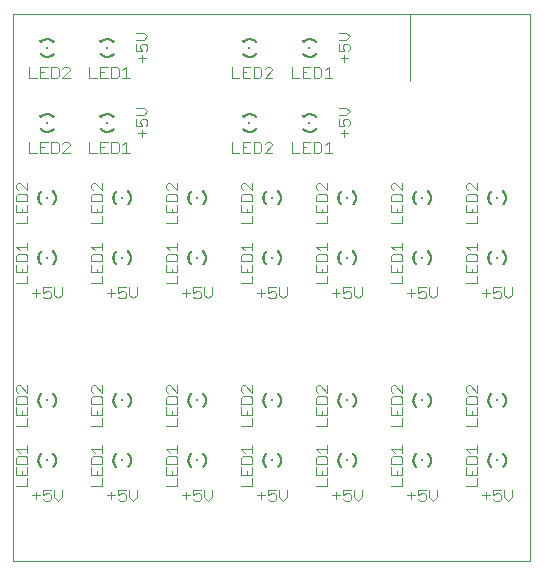
<source format=gto>
G75*
%MOIN*%
%OFA0B0*%
%FSLAX25Y25*%
%IPPOS*%
%LPD*%
%AMOC8*
5,1,8,0,0,1.08239X$1,22.5*
%
%ADD10C,0.00300*%
%ADD11C,0.00000*%
%ADD12C,0.00040*%
%ADD13R,0.00787X0.00787*%
%ADD14R,0.00984X0.00591*%
%ADD15R,0.00591X0.00984*%
D10*
X0009034Y0022167D02*
X0009034Y0024636D01*
X0007800Y0023402D02*
X0010269Y0023402D01*
X0011483Y0023402D02*
X0011483Y0025253D01*
X0013952Y0025253D01*
X0015166Y0025253D02*
X0015166Y0022784D01*
X0016401Y0021550D01*
X0017635Y0022784D01*
X0017635Y0025253D01*
X0013952Y0023402D02*
X0013952Y0022167D01*
X0013335Y0021550D01*
X0012100Y0021550D01*
X0011483Y0022167D01*
X0011483Y0023402D02*
X0012718Y0024019D01*
X0013335Y0024019D01*
X0013952Y0023402D01*
X0006250Y0026550D02*
X0006250Y0029019D01*
X0006250Y0030233D02*
X0006250Y0032702D01*
X0006250Y0033916D02*
X0006250Y0035768D01*
X0005633Y0036385D01*
X0003164Y0036385D01*
X0002547Y0035768D01*
X0002547Y0033916D01*
X0006250Y0033916D01*
X0004398Y0031468D02*
X0004398Y0030233D01*
X0002547Y0030233D02*
X0002547Y0032702D01*
X0002547Y0030233D02*
X0006250Y0030233D01*
X0006250Y0026550D02*
X0002547Y0026550D01*
X0003781Y0037599D02*
X0002547Y0038834D01*
X0006250Y0038834D01*
X0006250Y0040068D02*
X0006250Y0037599D01*
X0006250Y0046550D02*
X0002547Y0046550D01*
X0002547Y0050233D02*
X0006250Y0050233D01*
X0006250Y0052702D01*
X0006250Y0053916D02*
X0006250Y0055768D01*
X0005633Y0056385D01*
X0003164Y0056385D01*
X0002547Y0055768D01*
X0002547Y0053916D01*
X0006250Y0053916D01*
X0004398Y0051468D02*
X0004398Y0050233D01*
X0002547Y0050233D02*
X0002547Y0052702D01*
X0006250Y0049019D02*
X0006250Y0046550D01*
X0006250Y0057599D02*
X0003781Y0060068D01*
X0003164Y0060068D01*
X0002547Y0059451D01*
X0002547Y0058217D01*
X0003164Y0057599D01*
X0006250Y0057599D02*
X0006250Y0060068D01*
X0027547Y0059451D02*
X0027547Y0058217D01*
X0028164Y0057599D01*
X0028164Y0056385D02*
X0027547Y0055768D01*
X0027547Y0053916D01*
X0031250Y0053916D01*
X0031250Y0055768D01*
X0030633Y0056385D01*
X0028164Y0056385D01*
X0031250Y0057599D02*
X0028781Y0060068D01*
X0028164Y0060068D01*
X0027547Y0059451D01*
X0031250Y0060068D02*
X0031250Y0057599D01*
X0031250Y0052702D02*
X0031250Y0050233D01*
X0027547Y0050233D01*
X0027547Y0052702D01*
X0029398Y0051468D02*
X0029398Y0050233D01*
X0031250Y0049019D02*
X0031250Y0046550D01*
X0027547Y0046550D01*
X0031250Y0040068D02*
X0031250Y0037599D01*
X0031250Y0038834D02*
X0027547Y0038834D01*
X0028781Y0037599D01*
X0028164Y0036385D02*
X0027547Y0035768D01*
X0027547Y0033916D01*
X0031250Y0033916D01*
X0031250Y0035768D01*
X0030633Y0036385D01*
X0028164Y0036385D01*
X0027547Y0032702D02*
X0027547Y0030233D01*
X0031250Y0030233D01*
X0031250Y0032702D01*
X0029398Y0031468D02*
X0029398Y0030233D01*
X0031250Y0029019D02*
X0031250Y0026550D01*
X0027547Y0026550D01*
X0032800Y0023402D02*
X0035269Y0023402D01*
X0036483Y0023402D02*
X0037718Y0024019D01*
X0038335Y0024019D01*
X0038952Y0023402D01*
X0038952Y0022167D01*
X0038335Y0021550D01*
X0037100Y0021550D01*
X0036483Y0022167D01*
X0036483Y0023402D02*
X0036483Y0025253D01*
X0038952Y0025253D01*
X0040166Y0025253D02*
X0040166Y0022784D01*
X0041401Y0021550D01*
X0042635Y0022784D01*
X0042635Y0025253D01*
X0034034Y0024636D02*
X0034034Y0022167D01*
X0052547Y0026550D02*
X0056250Y0026550D01*
X0056250Y0029019D01*
X0056250Y0030233D02*
X0056250Y0032702D01*
X0056250Y0033916D02*
X0056250Y0035768D01*
X0055633Y0036385D01*
X0053164Y0036385D01*
X0052547Y0035768D01*
X0052547Y0033916D01*
X0056250Y0033916D01*
X0054398Y0031468D02*
X0054398Y0030233D01*
X0052547Y0030233D02*
X0056250Y0030233D01*
X0052547Y0030233D02*
X0052547Y0032702D01*
X0053781Y0037599D02*
X0052547Y0038834D01*
X0056250Y0038834D01*
X0056250Y0040068D02*
X0056250Y0037599D01*
X0056250Y0046550D02*
X0052547Y0046550D01*
X0052547Y0050233D02*
X0056250Y0050233D01*
X0056250Y0052702D01*
X0056250Y0053916D02*
X0056250Y0055768D01*
X0055633Y0056385D01*
X0053164Y0056385D01*
X0052547Y0055768D01*
X0052547Y0053916D01*
X0056250Y0053916D01*
X0054398Y0051468D02*
X0054398Y0050233D01*
X0056250Y0049019D02*
X0056250Y0046550D01*
X0052547Y0050233D02*
X0052547Y0052702D01*
X0053164Y0057599D02*
X0052547Y0058217D01*
X0052547Y0059451D01*
X0053164Y0060068D01*
X0053781Y0060068D01*
X0056250Y0057599D01*
X0056250Y0060068D01*
X0077547Y0059451D02*
X0077547Y0058217D01*
X0078164Y0057599D01*
X0078164Y0056385D02*
X0077547Y0055768D01*
X0077547Y0053916D01*
X0081250Y0053916D01*
X0081250Y0055768D01*
X0080633Y0056385D01*
X0078164Y0056385D01*
X0077547Y0059451D02*
X0078164Y0060068D01*
X0078781Y0060068D01*
X0081250Y0057599D01*
X0081250Y0060068D01*
X0081250Y0052702D02*
X0081250Y0050233D01*
X0077547Y0050233D01*
X0077547Y0052702D01*
X0079398Y0051468D02*
X0079398Y0050233D01*
X0081250Y0049019D02*
X0081250Y0046550D01*
X0077547Y0046550D01*
X0081250Y0040068D02*
X0081250Y0037599D01*
X0081250Y0038834D02*
X0077547Y0038834D01*
X0078781Y0037599D01*
X0078164Y0036385D02*
X0077547Y0035768D01*
X0077547Y0033916D01*
X0081250Y0033916D01*
X0081250Y0035768D01*
X0080633Y0036385D01*
X0078164Y0036385D01*
X0077547Y0032702D02*
X0077547Y0030233D01*
X0081250Y0030233D01*
X0081250Y0032702D01*
X0079398Y0031468D02*
X0079398Y0030233D01*
X0081250Y0029019D02*
X0081250Y0026550D01*
X0077547Y0026550D01*
X0082800Y0023402D02*
X0085269Y0023402D01*
X0086483Y0023402D02*
X0086483Y0025253D01*
X0088952Y0025253D01*
X0090166Y0025253D02*
X0090166Y0022784D01*
X0091401Y0021550D01*
X0092635Y0022784D01*
X0092635Y0025253D01*
X0088952Y0023402D02*
X0088952Y0022167D01*
X0088335Y0021550D01*
X0087100Y0021550D01*
X0086483Y0022167D01*
X0086483Y0023402D02*
X0087718Y0024019D01*
X0088335Y0024019D01*
X0088952Y0023402D01*
X0084034Y0024636D02*
X0084034Y0022167D01*
X0067635Y0022784D02*
X0067635Y0025253D01*
X0067635Y0022784D02*
X0066401Y0021550D01*
X0065166Y0022784D01*
X0065166Y0025253D01*
X0063952Y0025253D02*
X0061483Y0025253D01*
X0061483Y0023402D01*
X0062718Y0024019D01*
X0063335Y0024019D01*
X0063952Y0023402D01*
X0063952Y0022167D01*
X0063335Y0021550D01*
X0062100Y0021550D01*
X0061483Y0022167D01*
X0060269Y0023402D02*
X0057800Y0023402D01*
X0059034Y0024636D02*
X0059034Y0022167D01*
X0102547Y0026550D02*
X0106250Y0026550D01*
X0106250Y0029019D01*
X0106250Y0030233D02*
X0106250Y0032702D01*
X0106250Y0033916D02*
X0106250Y0035768D01*
X0105633Y0036385D01*
X0103164Y0036385D01*
X0102547Y0035768D01*
X0102547Y0033916D01*
X0106250Y0033916D01*
X0104398Y0031468D02*
X0104398Y0030233D01*
X0102547Y0030233D02*
X0102547Y0032702D01*
X0102547Y0030233D02*
X0106250Y0030233D01*
X0109034Y0024636D02*
X0109034Y0022167D01*
X0107800Y0023402D02*
X0110269Y0023402D01*
X0111483Y0023402D02*
X0111483Y0025253D01*
X0113952Y0025253D01*
X0115166Y0025253D02*
X0115166Y0022784D01*
X0116401Y0021550D01*
X0117635Y0022784D01*
X0117635Y0025253D01*
X0113952Y0023402D02*
X0113952Y0022167D01*
X0113335Y0021550D01*
X0112100Y0021550D01*
X0111483Y0022167D01*
X0111483Y0023402D02*
X0112718Y0024019D01*
X0113335Y0024019D01*
X0113952Y0023402D01*
X0127547Y0026550D02*
X0131250Y0026550D01*
X0131250Y0029019D01*
X0131250Y0030233D02*
X0131250Y0032702D01*
X0131250Y0033916D02*
X0131250Y0035768D01*
X0130633Y0036385D01*
X0128164Y0036385D01*
X0127547Y0035768D01*
X0127547Y0033916D01*
X0131250Y0033916D01*
X0129398Y0031468D02*
X0129398Y0030233D01*
X0127547Y0030233D02*
X0127547Y0032702D01*
X0127547Y0030233D02*
X0131250Y0030233D01*
X0134034Y0024636D02*
X0134034Y0022167D01*
X0132800Y0023402D02*
X0135269Y0023402D01*
X0136483Y0023402D02*
X0137718Y0024019D01*
X0138335Y0024019D01*
X0138952Y0023402D01*
X0138952Y0022167D01*
X0138335Y0021550D01*
X0137100Y0021550D01*
X0136483Y0022167D01*
X0136483Y0023402D02*
X0136483Y0025253D01*
X0138952Y0025253D01*
X0140166Y0025253D02*
X0140166Y0022784D01*
X0141401Y0021550D01*
X0142635Y0022784D01*
X0142635Y0025253D01*
X0152547Y0026550D02*
X0156250Y0026550D01*
X0156250Y0029019D01*
X0156250Y0030233D02*
X0156250Y0032702D01*
X0156250Y0033916D02*
X0156250Y0035768D01*
X0155633Y0036385D01*
X0153164Y0036385D01*
X0152547Y0035768D01*
X0152547Y0033916D01*
X0156250Y0033916D01*
X0154398Y0031468D02*
X0154398Y0030233D01*
X0152547Y0030233D02*
X0152547Y0032702D01*
X0152547Y0030233D02*
X0156250Y0030233D01*
X0159034Y0024636D02*
X0159034Y0022167D01*
X0157800Y0023402D02*
X0160269Y0023402D01*
X0161483Y0023402D02*
X0161483Y0025253D01*
X0163952Y0025253D01*
X0165166Y0025253D02*
X0165166Y0022784D01*
X0166401Y0021550D01*
X0167635Y0022784D01*
X0167635Y0025253D01*
X0163952Y0023402D02*
X0163952Y0022167D01*
X0163335Y0021550D01*
X0162100Y0021550D01*
X0161483Y0022167D01*
X0161483Y0023402D02*
X0162718Y0024019D01*
X0163335Y0024019D01*
X0163952Y0023402D01*
X0156250Y0037599D02*
X0156250Y0040068D01*
X0156250Y0038834D02*
X0152547Y0038834D01*
X0153781Y0037599D01*
X0152547Y0046550D02*
X0156250Y0046550D01*
X0156250Y0049019D01*
X0156250Y0050233D02*
X0156250Y0052702D01*
X0156250Y0053916D02*
X0156250Y0055768D01*
X0155633Y0056385D01*
X0153164Y0056385D01*
X0152547Y0055768D01*
X0152547Y0053916D01*
X0156250Y0053916D01*
X0154398Y0051468D02*
X0154398Y0050233D01*
X0152547Y0050233D02*
X0152547Y0052702D01*
X0152547Y0050233D02*
X0156250Y0050233D01*
X0156250Y0057599D02*
X0153781Y0060068D01*
X0153164Y0060068D01*
X0152547Y0059451D01*
X0152547Y0058217D01*
X0153164Y0057599D01*
X0156250Y0057599D02*
X0156250Y0060068D01*
X0131250Y0060068D02*
X0131250Y0057599D01*
X0128781Y0060068D01*
X0128164Y0060068D01*
X0127547Y0059451D01*
X0127547Y0058217D01*
X0128164Y0057599D01*
X0128164Y0056385D02*
X0127547Y0055768D01*
X0127547Y0053916D01*
X0131250Y0053916D01*
X0131250Y0055768D01*
X0130633Y0056385D01*
X0128164Y0056385D01*
X0127547Y0052702D02*
X0127547Y0050233D01*
X0131250Y0050233D01*
X0131250Y0052702D01*
X0129398Y0051468D02*
X0129398Y0050233D01*
X0131250Y0049019D02*
X0131250Y0046550D01*
X0127547Y0046550D01*
X0131250Y0040068D02*
X0131250Y0037599D01*
X0131250Y0038834D02*
X0127547Y0038834D01*
X0128781Y0037599D01*
X0106250Y0037599D02*
X0106250Y0040068D01*
X0106250Y0038834D02*
X0102547Y0038834D01*
X0103781Y0037599D01*
X0102547Y0046550D02*
X0106250Y0046550D01*
X0106250Y0049019D01*
X0106250Y0050233D02*
X0106250Y0052702D01*
X0106250Y0053916D02*
X0106250Y0055768D01*
X0105633Y0056385D01*
X0103164Y0056385D01*
X0102547Y0055768D01*
X0102547Y0053916D01*
X0106250Y0053916D01*
X0104398Y0051468D02*
X0104398Y0050233D01*
X0102547Y0050233D02*
X0102547Y0052702D01*
X0102547Y0050233D02*
X0106250Y0050233D01*
X0106250Y0057599D02*
X0103781Y0060068D01*
X0103164Y0060068D01*
X0102547Y0059451D01*
X0102547Y0058217D01*
X0103164Y0057599D01*
X0106250Y0057599D02*
X0106250Y0060068D01*
X0112100Y0089050D02*
X0111483Y0089667D01*
X0112100Y0089050D02*
X0113335Y0089050D01*
X0113952Y0089667D01*
X0113952Y0090902D01*
X0113335Y0091519D01*
X0112718Y0091519D01*
X0111483Y0090902D01*
X0111483Y0092753D01*
X0113952Y0092753D01*
X0115166Y0092753D02*
X0115166Y0090284D01*
X0116401Y0089050D01*
X0117635Y0090284D01*
X0117635Y0092753D01*
X0110269Y0090902D02*
X0107800Y0090902D01*
X0109034Y0092136D02*
X0109034Y0089667D01*
X0106250Y0094050D02*
X0106250Y0096519D01*
X0106250Y0097733D02*
X0106250Y0100202D01*
X0106250Y0101416D02*
X0106250Y0103268D01*
X0105633Y0103885D01*
X0103164Y0103885D01*
X0102547Y0103268D01*
X0102547Y0101416D01*
X0106250Y0101416D01*
X0104398Y0098968D02*
X0104398Y0097733D01*
X0102547Y0097733D02*
X0106250Y0097733D01*
X0106250Y0094050D02*
X0102547Y0094050D01*
X0102547Y0097733D02*
X0102547Y0100202D01*
X0103781Y0105099D02*
X0102547Y0106334D01*
X0106250Y0106334D01*
X0106250Y0107568D02*
X0106250Y0105099D01*
X0106250Y0114050D02*
X0102547Y0114050D01*
X0102547Y0117733D02*
X0106250Y0117733D01*
X0106250Y0120202D01*
X0106250Y0121416D02*
X0106250Y0123268D01*
X0105633Y0123885D01*
X0103164Y0123885D01*
X0102547Y0123268D01*
X0102547Y0121416D01*
X0106250Y0121416D01*
X0104398Y0118968D02*
X0104398Y0117733D01*
X0102547Y0117733D02*
X0102547Y0120202D01*
X0106250Y0116519D02*
X0106250Y0114050D01*
X0106250Y0125099D02*
X0103781Y0127568D01*
X0103164Y0127568D01*
X0102547Y0126951D01*
X0102547Y0125717D01*
X0103164Y0125099D01*
X0106250Y0125099D02*
X0106250Y0127568D01*
X0106601Y0137550D02*
X0106601Y0141253D01*
X0105367Y0140019D01*
X0104152Y0140636D02*
X0104152Y0138167D01*
X0103535Y0137550D01*
X0101684Y0137550D01*
X0101684Y0141253D01*
X0103535Y0141253D01*
X0104152Y0140636D01*
X0105367Y0137550D02*
X0107836Y0137550D01*
X0111898Y0142800D02*
X0111898Y0145269D01*
X0111898Y0146483D02*
X0110047Y0146483D01*
X0110047Y0148952D01*
X0110047Y0150166D02*
X0112516Y0150166D01*
X0113750Y0151401D01*
X0112516Y0152635D01*
X0110047Y0152635D01*
X0111898Y0148952D02*
X0113133Y0148952D01*
X0113750Y0148335D01*
X0113750Y0147100D01*
X0113133Y0146483D01*
X0111898Y0146483D02*
X0111281Y0147718D01*
X0111281Y0148335D01*
X0111898Y0148952D01*
X0110664Y0144034D02*
X0113133Y0144034D01*
X0100469Y0141253D02*
X0098001Y0141253D01*
X0098001Y0137550D01*
X0100469Y0137550D01*
X0099235Y0139402D02*
X0098001Y0139402D01*
X0096786Y0137550D02*
X0094317Y0137550D01*
X0094317Y0141253D01*
X0087836Y0140636D02*
X0087218Y0141253D01*
X0085984Y0141253D01*
X0085367Y0140636D01*
X0084152Y0140636D02*
X0083535Y0141253D01*
X0081684Y0141253D01*
X0081684Y0137550D01*
X0083535Y0137550D01*
X0084152Y0138167D01*
X0084152Y0140636D01*
X0085367Y0137550D02*
X0087836Y0140019D01*
X0087836Y0140636D01*
X0087836Y0137550D02*
X0085367Y0137550D01*
X0080469Y0137550D02*
X0078001Y0137550D01*
X0078001Y0141253D01*
X0080469Y0141253D01*
X0079235Y0139402D02*
X0078001Y0139402D01*
X0076786Y0137550D02*
X0074317Y0137550D01*
X0074317Y0141253D01*
X0078164Y0127568D02*
X0077547Y0126951D01*
X0077547Y0125717D01*
X0078164Y0125099D01*
X0078164Y0123885D02*
X0077547Y0123268D01*
X0077547Y0121416D01*
X0081250Y0121416D01*
X0081250Y0123268D01*
X0080633Y0123885D01*
X0078164Y0123885D01*
X0081250Y0125099D02*
X0078781Y0127568D01*
X0078164Y0127568D01*
X0081250Y0127568D02*
X0081250Y0125099D01*
X0081250Y0120202D02*
X0081250Y0117733D01*
X0077547Y0117733D01*
X0077547Y0120202D01*
X0079398Y0118968D02*
X0079398Y0117733D01*
X0081250Y0116519D02*
X0081250Y0114050D01*
X0077547Y0114050D01*
X0081250Y0107568D02*
X0081250Y0105099D01*
X0081250Y0106334D02*
X0077547Y0106334D01*
X0078781Y0105099D01*
X0078164Y0103885D02*
X0077547Y0103268D01*
X0077547Y0101416D01*
X0081250Y0101416D01*
X0081250Y0103268D01*
X0080633Y0103885D01*
X0078164Y0103885D01*
X0077547Y0100202D02*
X0077547Y0097733D01*
X0081250Y0097733D01*
X0081250Y0100202D01*
X0079398Y0098968D02*
X0079398Y0097733D01*
X0081250Y0096519D02*
X0081250Y0094050D01*
X0077547Y0094050D01*
X0082800Y0090902D02*
X0085269Y0090902D01*
X0086483Y0090902D02*
X0086483Y0092753D01*
X0088952Y0092753D01*
X0090166Y0092753D02*
X0090166Y0090284D01*
X0091401Y0089050D01*
X0092635Y0090284D01*
X0092635Y0092753D01*
X0088952Y0090902D02*
X0088952Y0089667D01*
X0088335Y0089050D01*
X0087100Y0089050D01*
X0086483Y0089667D01*
X0086483Y0090902D02*
X0087718Y0091519D01*
X0088335Y0091519D01*
X0088952Y0090902D01*
X0084034Y0092136D02*
X0084034Y0089667D01*
X0067635Y0090284D02*
X0067635Y0092753D01*
X0065166Y0092753D02*
X0065166Y0090284D01*
X0066401Y0089050D01*
X0067635Y0090284D01*
X0063952Y0089667D02*
X0063335Y0089050D01*
X0062100Y0089050D01*
X0061483Y0089667D01*
X0061483Y0090902D02*
X0062718Y0091519D01*
X0063335Y0091519D01*
X0063952Y0090902D01*
X0063952Y0089667D01*
X0061483Y0090902D02*
X0061483Y0092753D01*
X0063952Y0092753D01*
X0060269Y0090902D02*
X0057800Y0090902D01*
X0059034Y0092136D02*
X0059034Y0089667D01*
X0056250Y0094050D02*
X0056250Y0096519D01*
X0056250Y0097733D02*
X0056250Y0100202D01*
X0056250Y0101416D02*
X0056250Y0103268D01*
X0055633Y0103885D01*
X0053164Y0103885D01*
X0052547Y0103268D01*
X0052547Y0101416D01*
X0056250Y0101416D01*
X0054398Y0098968D02*
X0054398Y0097733D01*
X0052547Y0097733D02*
X0056250Y0097733D01*
X0056250Y0094050D02*
X0052547Y0094050D01*
X0052547Y0097733D02*
X0052547Y0100202D01*
X0053781Y0105099D02*
X0052547Y0106334D01*
X0056250Y0106334D01*
X0056250Y0107568D02*
X0056250Y0105099D01*
X0056250Y0114050D02*
X0052547Y0114050D01*
X0052547Y0117733D02*
X0056250Y0117733D01*
X0056250Y0120202D01*
X0056250Y0121416D02*
X0056250Y0123268D01*
X0055633Y0123885D01*
X0053164Y0123885D01*
X0052547Y0123268D01*
X0052547Y0121416D01*
X0056250Y0121416D01*
X0054398Y0118968D02*
X0054398Y0117733D01*
X0056250Y0116519D02*
X0056250Y0114050D01*
X0052547Y0117733D02*
X0052547Y0120202D01*
X0053164Y0125099D02*
X0052547Y0125717D01*
X0052547Y0126951D01*
X0053164Y0127568D01*
X0053781Y0127568D01*
X0056250Y0125099D01*
X0056250Y0127568D01*
X0040336Y0137550D02*
X0037867Y0137550D01*
X0039101Y0137550D02*
X0039101Y0141253D01*
X0037867Y0140019D01*
X0036652Y0140636D02*
X0036652Y0138167D01*
X0036035Y0137550D01*
X0034184Y0137550D01*
X0034184Y0141253D01*
X0036035Y0141253D01*
X0036652Y0140636D01*
X0032969Y0141253D02*
X0030501Y0141253D01*
X0030501Y0137550D01*
X0032969Y0137550D01*
X0031735Y0139402D02*
X0030501Y0139402D01*
X0029286Y0137550D02*
X0026817Y0137550D01*
X0026817Y0141253D01*
X0020336Y0140636D02*
X0019718Y0141253D01*
X0018484Y0141253D01*
X0017867Y0140636D01*
X0016652Y0140636D02*
X0016652Y0138167D01*
X0016035Y0137550D01*
X0014184Y0137550D01*
X0014184Y0141253D01*
X0016035Y0141253D01*
X0016652Y0140636D01*
X0017867Y0137550D02*
X0020336Y0140019D01*
X0020336Y0140636D01*
X0020336Y0137550D02*
X0017867Y0137550D01*
X0012969Y0137550D02*
X0010501Y0137550D01*
X0010501Y0141253D01*
X0012969Y0141253D01*
X0011735Y0139402D02*
X0010501Y0139402D01*
X0009286Y0137550D02*
X0006817Y0137550D01*
X0006817Y0141253D01*
X0006250Y0127568D02*
X0006250Y0125099D01*
X0003781Y0127568D01*
X0003164Y0127568D01*
X0002547Y0126951D01*
X0002547Y0125717D01*
X0003164Y0125099D01*
X0003164Y0123885D02*
X0002547Y0123268D01*
X0002547Y0121416D01*
X0006250Y0121416D01*
X0006250Y0123268D01*
X0005633Y0123885D01*
X0003164Y0123885D01*
X0002547Y0120202D02*
X0002547Y0117733D01*
X0006250Y0117733D01*
X0006250Y0120202D01*
X0004398Y0118968D02*
X0004398Y0117733D01*
X0006250Y0116519D02*
X0006250Y0114050D01*
X0002547Y0114050D01*
X0006250Y0107568D02*
X0006250Y0105099D01*
X0006250Y0106334D02*
X0002547Y0106334D01*
X0003781Y0105099D01*
X0003164Y0103885D02*
X0002547Y0103268D01*
X0002547Y0101416D01*
X0006250Y0101416D01*
X0006250Y0103268D01*
X0005633Y0103885D01*
X0003164Y0103885D01*
X0002547Y0100202D02*
X0002547Y0097733D01*
X0006250Y0097733D01*
X0006250Y0100202D01*
X0004398Y0098968D02*
X0004398Y0097733D01*
X0006250Y0096519D02*
X0006250Y0094050D01*
X0002547Y0094050D01*
X0007800Y0090902D02*
X0010269Y0090902D01*
X0011483Y0090902D02*
X0011483Y0092753D01*
X0013952Y0092753D01*
X0015166Y0092753D02*
X0015166Y0090284D01*
X0016401Y0089050D01*
X0017635Y0090284D01*
X0017635Y0092753D01*
X0013952Y0090902D02*
X0013952Y0089667D01*
X0013335Y0089050D01*
X0012100Y0089050D01*
X0011483Y0089667D01*
X0011483Y0090902D02*
X0012718Y0091519D01*
X0013335Y0091519D01*
X0013952Y0090902D01*
X0009034Y0092136D02*
X0009034Y0089667D01*
X0027547Y0094050D02*
X0031250Y0094050D01*
X0031250Y0096519D01*
X0031250Y0097733D02*
X0031250Y0100202D01*
X0031250Y0101416D02*
X0031250Y0103268D01*
X0030633Y0103885D01*
X0028164Y0103885D01*
X0027547Y0103268D01*
X0027547Y0101416D01*
X0031250Y0101416D01*
X0029398Y0098968D02*
X0029398Y0097733D01*
X0027547Y0097733D02*
X0031250Y0097733D01*
X0027547Y0097733D02*
X0027547Y0100202D01*
X0028781Y0105099D02*
X0027547Y0106334D01*
X0031250Y0106334D01*
X0031250Y0107568D02*
X0031250Y0105099D01*
X0031250Y0114050D02*
X0027547Y0114050D01*
X0027547Y0117733D02*
X0031250Y0117733D01*
X0031250Y0120202D01*
X0031250Y0121416D02*
X0031250Y0123268D01*
X0030633Y0123885D01*
X0028164Y0123885D01*
X0027547Y0123268D01*
X0027547Y0121416D01*
X0031250Y0121416D01*
X0029398Y0118968D02*
X0029398Y0117733D01*
X0027547Y0117733D02*
X0027547Y0120202D01*
X0031250Y0116519D02*
X0031250Y0114050D01*
X0031250Y0125099D02*
X0028781Y0127568D01*
X0028164Y0127568D01*
X0027547Y0126951D01*
X0027547Y0125717D01*
X0028164Y0125099D01*
X0031250Y0125099D02*
X0031250Y0127568D01*
X0044398Y0142800D02*
X0044398Y0145269D01*
X0044398Y0146483D02*
X0043781Y0147718D01*
X0043781Y0148335D01*
X0044398Y0148952D01*
X0045633Y0148952D01*
X0046250Y0148335D01*
X0046250Y0147100D01*
X0045633Y0146483D01*
X0044398Y0146483D02*
X0042547Y0146483D01*
X0042547Y0148952D01*
X0042547Y0150166D02*
X0045016Y0150166D01*
X0046250Y0151401D01*
X0045016Y0152635D01*
X0042547Y0152635D01*
X0043164Y0144034D02*
X0045633Y0144034D01*
X0040336Y0162550D02*
X0037867Y0162550D01*
X0039101Y0162550D02*
X0039101Y0166253D01*
X0037867Y0165019D01*
X0036652Y0165636D02*
X0036652Y0163167D01*
X0036035Y0162550D01*
X0034184Y0162550D01*
X0034184Y0166253D01*
X0036035Y0166253D01*
X0036652Y0165636D01*
X0032969Y0166253D02*
X0030501Y0166253D01*
X0030501Y0162550D01*
X0032969Y0162550D01*
X0031735Y0164402D02*
X0030501Y0164402D01*
X0029286Y0162550D02*
X0026817Y0162550D01*
X0026817Y0166253D01*
X0020336Y0165636D02*
X0019718Y0166253D01*
X0018484Y0166253D01*
X0017867Y0165636D01*
X0016652Y0165636D02*
X0016652Y0163167D01*
X0016035Y0162550D01*
X0014184Y0162550D01*
X0014184Y0166253D01*
X0016035Y0166253D01*
X0016652Y0165636D01*
X0017867Y0162550D02*
X0020336Y0165019D01*
X0020336Y0165636D01*
X0020336Y0162550D02*
X0017867Y0162550D01*
X0012969Y0162550D02*
X0010501Y0162550D01*
X0010501Y0166253D01*
X0012969Y0166253D01*
X0011735Y0164402D02*
X0010501Y0164402D01*
X0009286Y0162550D02*
X0006817Y0162550D01*
X0006817Y0166253D01*
X0042547Y0171483D02*
X0044398Y0171483D01*
X0043781Y0172718D01*
X0043781Y0173335D01*
X0044398Y0173952D01*
X0045633Y0173952D01*
X0046250Y0173335D01*
X0046250Y0172100D01*
X0045633Y0171483D01*
X0044398Y0170269D02*
X0044398Y0167800D01*
X0043164Y0169034D02*
X0045633Y0169034D01*
X0042547Y0171483D02*
X0042547Y0173952D01*
X0042547Y0175166D02*
X0045016Y0175166D01*
X0046250Y0176401D01*
X0045016Y0177635D01*
X0042547Y0177635D01*
X0074317Y0166253D02*
X0074317Y0162550D01*
X0076786Y0162550D01*
X0078001Y0162550D02*
X0080469Y0162550D01*
X0081684Y0162550D02*
X0083535Y0162550D01*
X0084152Y0163167D01*
X0084152Y0165636D01*
X0083535Y0166253D01*
X0081684Y0166253D01*
X0081684Y0162550D01*
X0079235Y0164402D02*
X0078001Y0164402D01*
X0078001Y0166253D02*
X0078001Y0162550D01*
X0078001Y0166253D02*
X0080469Y0166253D01*
X0085367Y0165636D02*
X0085984Y0166253D01*
X0087218Y0166253D01*
X0087836Y0165636D01*
X0087836Y0165019D01*
X0085367Y0162550D01*
X0087836Y0162550D01*
X0094317Y0162550D02*
X0096786Y0162550D01*
X0098001Y0162550D02*
X0100469Y0162550D01*
X0101684Y0162550D02*
X0103535Y0162550D01*
X0104152Y0163167D01*
X0104152Y0165636D01*
X0103535Y0166253D01*
X0101684Y0166253D01*
X0101684Y0162550D01*
X0099235Y0164402D02*
X0098001Y0164402D01*
X0098001Y0166253D02*
X0098001Y0162550D01*
X0094317Y0162550D02*
X0094317Y0166253D01*
X0098001Y0166253D02*
X0100469Y0166253D01*
X0105367Y0165019D02*
X0106601Y0166253D01*
X0106601Y0162550D01*
X0105367Y0162550D02*
X0107836Y0162550D01*
X0111898Y0167800D02*
X0111898Y0170269D01*
X0111898Y0171483D02*
X0110047Y0171483D01*
X0110047Y0173952D01*
X0110047Y0175166D02*
X0112516Y0175166D01*
X0113750Y0176401D01*
X0112516Y0177635D01*
X0110047Y0177635D01*
X0111898Y0173952D02*
X0113133Y0173952D01*
X0113750Y0173335D01*
X0113750Y0172100D01*
X0113133Y0171483D01*
X0111898Y0171483D02*
X0111281Y0172718D01*
X0111281Y0173335D01*
X0111898Y0173952D01*
X0110664Y0169034D02*
X0113133Y0169034D01*
X0128164Y0127568D02*
X0127547Y0126951D01*
X0127547Y0125717D01*
X0128164Y0125099D01*
X0128164Y0123885D02*
X0127547Y0123268D01*
X0127547Y0121416D01*
X0131250Y0121416D01*
X0131250Y0123268D01*
X0130633Y0123885D01*
X0128164Y0123885D01*
X0131250Y0125099D02*
X0128781Y0127568D01*
X0128164Y0127568D01*
X0131250Y0127568D02*
X0131250Y0125099D01*
X0131250Y0120202D02*
X0131250Y0117733D01*
X0127547Y0117733D01*
X0127547Y0120202D01*
X0129398Y0118968D02*
X0129398Y0117733D01*
X0131250Y0116519D02*
X0131250Y0114050D01*
X0127547Y0114050D01*
X0131250Y0107568D02*
X0131250Y0105099D01*
X0131250Y0106334D02*
X0127547Y0106334D01*
X0128781Y0105099D01*
X0128164Y0103885D02*
X0127547Y0103268D01*
X0127547Y0101416D01*
X0131250Y0101416D01*
X0131250Y0103268D01*
X0130633Y0103885D01*
X0128164Y0103885D01*
X0127547Y0100202D02*
X0127547Y0097733D01*
X0131250Y0097733D01*
X0131250Y0100202D01*
X0129398Y0098968D02*
X0129398Y0097733D01*
X0131250Y0096519D02*
X0131250Y0094050D01*
X0127547Y0094050D01*
X0132800Y0090902D02*
X0135269Y0090902D01*
X0136483Y0090902D02*
X0137718Y0091519D01*
X0138335Y0091519D01*
X0138952Y0090902D01*
X0138952Y0089667D01*
X0138335Y0089050D01*
X0137100Y0089050D01*
X0136483Y0089667D01*
X0136483Y0090902D02*
X0136483Y0092753D01*
X0138952Y0092753D01*
X0140166Y0092753D02*
X0140166Y0090284D01*
X0141401Y0089050D01*
X0142635Y0090284D01*
X0142635Y0092753D01*
X0134034Y0092136D02*
X0134034Y0089667D01*
X0152547Y0094050D02*
X0156250Y0094050D01*
X0156250Y0096519D01*
X0156250Y0097733D02*
X0156250Y0100202D01*
X0156250Y0101416D02*
X0156250Y0103268D01*
X0155633Y0103885D01*
X0153164Y0103885D01*
X0152547Y0103268D01*
X0152547Y0101416D01*
X0156250Y0101416D01*
X0154398Y0098968D02*
X0154398Y0097733D01*
X0152547Y0097733D02*
X0156250Y0097733D01*
X0152547Y0097733D02*
X0152547Y0100202D01*
X0153781Y0105099D02*
X0152547Y0106334D01*
X0156250Y0106334D01*
X0156250Y0107568D02*
X0156250Y0105099D01*
X0156250Y0114050D02*
X0152547Y0114050D01*
X0152547Y0117733D02*
X0156250Y0117733D01*
X0156250Y0120202D01*
X0156250Y0121416D02*
X0156250Y0123268D01*
X0155633Y0123885D01*
X0153164Y0123885D01*
X0152547Y0123268D01*
X0152547Y0121416D01*
X0156250Y0121416D01*
X0154398Y0118968D02*
X0154398Y0117733D01*
X0152547Y0117733D02*
X0152547Y0120202D01*
X0156250Y0116519D02*
X0156250Y0114050D01*
X0156250Y0125099D02*
X0153781Y0127568D01*
X0153164Y0127568D01*
X0152547Y0126951D01*
X0152547Y0125717D01*
X0153164Y0125099D01*
X0156250Y0125099D02*
X0156250Y0127568D01*
X0161483Y0092753D02*
X0161483Y0090902D01*
X0162718Y0091519D01*
X0163335Y0091519D01*
X0163952Y0090902D01*
X0163952Y0089667D01*
X0163335Y0089050D01*
X0162100Y0089050D01*
X0161483Y0089667D01*
X0160269Y0090902D02*
X0157800Y0090902D01*
X0159034Y0092136D02*
X0159034Y0089667D01*
X0161483Y0092753D02*
X0163952Y0092753D01*
X0165166Y0092753D02*
X0165166Y0090284D01*
X0166401Y0089050D01*
X0167635Y0090284D01*
X0167635Y0092753D01*
X0042635Y0092753D02*
X0042635Y0090284D01*
X0041401Y0089050D01*
X0040166Y0090284D01*
X0040166Y0092753D01*
X0038952Y0092753D02*
X0036483Y0092753D01*
X0036483Y0090902D01*
X0037718Y0091519D01*
X0038335Y0091519D01*
X0038952Y0090902D01*
X0038952Y0089667D01*
X0038335Y0089050D01*
X0037100Y0089050D01*
X0036483Y0089667D01*
X0035269Y0090902D02*
X0032800Y0090902D01*
X0034034Y0092136D02*
X0034034Y0089667D01*
D11*
X0001400Y0001400D02*
X0173900Y0001400D01*
X0173900Y0180150D01*
X0173900Y0183275D01*
X0173900Y0183900D01*
X0066400Y0183900D01*
X0002025Y0183900D01*
X0001439Y0183900D01*
X0001400Y0183900D02*
X0001400Y0001400D01*
X0026400Y0001400D02*
X0048900Y0001400D01*
X0051400Y0001400D02*
X0073900Y0001400D01*
X0076400Y0001400D02*
X0098900Y0001400D01*
X0101400Y0001400D02*
X0123900Y0001400D01*
X0126400Y0001400D02*
X0148900Y0001400D01*
X0001400Y0136400D02*
X0001400Y0158900D01*
X0068939Y0183900D02*
X0133900Y0183900D01*
X0133900Y0161400D01*
D12*
X0097866Y0170546D02*
X0098132Y0170789D01*
X0098132Y0170788D02*
X0098203Y0170714D01*
X0098277Y0170642D01*
X0098354Y0170573D01*
X0098433Y0170507D01*
X0098514Y0170444D01*
X0098598Y0170384D01*
X0098684Y0170328D01*
X0098773Y0170274D01*
X0098863Y0170224D01*
X0098955Y0170178D01*
X0099048Y0170135D01*
X0099143Y0170095D01*
X0099240Y0170059D01*
X0099338Y0170027D01*
X0099437Y0169998D01*
X0099537Y0169973D01*
X0099638Y0169952D01*
X0099739Y0169935D01*
X0099841Y0169921D01*
X0099944Y0169912D01*
X0100047Y0169906D01*
X0100150Y0169904D01*
X0100253Y0169906D01*
X0100356Y0169912D01*
X0100459Y0169921D01*
X0100561Y0169935D01*
X0100662Y0169952D01*
X0100763Y0169973D01*
X0100863Y0169998D01*
X0100962Y0170027D01*
X0101060Y0170059D01*
X0101157Y0170095D01*
X0101252Y0170135D01*
X0101345Y0170178D01*
X0101437Y0170224D01*
X0101527Y0170274D01*
X0101616Y0170328D01*
X0101702Y0170384D01*
X0101786Y0170444D01*
X0101867Y0170507D01*
X0101946Y0170573D01*
X0102023Y0170642D01*
X0102097Y0170714D01*
X0102168Y0170788D01*
X0102434Y0170546D01*
X0102435Y0170546D01*
X0102359Y0170467D01*
X0102281Y0170391D01*
X0102200Y0170317D01*
X0102117Y0170246D01*
X0102031Y0170179D01*
X0101943Y0170114D01*
X0101853Y0170053D01*
X0101761Y0169994D01*
X0101666Y0169939D01*
X0101570Y0169888D01*
X0101472Y0169839D01*
X0101372Y0169795D01*
X0101271Y0169753D01*
X0101169Y0169716D01*
X0101065Y0169682D01*
X0100960Y0169651D01*
X0100854Y0169625D01*
X0100747Y0169602D01*
X0100640Y0169583D01*
X0100531Y0169568D01*
X0100423Y0169556D01*
X0100314Y0169548D01*
X0100205Y0169544D01*
X0100095Y0169544D01*
X0099986Y0169548D01*
X0099877Y0169556D01*
X0099769Y0169568D01*
X0099660Y0169583D01*
X0099553Y0169602D01*
X0099446Y0169625D01*
X0099340Y0169651D01*
X0099235Y0169682D01*
X0099131Y0169716D01*
X0099029Y0169753D01*
X0098928Y0169795D01*
X0098828Y0169839D01*
X0098730Y0169888D01*
X0098634Y0169939D01*
X0098539Y0169994D01*
X0098447Y0170053D01*
X0098357Y0170114D01*
X0098269Y0170179D01*
X0098183Y0170246D01*
X0098100Y0170317D01*
X0098019Y0170391D01*
X0097941Y0170467D01*
X0097865Y0170546D01*
X0097893Y0170571D01*
X0097967Y0170493D01*
X0098044Y0170417D01*
X0098124Y0170345D01*
X0098206Y0170275D01*
X0098291Y0170208D01*
X0098378Y0170144D01*
X0098467Y0170083D01*
X0098559Y0170026D01*
X0098652Y0169971D01*
X0098747Y0169920D01*
X0098844Y0169873D01*
X0098942Y0169829D01*
X0099042Y0169788D01*
X0099144Y0169751D01*
X0099246Y0169717D01*
X0099350Y0169687D01*
X0099455Y0169661D01*
X0099560Y0169638D01*
X0099666Y0169619D01*
X0099773Y0169604D01*
X0099881Y0169593D01*
X0099988Y0169585D01*
X0100096Y0169581D01*
X0100204Y0169581D01*
X0100312Y0169585D01*
X0100419Y0169593D01*
X0100527Y0169604D01*
X0100634Y0169619D01*
X0100740Y0169638D01*
X0100845Y0169661D01*
X0100950Y0169687D01*
X0101054Y0169717D01*
X0101156Y0169751D01*
X0101258Y0169788D01*
X0101358Y0169829D01*
X0101456Y0169873D01*
X0101553Y0169920D01*
X0101648Y0169971D01*
X0101741Y0170026D01*
X0101833Y0170083D01*
X0101922Y0170144D01*
X0102009Y0170208D01*
X0102094Y0170275D01*
X0102176Y0170345D01*
X0102256Y0170417D01*
X0102333Y0170493D01*
X0102407Y0170571D01*
X0102380Y0170596D01*
X0102305Y0170517D01*
X0102227Y0170441D01*
X0102146Y0170368D01*
X0102063Y0170297D01*
X0101977Y0170230D01*
X0101889Y0170166D01*
X0101799Y0170105D01*
X0101706Y0170048D01*
X0101612Y0169994D01*
X0101515Y0169943D01*
X0101417Y0169895D01*
X0101317Y0169852D01*
X0101216Y0169812D01*
X0101113Y0169775D01*
X0101010Y0169742D01*
X0100905Y0169713D01*
X0100799Y0169688D01*
X0100692Y0169667D01*
X0100584Y0169649D01*
X0100476Y0169636D01*
X0100368Y0169626D01*
X0100259Y0169620D01*
X0100150Y0169618D01*
X0100041Y0169620D01*
X0099932Y0169626D01*
X0099824Y0169636D01*
X0099716Y0169649D01*
X0099608Y0169667D01*
X0099501Y0169688D01*
X0099395Y0169713D01*
X0099290Y0169742D01*
X0099187Y0169775D01*
X0099084Y0169812D01*
X0098983Y0169852D01*
X0098883Y0169895D01*
X0098785Y0169943D01*
X0098688Y0169994D01*
X0098594Y0170048D01*
X0098501Y0170105D01*
X0098411Y0170166D01*
X0098323Y0170230D01*
X0098237Y0170297D01*
X0098154Y0170368D01*
X0098073Y0170441D01*
X0097995Y0170517D01*
X0097920Y0170596D01*
X0097947Y0170621D01*
X0098022Y0170543D01*
X0098099Y0170468D01*
X0098178Y0170395D01*
X0098261Y0170326D01*
X0098345Y0170260D01*
X0098432Y0170196D01*
X0098522Y0170136D01*
X0098613Y0170079D01*
X0098706Y0170026D01*
X0098802Y0169976D01*
X0098898Y0169929D01*
X0098997Y0169886D01*
X0099097Y0169846D01*
X0099198Y0169810D01*
X0099301Y0169778D01*
X0099405Y0169749D01*
X0099509Y0169724D01*
X0099615Y0169703D01*
X0099721Y0169686D01*
X0099828Y0169672D01*
X0099935Y0169663D01*
X0100042Y0169657D01*
X0100150Y0169655D01*
X0100258Y0169657D01*
X0100365Y0169663D01*
X0100472Y0169672D01*
X0100579Y0169686D01*
X0100685Y0169703D01*
X0100791Y0169724D01*
X0100895Y0169749D01*
X0100999Y0169778D01*
X0101102Y0169810D01*
X0101203Y0169846D01*
X0101303Y0169886D01*
X0101402Y0169929D01*
X0101498Y0169976D01*
X0101594Y0170026D01*
X0101687Y0170079D01*
X0101778Y0170136D01*
X0101868Y0170196D01*
X0101955Y0170260D01*
X0102039Y0170326D01*
X0102122Y0170395D01*
X0102201Y0170468D01*
X0102278Y0170543D01*
X0102353Y0170621D01*
X0102325Y0170645D01*
X0102250Y0170567D01*
X0102172Y0170491D01*
X0102092Y0170418D01*
X0102008Y0170349D01*
X0101923Y0170282D01*
X0101835Y0170219D01*
X0101744Y0170158D01*
X0101652Y0170101D01*
X0101557Y0170048D01*
X0101461Y0169998D01*
X0101362Y0169952D01*
X0101262Y0169909D01*
X0101161Y0169870D01*
X0101058Y0169835D01*
X0100954Y0169803D01*
X0100849Y0169776D01*
X0100743Y0169752D01*
X0100637Y0169732D01*
X0100529Y0169716D01*
X0100421Y0169704D01*
X0100313Y0169696D01*
X0100204Y0169692D01*
X0100096Y0169692D01*
X0099987Y0169696D01*
X0099879Y0169704D01*
X0099771Y0169716D01*
X0099663Y0169732D01*
X0099557Y0169752D01*
X0099451Y0169776D01*
X0099346Y0169803D01*
X0099242Y0169835D01*
X0099139Y0169870D01*
X0099038Y0169909D01*
X0098938Y0169952D01*
X0098839Y0169998D01*
X0098743Y0170048D01*
X0098648Y0170101D01*
X0098556Y0170158D01*
X0098465Y0170219D01*
X0098377Y0170282D01*
X0098292Y0170349D01*
X0098208Y0170418D01*
X0098128Y0170491D01*
X0098050Y0170567D01*
X0097975Y0170645D01*
X0098002Y0170670D01*
X0098076Y0170593D01*
X0098153Y0170518D01*
X0098233Y0170446D01*
X0098315Y0170377D01*
X0098400Y0170312D01*
X0098487Y0170249D01*
X0098576Y0170189D01*
X0098667Y0170133D01*
X0098761Y0170081D01*
X0098856Y0170031D01*
X0098953Y0169986D01*
X0099052Y0169943D01*
X0099152Y0169905D01*
X0099253Y0169870D01*
X0099356Y0169839D01*
X0099459Y0169812D01*
X0099564Y0169788D01*
X0099670Y0169769D01*
X0099776Y0169753D01*
X0099882Y0169741D01*
X0099989Y0169733D01*
X0100096Y0169729D01*
X0100204Y0169729D01*
X0100311Y0169733D01*
X0100418Y0169741D01*
X0100524Y0169753D01*
X0100630Y0169769D01*
X0100736Y0169788D01*
X0100841Y0169812D01*
X0100944Y0169839D01*
X0101047Y0169870D01*
X0101148Y0169905D01*
X0101248Y0169943D01*
X0101347Y0169986D01*
X0101444Y0170031D01*
X0101539Y0170081D01*
X0101633Y0170133D01*
X0101724Y0170189D01*
X0101813Y0170249D01*
X0101900Y0170312D01*
X0101985Y0170377D01*
X0102067Y0170446D01*
X0102147Y0170518D01*
X0102224Y0170593D01*
X0102298Y0170670D01*
X0102270Y0170695D01*
X0102197Y0170619D01*
X0102121Y0170545D01*
X0102043Y0170474D01*
X0101962Y0170406D01*
X0101878Y0170341D01*
X0101792Y0170279D01*
X0101704Y0170220D01*
X0101614Y0170165D01*
X0101522Y0170113D01*
X0101428Y0170064D01*
X0101332Y0170019D01*
X0101234Y0169978D01*
X0101136Y0169940D01*
X0101035Y0169905D01*
X0100934Y0169875D01*
X0100832Y0169848D01*
X0100728Y0169825D01*
X0100624Y0169805D01*
X0100520Y0169790D01*
X0100414Y0169778D01*
X0100309Y0169770D01*
X0100203Y0169766D01*
X0100097Y0169766D01*
X0099991Y0169770D01*
X0099886Y0169778D01*
X0099780Y0169790D01*
X0099676Y0169805D01*
X0099572Y0169825D01*
X0099468Y0169848D01*
X0099366Y0169875D01*
X0099265Y0169905D01*
X0099164Y0169940D01*
X0099066Y0169978D01*
X0098968Y0170019D01*
X0098872Y0170064D01*
X0098778Y0170113D01*
X0098686Y0170165D01*
X0098596Y0170220D01*
X0098508Y0170279D01*
X0098422Y0170341D01*
X0098338Y0170406D01*
X0098257Y0170474D01*
X0098179Y0170545D01*
X0098103Y0170619D01*
X0098030Y0170695D01*
X0098057Y0170720D01*
X0098129Y0170645D01*
X0098204Y0170572D01*
X0098282Y0170502D01*
X0098362Y0170435D01*
X0098444Y0170371D01*
X0098529Y0170309D01*
X0098616Y0170252D01*
X0098705Y0170197D01*
X0098796Y0170146D01*
X0098889Y0170098D01*
X0098984Y0170053D01*
X0099080Y0170012D01*
X0099177Y0169974D01*
X0099276Y0169940D01*
X0099376Y0169910D01*
X0099477Y0169884D01*
X0099579Y0169861D01*
X0099682Y0169842D01*
X0099785Y0169826D01*
X0099889Y0169815D01*
X0099993Y0169807D01*
X0100098Y0169803D01*
X0100202Y0169803D01*
X0100307Y0169807D01*
X0100411Y0169815D01*
X0100515Y0169826D01*
X0100618Y0169842D01*
X0100721Y0169861D01*
X0100823Y0169884D01*
X0100924Y0169910D01*
X0101024Y0169940D01*
X0101123Y0169974D01*
X0101220Y0170012D01*
X0101316Y0170053D01*
X0101411Y0170098D01*
X0101504Y0170146D01*
X0101595Y0170197D01*
X0101684Y0170252D01*
X0101771Y0170309D01*
X0101856Y0170371D01*
X0101938Y0170435D01*
X0102018Y0170502D01*
X0102096Y0170572D01*
X0102171Y0170645D01*
X0102243Y0170720D01*
X0102216Y0170745D01*
X0102143Y0170669D01*
X0102067Y0170595D01*
X0101989Y0170525D01*
X0101908Y0170457D01*
X0101824Y0170393D01*
X0101738Y0170332D01*
X0101650Y0170274D01*
X0101560Y0170219D01*
X0101468Y0170168D01*
X0101373Y0170120D01*
X0101278Y0170076D01*
X0101180Y0170036D01*
X0101081Y0169999D01*
X0100981Y0169966D01*
X0100880Y0169936D01*
X0100778Y0169911D01*
X0100674Y0169889D01*
X0100570Y0169872D01*
X0100466Y0169858D01*
X0100361Y0169848D01*
X0100255Y0169842D01*
X0100150Y0169840D01*
X0100045Y0169842D01*
X0099939Y0169848D01*
X0099834Y0169858D01*
X0099730Y0169872D01*
X0099626Y0169889D01*
X0099522Y0169911D01*
X0099420Y0169936D01*
X0099319Y0169966D01*
X0099219Y0169999D01*
X0099120Y0170036D01*
X0099022Y0170076D01*
X0098927Y0170120D01*
X0098832Y0170168D01*
X0098740Y0170219D01*
X0098650Y0170274D01*
X0098562Y0170332D01*
X0098476Y0170393D01*
X0098392Y0170457D01*
X0098311Y0170525D01*
X0098233Y0170595D01*
X0098157Y0170669D01*
X0098084Y0170745D01*
X0098112Y0170770D01*
X0098184Y0170695D01*
X0098258Y0170622D01*
X0098336Y0170553D01*
X0098416Y0170486D01*
X0098498Y0170423D01*
X0098583Y0170362D01*
X0098670Y0170305D01*
X0098759Y0170251D01*
X0098850Y0170201D01*
X0098943Y0170154D01*
X0099037Y0170110D01*
X0099133Y0170070D01*
X0099231Y0170034D01*
X0099330Y0170001D01*
X0099430Y0169972D01*
X0099531Y0169947D01*
X0099633Y0169926D01*
X0099735Y0169908D01*
X0099838Y0169895D01*
X0099942Y0169885D01*
X0100046Y0169879D01*
X0100150Y0169877D01*
X0100254Y0169879D01*
X0100358Y0169885D01*
X0100462Y0169895D01*
X0100565Y0169908D01*
X0100667Y0169926D01*
X0100769Y0169947D01*
X0100870Y0169972D01*
X0100970Y0170001D01*
X0101069Y0170034D01*
X0101167Y0170070D01*
X0101263Y0170110D01*
X0101357Y0170154D01*
X0101450Y0170201D01*
X0101541Y0170251D01*
X0101630Y0170305D01*
X0101717Y0170362D01*
X0101802Y0170423D01*
X0101884Y0170486D01*
X0101964Y0170553D01*
X0102042Y0170622D01*
X0102116Y0170695D01*
X0102188Y0170770D01*
X0102434Y0174754D02*
X0102168Y0174511D01*
X0102168Y0174512D02*
X0102097Y0174586D01*
X0102023Y0174658D01*
X0101946Y0174727D01*
X0101867Y0174793D01*
X0101786Y0174856D01*
X0101702Y0174916D01*
X0101616Y0174972D01*
X0101527Y0175026D01*
X0101437Y0175076D01*
X0101345Y0175122D01*
X0101252Y0175165D01*
X0101157Y0175205D01*
X0101060Y0175241D01*
X0100962Y0175273D01*
X0100863Y0175302D01*
X0100763Y0175327D01*
X0100662Y0175348D01*
X0100561Y0175365D01*
X0100459Y0175379D01*
X0100356Y0175388D01*
X0100253Y0175394D01*
X0100150Y0175396D01*
X0100047Y0175394D01*
X0099944Y0175388D01*
X0099841Y0175379D01*
X0099739Y0175365D01*
X0099638Y0175348D01*
X0099537Y0175327D01*
X0099437Y0175302D01*
X0099338Y0175273D01*
X0099240Y0175241D01*
X0099143Y0175205D01*
X0099048Y0175165D01*
X0098955Y0175122D01*
X0098863Y0175076D01*
X0098773Y0175026D01*
X0098684Y0174972D01*
X0098598Y0174916D01*
X0098514Y0174856D01*
X0098433Y0174793D01*
X0098354Y0174727D01*
X0098277Y0174658D01*
X0098203Y0174586D01*
X0098132Y0174512D01*
X0097866Y0174754D01*
X0097865Y0174754D01*
X0097941Y0174833D01*
X0098019Y0174909D01*
X0098100Y0174983D01*
X0098183Y0175054D01*
X0098269Y0175121D01*
X0098357Y0175186D01*
X0098447Y0175247D01*
X0098539Y0175306D01*
X0098634Y0175361D01*
X0098730Y0175412D01*
X0098828Y0175461D01*
X0098928Y0175505D01*
X0099029Y0175547D01*
X0099131Y0175584D01*
X0099235Y0175618D01*
X0099340Y0175649D01*
X0099446Y0175675D01*
X0099553Y0175698D01*
X0099660Y0175717D01*
X0099769Y0175732D01*
X0099877Y0175744D01*
X0099986Y0175752D01*
X0100095Y0175756D01*
X0100205Y0175756D01*
X0100314Y0175752D01*
X0100423Y0175744D01*
X0100531Y0175732D01*
X0100640Y0175717D01*
X0100747Y0175698D01*
X0100854Y0175675D01*
X0100960Y0175649D01*
X0101065Y0175618D01*
X0101169Y0175584D01*
X0101271Y0175547D01*
X0101372Y0175505D01*
X0101472Y0175461D01*
X0101570Y0175412D01*
X0101666Y0175361D01*
X0101761Y0175306D01*
X0101853Y0175247D01*
X0101943Y0175186D01*
X0102031Y0175121D01*
X0102117Y0175054D01*
X0102200Y0174983D01*
X0102281Y0174909D01*
X0102359Y0174833D01*
X0102435Y0174754D01*
X0102407Y0174729D01*
X0102333Y0174807D01*
X0102256Y0174883D01*
X0102176Y0174955D01*
X0102094Y0175025D01*
X0102009Y0175092D01*
X0101922Y0175156D01*
X0101833Y0175217D01*
X0101741Y0175274D01*
X0101648Y0175329D01*
X0101553Y0175380D01*
X0101456Y0175427D01*
X0101358Y0175471D01*
X0101258Y0175512D01*
X0101156Y0175549D01*
X0101054Y0175583D01*
X0100950Y0175613D01*
X0100845Y0175639D01*
X0100740Y0175662D01*
X0100634Y0175681D01*
X0100527Y0175696D01*
X0100419Y0175707D01*
X0100312Y0175715D01*
X0100204Y0175719D01*
X0100096Y0175719D01*
X0099988Y0175715D01*
X0099881Y0175707D01*
X0099773Y0175696D01*
X0099666Y0175681D01*
X0099560Y0175662D01*
X0099455Y0175639D01*
X0099350Y0175613D01*
X0099246Y0175583D01*
X0099144Y0175549D01*
X0099042Y0175512D01*
X0098942Y0175471D01*
X0098844Y0175427D01*
X0098747Y0175380D01*
X0098652Y0175329D01*
X0098559Y0175274D01*
X0098467Y0175217D01*
X0098378Y0175156D01*
X0098291Y0175092D01*
X0098206Y0175025D01*
X0098124Y0174955D01*
X0098044Y0174883D01*
X0097967Y0174807D01*
X0097893Y0174729D01*
X0097920Y0174704D01*
X0097995Y0174783D01*
X0098073Y0174859D01*
X0098154Y0174932D01*
X0098237Y0175003D01*
X0098323Y0175070D01*
X0098411Y0175134D01*
X0098501Y0175195D01*
X0098594Y0175252D01*
X0098688Y0175306D01*
X0098785Y0175357D01*
X0098883Y0175405D01*
X0098983Y0175448D01*
X0099084Y0175488D01*
X0099187Y0175525D01*
X0099290Y0175558D01*
X0099395Y0175587D01*
X0099501Y0175612D01*
X0099608Y0175633D01*
X0099716Y0175651D01*
X0099824Y0175664D01*
X0099932Y0175674D01*
X0100041Y0175680D01*
X0100150Y0175682D01*
X0100259Y0175680D01*
X0100368Y0175674D01*
X0100476Y0175664D01*
X0100584Y0175651D01*
X0100692Y0175633D01*
X0100799Y0175612D01*
X0100905Y0175587D01*
X0101010Y0175558D01*
X0101113Y0175525D01*
X0101216Y0175488D01*
X0101317Y0175448D01*
X0101417Y0175405D01*
X0101515Y0175357D01*
X0101612Y0175306D01*
X0101706Y0175252D01*
X0101799Y0175195D01*
X0101889Y0175134D01*
X0101977Y0175070D01*
X0102063Y0175003D01*
X0102146Y0174932D01*
X0102227Y0174859D01*
X0102305Y0174783D01*
X0102380Y0174704D01*
X0102353Y0174679D01*
X0102278Y0174757D01*
X0102201Y0174832D01*
X0102122Y0174905D01*
X0102039Y0174974D01*
X0101955Y0175040D01*
X0101868Y0175104D01*
X0101778Y0175164D01*
X0101687Y0175221D01*
X0101594Y0175274D01*
X0101498Y0175324D01*
X0101402Y0175371D01*
X0101303Y0175414D01*
X0101203Y0175454D01*
X0101102Y0175490D01*
X0100999Y0175522D01*
X0100895Y0175551D01*
X0100791Y0175576D01*
X0100685Y0175597D01*
X0100579Y0175614D01*
X0100472Y0175628D01*
X0100365Y0175637D01*
X0100258Y0175643D01*
X0100150Y0175645D01*
X0100042Y0175643D01*
X0099935Y0175637D01*
X0099828Y0175628D01*
X0099721Y0175614D01*
X0099615Y0175597D01*
X0099509Y0175576D01*
X0099405Y0175551D01*
X0099301Y0175522D01*
X0099198Y0175490D01*
X0099097Y0175454D01*
X0098997Y0175414D01*
X0098898Y0175371D01*
X0098802Y0175324D01*
X0098706Y0175274D01*
X0098613Y0175221D01*
X0098522Y0175164D01*
X0098432Y0175104D01*
X0098345Y0175040D01*
X0098261Y0174974D01*
X0098178Y0174905D01*
X0098099Y0174832D01*
X0098022Y0174757D01*
X0097947Y0174679D01*
X0097975Y0174655D01*
X0098050Y0174733D01*
X0098128Y0174809D01*
X0098208Y0174882D01*
X0098292Y0174951D01*
X0098377Y0175018D01*
X0098465Y0175081D01*
X0098556Y0175142D01*
X0098648Y0175199D01*
X0098743Y0175252D01*
X0098839Y0175302D01*
X0098938Y0175348D01*
X0099038Y0175391D01*
X0099139Y0175430D01*
X0099242Y0175465D01*
X0099346Y0175497D01*
X0099451Y0175524D01*
X0099557Y0175548D01*
X0099663Y0175568D01*
X0099771Y0175584D01*
X0099879Y0175596D01*
X0099987Y0175604D01*
X0100096Y0175608D01*
X0100204Y0175608D01*
X0100313Y0175604D01*
X0100421Y0175596D01*
X0100529Y0175584D01*
X0100637Y0175568D01*
X0100743Y0175548D01*
X0100849Y0175524D01*
X0100954Y0175497D01*
X0101058Y0175465D01*
X0101161Y0175430D01*
X0101262Y0175391D01*
X0101362Y0175348D01*
X0101461Y0175302D01*
X0101557Y0175252D01*
X0101652Y0175199D01*
X0101744Y0175142D01*
X0101835Y0175081D01*
X0101923Y0175018D01*
X0102008Y0174951D01*
X0102092Y0174882D01*
X0102172Y0174809D01*
X0102250Y0174733D01*
X0102325Y0174655D01*
X0102298Y0174630D01*
X0102224Y0174707D01*
X0102147Y0174782D01*
X0102067Y0174854D01*
X0101985Y0174923D01*
X0101900Y0174988D01*
X0101813Y0175051D01*
X0101724Y0175111D01*
X0101633Y0175167D01*
X0101539Y0175219D01*
X0101444Y0175269D01*
X0101347Y0175314D01*
X0101248Y0175357D01*
X0101148Y0175395D01*
X0101047Y0175430D01*
X0100944Y0175461D01*
X0100841Y0175488D01*
X0100736Y0175512D01*
X0100630Y0175531D01*
X0100524Y0175547D01*
X0100418Y0175559D01*
X0100311Y0175567D01*
X0100204Y0175571D01*
X0100096Y0175571D01*
X0099989Y0175567D01*
X0099882Y0175559D01*
X0099776Y0175547D01*
X0099670Y0175531D01*
X0099564Y0175512D01*
X0099459Y0175488D01*
X0099356Y0175461D01*
X0099253Y0175430D01*
X0099152Y0175395D01*
X0099052Y0175357D01*
X0098953Y0175314D01*
X0098856Y0175269D01*
X0098761Y0175219D01*
X0098667Y0175167D01*
X0098576Y0175111D01*
X0098487Y0175051D01*
X0098400Y0174988D01*
X0098315Y0174923D01*
X0098233Y0174854D01*
X0098153Y0174782D01*
X0098076Y0174707D01*
X0098002Y0174630D01*
X0098030Y0174605D01*
X0098103Y0174681D01*
X0098179Y0174755D01*
X0098257Y0174826D01*
X0098338Y0174894D01*
X0098422Y0174959D01*
X0098508Y0175021D01*
X0098596Y0175080D01*
X0098686Y0175135D01*
X0098778Y0175187D01*
X0098872Y0175236D01*
X0098968Y0175281D01*
X0099066Y0175322D01*
X0099164Y0175360D01*
X0099265Y0175395D01*
X0099366Y0175425D01*
X0099468Y0175452D01*
X0099572Y0175475D01*
X0099676Y0175495D01*
X0099780Y0175510D01*
X0099886Y0175522D01*
X0099991Y0175530D01*
X0100097Y0175534D01*
X0100203Y0175534D01*
X0100309Y0175530D01*
X0100414Y0175522D01*
X0100520Y0175510D01*
X0100624Y0175495D01*
X0100728Y0175475D01*
X0100832Y0175452D01*
X0100934Y0175425D01*
X0101035Y0175395D01*
X0101136Y0175360D01*
X0101234Y0175322D01*
X0101332Y0175281D01*
X0101428Y0175236D01*
X0101522Y0175187D01*
X0101614Y0175135D01*
X0101704Y0175080D01*
X0101792Y0175021D01*
X0101878Y0174959D01*
X0101962Y0174894D01*
X0102043Y0174826D01*
X0102121Y0174755D01*
X0102197Y0174681D01*
X0102270Y0174605D01*
X0102243Y0174580D01*
X0102171Y0174655D01*
X0102096Y0174728D01*
X0102018Y0174798D01*
X0101938Y0174865D01*
X0101856Y0174929D01*
X0101771Y0174991D01*
X0101684Y0175048D01*
X0101595Y0175103D01*
X0101504Y0175154D01*
X0101411Y0175202D01*
X0101316Y0175247D01*
X0101220Y0175288D01*
X0101123Y0175326D01*
X0101024Y0175360D01*
X0100924Y0175390D01*
X0100823Y0175416D01*
X0100721Y0175439D01*
X0100618Y0175458D01*
X0100515Y0175474D01*
X0100411Y0175485D01*
X0100307Y0175493D01*
X0100202Y0175497D01*
X0100098Y0175497D01*
X0099993Y0175493D01*
X0099889Y0175485D01*
X0099785Y0175474D01*
X0099682Y0175458D01*
X0099579Y0175439D01*
X0099477Y0175416D01*
X0099376Y0175390D01*
X0099276Y0175360D01*
X0099177Y0175326D01*
X0099080Y0175288D01*
X0098984Y0175247D01*
X0098889Y0175202D01*
X0098796Y0175154D01*
X0098705Y0175103D01*
X0098616Y0175048D01*
X0098529Y0174991D01*
X0098444Y0174929D01*
X0098362Y0174865D01*
X0098282Y0174798D01*
X0098204Y0174728D01*
X0098129Y0174655D01*
X0098057Y0174580D01*
X0098084Y0174555D01*
X0098157Y0174631D01*
X0098233Y0174705D01*
X0098311Y0174775D01*
X0098392Y0174843D01*
X0098476Y0174907D01*
X0098562Y0174968D01*
X0098650Y0175026D01*
X0098740Y0175081D01*
X0098832Y0175132D01*
X0098927Y0175180D01*
X0099022Y0175224D01*
X0099120Y0175264D01*
X0099219Y0175301D01*
X0099319Y0175334D01*
X0099420Y0175364D01*
X0099522Y0175389D01*
X0099626Y0175411D01*
X0099730Y0175428D01*
X0099834Y0175442D01*
X0099939Y0175452D01*
X0100045Y0175458D01*
X0100150Y0175460D01*
X0100255Y0175458D01*
X0100361Y0175452D01*
X0100466Y0175442D01*
X0100570Y0175428D01*
X0100674Y0175411D01*
X0100778Y0175389D01*
X0100880Y0175364D01*
X0100981Y0175334D01*
X0101081Y0175301D01*
X0101180Y0175264D01*
X0101278Y0175224D01*
X0101373Y0175180D01*
X0101468Y0175132D01*
X0101560Y0175081D01*
X0101650Y0175026D01*
X0101738Y0174968D01*
X0101824Y0174907D01*
X0101908Y0174843D01*
X0101989Y0174775D01*
X0102067Y0174705D01*
X0102143Y0174631D01*
X0102216Y0174555D01*
X0102188Y0174530D01*
X0102116Y0174605D01*
X0102042Y0174678D01*
X0101964Y0174747D01*
X0101884Y0174814D01*
X0101802Y0174877D01*
X0101717Y0174938D01*
X0101630Y0174995D01*
X0101541Y0175049D01*
X0101450Y0175099D01*
X0101357Y0175146D01*
X0101263Y0175190D01*
X0101167Y0175230D01*
X0101069Y0175266D01*
X0100970Y0175299D01*
X0100870Y0175328D01*
X0100769Y0175353D01*
X0100667Y0175374D01*
X0100565Y0175392D01*
X0100462Y0175405D01*
X0100358Y0175415D01*
X0100254Y0175421D01*
X0100150Y0175423D01*
X0100046Y0175421D01*
X0099942Y0175415D01*
X0099838Y0175405D01*
X0099735Y0175392D01*
X0099633Y0175374D01*
X0099531Y0175353D01*
X0099430Y0175328D01*
X0099330Y0175299D01*
X0099231Y0175266D01*
X0099133Y0175230D01*
X0099037Y0175190D01*
X0098943Y0175146D01*
X0098850Y0175099D01*
X0098759Y0175049D01*
X0098670Y0174995D01*
X0098583Y0174938D01*
X0098498Y0174877D01*
X0098416Y0174814D01*
X0098336Y0174747D01*
X0098258Y0174678D01*
X0098184Y0174605D01*
X0098112Y0174530D01*
X0082434Y0174754D02*
X0082168Y0174511D01*
X0082168Y0174512D02*
X0082097Y0174586D01*
X0082023Y0174658D01*
X0081946Y0174727D01*
X0081867Y0174793D01*
X0081786Y0174856D01*
X0081702Y0174916D01*
X0081616Y0174972D01*
X0081527Y0175026D01*
X0081437Y0175076D01*
X0081345Y0175122D01*
X0081252Y0175165D01*
X0081157Y0175205D01*
X0081060Y0175241D01*
X0080962Y0175273D01*
X0080863Y0175302D01*
X0080763Y0175327D01*
X0080662Y0175348D01*
X0080561Y0175365D01*
X0080459Y0175379D01*
X0080356Y0175388D01*
X0080253Y0175394D01*
X0080150Y0175396D01*
X0080047Y0175394D01*
X0079944Y0175388D01*
X0079841Y0175379D01*
X0079739Y0175365D01*
X0079638Y0175348D01*
X0079537Y0175327D01*
X0079437Y0175302D01*
X0079338Y0175273D01*
X0079240Y0175241D01*
X0079143Y0175205D01*
X0079048Y0175165D01*
X0078955Y0175122D01*
X0078863Y0175076D01*
X0078773Y0175026D01*
X0078684Y0174972D01*
X0078598Y0174916D01*
X0078514Y0174856D01*
X0078433Y0174793D01*
X0078354Y0174727D01*
X0078277Y0174658D01*
X0078203Y0174586D01*
X0078132Y0174512D01*
X0077866Y0174754D01*
X0077865Y0174754D01*
X0077941Y0174833D01*
X0078019Y0174909D01*
X0078100Y0174983D01*
X0078183Y0175054D01*
X0078269Y0175121D01*
X0078357Y0175186D01*
X0078447Y0175247D01*
X0078539Y0175306D01*
X0078634Y0175361D01*
X0078730Y0175412D01*
X0078828Y0175461D01*
X0078928Y0175505D01*
X0079029Y0175547D01*
X0079131Y0175584D01*
X0079235Y0175618D01*
X0079340Y0175649D01*
X0079446Y0175675D01*
X0079553Y0175698D01*
X0079660Y0175717D01*
X0079769Y0175732D01*
X0079877Y0175744D01*
X0079986Y0175752D01*
X0080095Y0175756D01*
X0080205Y0175756D01*
X0080314Y0175752D01*
X0080423Y0175744D01*
X0080531Y0175732D01*
X0080640Y0175717D01*
X0080747Y0175698D01*
X0080854Y0175675D01*
X0080960Y0175649D01*
X0081065Y0175618D01*
X0081169Y0175584D01*
X0081271Y0175547D01*
X0081372Y0175505D01*
X0081472Y0175461D01*
X0081570Y0175412D01*
X0081666Y0175361D01*
X0081761Y0175306D01*
X0081853Y0175247D01*
X0081943Y0175186D01*
X0082031Y0175121D01*
X0082117Y0175054D01*
X0082200Y0174983D01*
X0082281Y0174909D01*
X0082359Y0174833D01*
X0082435Y0174754D01*
X0082407Y0174729D01*
X0082333Y0174807D01*
X0082256Y0174883D01*
X0082176Y0174955D01*
X0082094Y0175025D01*
X0082009Y0175092D01*
X0081922Y0175156D01*
X0081833Y0175217D01*
X0081741Y0175274D01*
X0081648Y0175329D01*
X0081553Y0175380D01*
X0081456Y0175427D01*
X0081358Y0175471D01*
X0081258Y0175512D01*
X0081156Y0175549D01*
X0081054Y0175583D01*
X0080950Y0175613D01*
X0080845Y0175639D01*
X0080740Y0175662D01*
X0080634Y0175681D01*
X0080527Y0175696D01*
X0080419Y0175707D01*
X0080312Y0175715D01*
X0080204Y0175719D01*
X0080096Y0175719D01*
X0079988Y0175715D01*
X0079881Y0175707D01*
X0079773Y0175696D01*
X0079666Y0175681D01*
X0079560Y0175662D01*
X0079455Y0175639D01*
X0079350Y0175613D01*
X0079246Y0175583D01*
X0079144Y0175549D01*
X0079042Y0175512D01*
X0078942Y0175471D01*
X0078844Y0175427D01*
X0078747Y0175380D01*
X0078652Y0175329D01*
X0078559Y0175274D01*
X0078467Y0175217D01*
X0078378Y0175156D01*
X0078291Y0175092D01*
X0078206Y0175025D01*
X0078124Y0174955D01*
X0078044Y0174883D01*
X0077967Y0174807D01*
X0077893Y0174729D01*
X0077920Y0174704D01*
X0077995Y0174783D01*
X0078073Y0174859D01*
X0078154Y0174932D01*
X0078237Y0175003D01*
X0078323Y0175070D01*
X0078411Y0175134D01*
X0078501Y0175195D01*
X0078594Y0175252D01*
X0078688Y0175306D01*
X0078785Y0175357D01*
X0078883Y0175405D01*
X0078983Y0175448D01*
X0079084Y0175488D01*
X0079187Y0175525D01*
X0079290Y0175558D01*
X0079395Y0175587D01*
X0079501Y0175612D01*
X0079608Y0175633D01*
X0079716Y0175651D01*
X0079824Y0175664D01*
X0079932Y0175674D01*
X0080041Y0175680D01*
X0080150Y0175682D01*
X0080259Y0175680D01*
X0080368Y0175674D01*
X0080476Y0175664D01*
X0080584Y0175651D01*
X0080692Y0175633D01*
X0080799Y0175612D01*
X0080905Y0175587D01*
X0081010Y0175558D01*
X0081113Y0175525D01*
X0081216Y0175488D01*
X0081317Y0175448D01*
X0081417Y0175405D01*
X0081515Y0175357D01*
X0081612Y0175306D01*
X0081706Y0175252D01*
X0081799Y0175195D01*
X0081889Y0175134D01*
X0081977Y0175070D01*
X0082063Y0175003D01*
X0082146Y0174932D01*
X0082227Y0174859D01*
X0082305Y0174783D01*
X0082380Y0174704D01*
X0082353Y0174679D01*
X0082278Y0174757D01*
X0082201Y0174832D01*
X0082122Y0174905D01*
X0082039Y0174974D01*
X0081955Y0175040D01*
X0081868Y0175104D01*
X0081778Y0175164D01*
X0081687Y0175221D01*
X0081594Y0175274D01*
X0081498Y0175324D01*
X0081402Y0175371D01*
X0081303Y0175414D01*
X0081203Y0175454D01*
X0081102Y0175490D01*
X0080999Y0175522D01*
X0080895Y0175551D01*
X0080791Y0175576D01*
X0080685Y0175597D01*
X0080579Y0175614D01*
X0080472Y0175628D01*
X0080365Y0175637D01*
X0080258Y0175643D01*
X0080150Y0175645D01*
X0080042Y0175643D01*
X0079935Y0175637D01*
X0079828Y0175628D01*
X0079721Y0175614D01*
X0079615Y0175597D01*
X0079509Y0175576D01*
X0079405Y0175551D01*
X0079301Y0175522D01*
X0079198Y0175490D01*
X0079097Y0175454D01*
X0078997Y0175414D01*
X0078898Y0175371D01*
X0078802Y0175324D01*
X0078706Y0175274D01*
X0078613Y0175221D01*
X0078522Y0175164D01*
X0078432Y0175104D01*
X0078345Y0175040D01*
X0078261Y0174974D01*
X0078178Y0174905D01*
X0078099Y0174832D01*
X0078022Y0174757D01*
X0077947Y0174679D01*
X0077975Y0174655D01*
X0078050Y0174733D01*
X0078128Y0174809D01*
X0078208Y0174882D01*
X0078292Y0174951D01*
X0078377Y0175018D01*
X0078465Y0175081D01*
X0078556Y0175142D01*
X0078648Y0175199D01*
X0078743Y0175252D01*
X0078839Y0175302D01*
X0078938Y0175348D01*
X0079038Y0175391D01*
X0079139Y0175430D01*
X0079242Y0175465D01*
X0079346Y0175497D01*
X0079451Y0175524D01*
X0079557Y0175548D01*
X0079663Y0175568D01*
X0079771Y0175584D01*
X0079879Y0175596D01*
X0079987Y0175604D01*
X0080096Y0175608D01*
X0080204Y0175608D01*
X0080313Y0175604D01*
X0080421Y0175596D01*
X0080529Y0175584D01*
X0080637Y0175568D01*
X0080743Y0175548D01*
X0080849Y0175524D01*
X0080954Y0175497D01*
X0081058Y0175465D01*
X0081161Y0175430D01*
X0081262Y0175391D01*
X0081362Y0175348D01*
X0081461Y0175302D01*
X0081557Y0175252D01*
X0081652Y0175199D01*
X0081744Y0175142D01*
X0081835Y0175081D01*
X0081923Y0175018D01*
X0082008Y0174951D01*
X0082092Y0174882D01*
X0082172Y0174809D01*
X0082250Y0174733D01*
X0082325Y0174655D01*
X0082298Y0174630D01*
X0082224Y0174707D01*
X0082147Y0174782D01*
X0082067Y0174854D01*
X0081985Y0174923D01*
X0081900Y0174988D01*
X0081813Y0175051D01*
X0081724Y0175111D01*
X0081633Y0175167D01*
X0081539Y0175219D01*
X0081444Y0175269D01*
X0081347Y0175314D01*
X0081248Y0175357D01*
X0081148Y0175395D01*
X0081047Y0175430D01*
X0080944Y0175461D01*
X0080841Y0175488D01*
X0080736Y0175512D01*
X0080630Y0175531D01*
X0080524Y0175547D01*
X0080418Y0175559D01*
X0080311Y0175567D01*
X0080204Y0175571D01*
X0080096Y0175571D01*
X0079989Y0175567D01*
X0079882Y0175559D01*
X0079776Y0175547D01*
X0079670Y0175531D01*
X0079564Y0175512D01*
X0079459Y0175488D01*
X0079356Y0175461D01*
X0079253Y0175430D01*
X0079152Y0175395D01*
X0079052Y0175357D01*
X0078953Y0175314D01*
X0078856Y0175269D01*
X0078761Y0175219D01*
X0078667Y0175167D01*
X0078576Y0175111D01*
X0078487Y0175051D01*
X0078400Y0174988D01*
X0078315Y0174923D01*
X0078233Y0174854D01*
X0078153Y0174782D01*
X0078076Y0174707D01*
X0078002Y0174630D01*
X0078030Y0174605D01*
X0078103Y0174681D01*
X0078179Y0174755D01*
X0078257Y0174826D01*
X0078338Y0174894D01*
X0078422Y0174959D01*
X0078508Y0175021D01*
X0078596Y0175080D01*
X0078686Y0175135D01*
X0078778Y0175187D01*
X0078872Y0175236D01*
X0078968Y0175281D01*
X0079066Y0175322D01*
X0079164Y0175360D01*
X0079265Y0175395D01*
X0079366Y0175425D01*
X0079468Y0175452D01*
X0079572Y0175475D01*
X0079676Y0175495D01*
X0079780Y0175510D01*
X0079886Y0175522D01*
X0079991Y0175530D01*
X0080097Y0175534D01*
X0080203Y0175534D01*
X0080309Y0175530D01*
X0080414Y0175522D01*
X0080520Y0175510D01*
X0080624Y0175495D01*
X0080728Y0175475D01*
X0080832Y0175452D01*
X0080934Y0175425D01*
X0081035Y0175395D01*
X0081136Y0175360D01*
X0081234Y0175322D01*
X0081332Y0175281D01*
X0081428Y0175236D01*
X0081522Y0175187D01*
X0081614Y0175135D01*
X0081704Y0175080D01*
X0081792Y0175021D01*
X0081878Y0174959D01*
X0081962Y0174894D01*
X0082043Y0174826D01*
X0082121Y0174755D01*
X0082197Y0174681D01*
X0082270Y0174605D01*
X0082243Y0174580D01*
X0082171Y0174655D01*
X0082096Y0174728D01*
X0082018Y0174798D01*
X0081938Y0174865D01*
X0081856Y0174929D01*
X0081771Y0174991D01*
X0081684Y0175048D01*
X0081595Y0175103D01*
X0081504Y0175154D01*
X0081411Y0175202D01*
X0081316Y0175247D01*
X0081220Y0175288D01*
X0081123Y0175326D01*
X0081024Y0175360D01*
X0080924Y0175390D01*
X0080823Y0175416D01*
X0080721Y0175439D01*
X0080618Y0175458D01*
X0080515Y0175474D01*
X0080411Y0175485D01*
X0080307Y0175493D01*
X0080202Y0175497D01*
X0080098Y0175497D01*
X0079993Y0175493D01*
X0079889Y0175485D01*
X0079785Y0175474D01*
X0079682Y0175458D01*
X0079579Y0175439D01*
X0079477Y0175416D01*
X0079376Y0175390D01*
X0079276Y0175360D01*
X0079177Y0175326D01*
X0079080Y0175288D01*
X0078984Y0175247D01*
X0078889Y0175202D01*
X0078796Y0175154D01*
X0078705Y0175103D01*
X0078616Y0175048D01*
X0078529Y0174991D01*
X0078444Y0174929D01*
X0078362Y0174865D01*
X0078282Y0174798D01*
X0078204Y0174728D01*
X0078129Y0174655D01*
X0078057Y0174580D01*
X0078084Y0174555D01*
X0078157Y0174631D01*
X0078233Y0174705D01*
X0078311Y0174775D01*
X0078392Y0174843D01*
X0078476Y0174907D01*
X0078562Y0174968D01*
X0078650Y0175026D01*
X0078740Y0175081D01*
X0078832Y0175132D01*
X0078927Y0175180D01*
X0079022Y0175224D01*
X0079120Y0175264D01*
X0079219Y0175301D01*
X0079319Y0175334D01*
X0079420Y0175364D01*
X0079522Y0175389D01*
X0079626Y0175411D01*
X0079730Y0175428D01*
X0079834Y0175442D01*
X0079939Y0175452D01*
X0080045Y0175458D01*
X0080150Y0175460D01*
X0080255Y0175458D01*
X0080361Y0175452D01*
X0080466Y0175442D01*
X0080570Y0175428D01*
X0080674Y0175411D01*
X0080778Y0175389D01*
X0080880Y0175364D01*
X0080981Y0175334D01*
X0081081Y0175301D01*
X0081180Y0175264D01*
X0081278Y0175224D01*
X0081373Y0175180D01*
X0081468Y0175132D01*
X0081560Y0175081D01*
X0081650Y0175026D01*
X0081738Y0174968D01*
X0081824Y0174907D01*
X0081908Y0174843D01*
X0081989Y0174775D01*
X0082067Y0174705D01*
X0082143Y0174631D01*
X0082216Y0174555D01*
X0082188Y0174530D01*
X0082116Y0174605D01*
X0082042Y0174678D01*
X0081964Y0174747D01*
X0081884Y0174814D01*
X0081802Y0174877D01*
X0081717Y0174938D01*
X0081630Y0174995D01*
X0081541Y0175049D01*
X0081450Y0175099D01*
X0081357Y0175146D01*
X0081263Y0175190D01*
X0081167Y0175230D01*
X0081069Y0175266D01*
X0080970Y0175299D01*
X0080870Y0175328D01*
X0080769Y0175353D01*
X0080667Y0175374D01*
X0080565Y0175392D01*
X0080462Y0175405D01*
X0080358Y0175415D01*
X0080254Y0175421D01*
X0080150Y0175423D01*
X0080046Y0175421D01*
X0079942Y0175415D01*
X0079838Y0175405D01*
X0079735Y0175392D01*
X0079633Y0175374D01*
X0079531Y0175353D01*
X0079430Y0175328D01*
X0079330Y0175299D01*
X0079231Y0175266D01*
X0079133Y0175230D01*
X0079037Y0175190D01*
X0078943Y0175146D01*
X0078850Y0175099D01*
X0078759Y0175049D01*
X0078670Y0174995D01*
X0078583Y0174938D01*
X0078498Y0174877D01*
X0078416Y0174814D01*
X0078336Y0174747D01*
X0078258Y0174678D01*
X0078184Y0174605D01*
X0078112Y0174530D01*
X0077866Y0170546D02*
X0078132Y0170789D01*
X0078132Y0170788D02*
X0078203Y0170714D01*
X0078277Y0170642D01*
X0078354Y0170573D01*
X0078433Y0170507D01*
X0078514Y0170444D01*
X0078598Y0170384D01*
X0078684Y0170328D01*
X0078773Y0170274D01*
X0078863Y0170224D01*
X0078955Y0170178D01*
X0079048Y0170135D01*
X0079143Y0170095D01*
X0079240Y0170059D01*
X0079338Y0170027D01*
X0079437Y0169998D01*
X0079537Y0169973D01*
X0079638Y0169952D01*
X0079739Y0169935D01*
X0079841Y0169921D01*
X0079944Y0169912D01*
X0080047Y0169906D01*
X0080150Y0169904D01*
X0080253Y0169906D01*
X0080356Y0169912D01*
X0080459Y0169921D01*
X0080561Y0169935D01*
X0080662Y0169952D01*
X0080763Y0169973D01*
X0080863Y0169998D01*
X0080962Y0170027D01*
X0081060Y0170059D01*
X0081157Y0170095D01*
X0081252Y0170135D01*
X0081345Y0170178D01*
X0081437Y0170224D01*
X0081527Y0170274D01*
X0081616Y0170328D01*
X0081702Y0170384D01*
X0081786Y0170444D01*
X0081867Y0170507D01*
X0081946Y0170573D01*
X0082023Y0170642D01*
X0082097Y0170714D01*
X0082168Y0170788D01*
X0082434Y0170546D01*
X0082435Y0170546D01*
X0082359Y0170467D01*
X0082281Y0170391D01*
X0082200Y0170317D01*
X0082117Y0170246D01*
X0082031Y0170179D01*
X0081943Y0170114D01*
X0081853Y0170053D01*
X0081761Y0169994D01*
X0081666Y0169939D01*
X0081570Y0169888D01*
X0081472Y0169839D01*
X0081372Y0169795D01*
X0081271Y0169753D01*
X0081169Y0169716D01*
X0081065Y0169682D01*
X0080960Y0169651D01*
X0080854Y0169625D01*
X0080747Y0169602D01*
X0080640Y0169583D01*
X0080531Y0169568D01*
X0080423Y0169556D01*
X0080314Y0169548D01*
X0080205Y0169544D01*
X0080095Y0169544D01*
X0079986Y0169548D01*
X0079877Y0169556D01*
X0079769Y0169568D01*
X0079660Y0169583D01*
X0079553Y0169602D01*
X0079446Y0169625D01*
X0079340Y0169651D01*
X0079235Y0169682D01*
X0079131Y0169716D01*
X0079029Y0169753D01*
X0078928Y0169795D01*
X0078828Y0169839D01*
X0078730Y0169888D01*
X0078634Y0169939D01*
X0078539Y0169994D01*
X0078447Y0170053D01*
X0078357Y0170114D01*
X0078269Y0170179D01*
X0078183Y0170246D01*
X0078100Y0170317D01*
X0078019Y0170391D01*
X0077941Y0170467D01*
X0077865Y0170546D01*
X0077893Y0170571D01*
X0077967Y0170493D01*
X0078044Y0170417D01*
X0078124Y0170345D01*
X0078206Y0170275D01*
X0078291Y0170208D01*
X0078378Y0170144D01*
X0078467Y0170083D01*
X0078559Y0170026D01*
X0078652Y0169971D01*
X0078747Y0169920D01*
X0078844Y0169873D01*
X0078942Y0169829D01*
X0079042Y0169788D01*
X0079144Y0169751D01*
X0079246Y0169717D01*
X0079350Y0169687D01*
X0079455Y0169661D01*
X0079560Y0169638D01*
X0079666Y0169619D01*
X0079773Y0169604D01*
X0079881Y0169593D01*
X0079988Y0169585D01*
X0080096Y0169581D01*
X0080204Y0169581D01*
X0080312Y0169585D01*
X0080419Y0169593D01*
X0080527Y0169604D01*
X0080634Y0169619D01*
X0080740Y0169638D01*
X0080845Y0169661D01*
X0080950Y0169687D01*
X0081054Y0169717D01*
X0081156Y0169751D01*
X0081258Y0169788D01*
X0081358Y0169829D01*
X0081456Y0169873D01*
X0081553Y0169920D01*
X0081648Y0169971D01*
X0081741Y0170026D01*
X0081833Y0170083D01*
X0081922Y0170144D01*
X0082009Y0170208D01*
X0082094Y0170275D01*
X0082176Y0170345D01*
X0082256Y0170417D01*
X0082333Y0170493D01*
X0082407Y0170571D01*
X0082380Y0170596D01*
X0082305Y0170517D01*
X0082227Y0170441D01*
X0082146Y0170368D01*
X0082063Y0170297D01*
X0081977Y0170230D01*
X0081889Y0170166D01*
X0081799Y0170105D01*
X0081706Y0170048D01*
X0081612Y0169994D01*
X0081515Y0169943D01*
X0081417Y0169895D01*
X0081317Y0169852D01*
X0081216Y0169812D01*
X0081113Y0169775D01*
X0081010Y0169742D01*
X0080905Y0169713D01*
X0080799Y0169688D01*
X0080692Y0169667D01*
X0080584Y0169649D01*
X0080476Y0169636D01*
X0080368Y0169626D01*
X0080259Y0169620D01*
X0080150Y0169618D01*
X0080041Y0169620D01*
X0079932Y0169626D01*
X0079824Y0169636D01*
X0079716Y0169649D01*
X0079608Y0169667D01*
X0079501Y0169688D01*
X0079395Y0169713D01*
X0079290Y0169742D01*
X0079187Y0169775D01*
X0079084Y0169812D01*
X0078983Y0169852D01*
X0078883Y0169895D01*
X0078785Y0169943D01*
X0078688Y0169994D01*
X0078594Y0170048D01*
X0078501Y0170105D01*
X0078411Y0170166D01*
X0078323Y0170230D01*
X0078237Y0170297D01*
X0078154Y0170368D01*
X0078073Y0170441D01*
X0077995Y0170517D01*
X0077920Y0170596D01*
X0077947Y0170621D01*
X0078022Y0170543D01*
X0078099Y0170468D01*
X0078178Y0170395D01*
X0078261Y0170326D01*
X0078345Y0170260D01*
X0078432Y0170196D01*
X0078522Y0170136D01*
X0078613Y0170079D01*
X0078706Y0170026D01*
X0078802Y0169976D01*
X0078898Y0169929D01*
X0078997Y0169886D01*
X0079097Y0169846D01*
X0079198Y0169810D01*
X0079301Y0169778D01*
X0079405Y0169749D01*
X0079509Y0169724D01*
X0079615Y0169703D01*
X0079721Y0169686D01*
X0079828Y0169672D01*
X0079935Y0169663D01*
X0080042Y0169657D01*
X0080150Y0169655D01*
X0080258Y0169657D01*
X0080365Y0169663D01*
X0080472Y0169672D01*
X0080579Y0169686D01*
X0080685Y0169703D01*
X0080791Y0169724D01*
X0080895Y0169749D01*
X0080999Y0169778D01*
X0081102Y0169810D01*
X0081203Y0169846D01*
X0081303Y0169886D01*
X0081402Y0169929D01*
X0081498Y0169976D01*
X0081594Y0170026D01*
X0081687Y0170079D01*
X0081778Y0170136D01*
X0081868Y0170196D01*
X0081955Y0170260D01*
X0082039Y0170326D01*
X0082122Y0170395D01*
X0082201Y0170468D01*
X0082278Y0170543D01*
X0082353Y0170621D01*
X0082325Y0170645D01*
X0082250Y0170567D01*
X0082172Y0170491D01*
X0082092Y0170418D01*
X0082008Y0170349D01*
X0081923Y0170282D01*
X0081835Y0170219D01*
X0081744Y0170158D01*
X0081652Y0170101D01*
X0081557Y0170048D01*
X0081461Y0169998D01*
X0081362Y0169952D01*
X0081262Y0169909D01*
X0081161Y0169870D01*
X0081058Y0169835D01*
X0080954Y0169803D01*
X0080849Y0169776D01*
X0080743Y0169752D01*
X0080637Y0169732D01*
X0080529Y0169716D01*
X0080421Y0169704D01*
X0080313Y0169696D01*
X0080204Y0169692D01*
X0080096Y0169692D01*
X0079987Y0169696D01*
X0079879Y0169704D01*
X0079771Y0169716D01*
X0079663Y0169732D01*
X0079557Y0169752D01*
X0079451Y0169776D01*
X0079346Y0169803D01*
X0079242Y0169835D01*
X0079139Y0169870D01*
X0079038Y0169909D01*
X0078938Y0169952D01*
X0078839Y0169998D01*
X0078743Y0170048D01*
X0078648Y0170101D01*
X0078556Y0170158D01*
X0078465Y0170219D01*
X0078377Y0170282D01*
X0078292Y0170349D01*
X0078208Y0170418D01*
X0078128Y0170491D01*
X0078050Y0170567D01*
X0077975Y0170645D01*
X0078002Y0170670D01*
X0078076Y0170593D01*
X0078153Y0170518D01*
X0078233Y0170446D01*
X0078315Y0170377D01*
X0078400Y0170312D01*
X0078487Y0170249D01*
X0078576Y0170189D01*
X0078667Y0170133D01*
X0078761Y0170081D01*
X0078856Y0170031D01*
X0078953Y0169986D01*
X0079052Y0169943D01*
X0079152Y0169905D01*
X0079253Y0169870D01*
X0079356Y0169839D01*
X0079459Y0169812D01*
X0079564Y0169788D01*
X0079670Y0169769D01*
X0079776Y0169753D01*
X0079882Y0169741D01*
X0079989Y0169733D01*
X0080096Y0169729D01*
X0080204Y0169729D01*
X0080311Y0169733D01*
X0080418Y0169741D01*
X0080524Y0169753D01*
X0080630Y0169769D01*
X0080736Y0169788D01*
X0080841Y0169812D01*
X0080944Y0169839D01*
X0081047Y0169870D01*
X0081148Y0169905D01*
X0081248Y0169943D01*
X0081347Y0169986D01*
X0081444Y0170031D01*
X0081539Y0170081D01*
X0081633Y0170133D01*
X0081724Y0170189D01*
X0081813Y0170249D01*
X0081900Y0170312D01*
X0081985Y0170377D01*
X0082067Y0170446D01*
X0082147Y0170518D01*
X0082224Y0170593D01*
X0082298Y0170670D01*
X0082270Y0170695D01*
X0082197Y0170619D01*
X0082121Y0170545D01*
X0082043Y0170474D01*
X0081962Y0170406D01*
X0081878Y0170341D01*
X0081792Y0170279D01*
X0081704Y0170220D01*
X0081614Y0170165D01*
X0081522Y0170113D01*
X0081428Y0170064D01*
X0081332Y0170019D01*
X0081234Y0169978D01*
X0081136Y0169940D01*
X0081035Y0169905D01*
X0080934Y0169875D01*
X0080832Y0169848D01*
X0080728Y0169825D01*
X0080624Y0169805D01*
X0080520Y0169790D01*
X0080414Y0169778D01*
X0080309Y0169770D01*
X0080203Y0169766D01*
X0080097Y0169766D01*
X0079991Y0169770D01*
X0079886Y0169778D01*
X0079780Y0169790D01*
X0079676Y0169805D01*
X0079572Y0169825D01*
X0079468Y0169848D01*
X0079366Y0169875D01*
X0079265Y0169905D01*
X0079164Y0169940D01*
X0079066Y0169978D01*
X0078968Y0170019D01*
X0078872Y0170064D01*
X0078778Y0170113D01*
X0078686Y0170165D01*
X0078596Y0170220D01*
X0078508Y0170279D01*
X0078422Y0170341D01*
X0078338Y0170406D01*
X0078257Y0170474D01*
X0078179Y0170545D01*
X0078103Y0170619D01*
X0078030Y0170695D01*
X0078057Y0170720D01*
X0078129Y0170645D01*
X0078204Y0170572D01*
X0078282Y0170502D01*
X0078362Y0170435D01*
X0078444Y0170371D01*
X0078529Y0170309D01*
X0078616Y0170252D01*
X0078705Y0170197D01*
X0078796Y0170146D01*
X0078889Y0170098D01*
X0078984Y0170053D01*
X0079080Y0170012D01*
X0079177Y0169974D01*
X0079276Y0169940D01*
X0079376Y0169910D01*
X0079477Y0169884D01*
X0079579Y0169861D01*
X0079682Y0169842D01*
X0079785Y0169826D01*
X0079889Y0169815D01*
X0079993Y0169807D01*
X0080098Y0169803D01*
X0080202Y0169803D01*
X0080307Y0169807D01*
X0080411Y0169815D01*
X0080515Y0169826D01*
X0080618Y0169842D01*
X0080721Y0169861D01*
X0080823Y0169884D01*
X0080924Y0169910D01*
X0081024Y0169940D01*
X0081123Y0169974D01*
X0081220Y0170012D01*
X0081316Y0170053D01*
X0081411Y0170098D01*
X0081504Y0170146D01*
X0081595Y0170197D01*
X0081684Y0170252D01*
X0081771Y0170309D01*
X0081856Y0170371D01*
X0081938Y0170435D01*
X0082018Y0170502D01*
X0082096Y0170572D01*
X0082171Y0170645D01*
X0082243Y0170720D01*
X0082216Y0170745D01*
X0082143Y0170669D01*
X0082067Y0170595D01*
X0081989Y0170525D01*
X0081908Y0170457D01*
X0081824Y0170393D01*
X0081738Y0170332D01*
X0081650Y0170274D01*
X0081560Y0170219D01*
X0081468Y0170168D01*
X0081373Y0170120D01*
X0081278Y0170076D01*
X0081180Y0170036D01*
X0081081Y0169999D01*
X0080981Y0169966D01*
X0080880Y0169936D01*
X0080778Y0169911D01*
X0080674Y0169889D01*
X0080570Y0169872D01*
X0080466Y0169858D01*
X0080361Y0169848D01*
X0080255Y0169842D01*
X0080150Y0169840D01*
X0080045Y0169842D01*
X0079939Y0169848D01*
X0079834Y0169858D01*
X0079730Y0169872D01*
X0079626Y0169889D01*
X0079522Y0169911D01*
X0079420Y0169936D01*
X0079319Y0169966D01*
X0079219Y0169999D01*
X0079120Y0170036D01*
X0079022Y0170076D01*
X0078927Y0170120D01*
X0078832Y0170168D01*
X0078740Y0170219D01*
X0078650Y0170274D01*
X0078562Y0170332D01*
X0078476Y0170393D01*
X0078392Y0170457D01*
X0078311Y0170525D01*
X0078233Y0170595D01*
X0078157Y0170669D01*
X0078084Y0170745D01*
X0078112Y0170770D01*
X0078184Y0170695D01*
X0078258Y0170622D01*
X0078336Y0170553D01*
X0078416Y0170486D01*
X0078498Y0170423D01*
X0078583Y0170362D01*
X0078670Y0170305D01*
X0078759Y0170251D01*
X0078850Y0170201D01*
X0078943Y0170154D01*
X0079037Y0170110D01*
X0079133Y0170070D01*
X0079231Y0170034D01*
X0079330Y0170001D01*
X0079430Y0169972D01*
X0079531Y0169947D01*
X0079633Y0169926D01*
X0079735Y0169908D01*
X0079838Y0169895D01*
X0079942Y0169885D01*
X0080046Y0169879D01*
X0080150Y0169877D01*
X0080254Y0169879D01*
X0080358Y0169885D01*
X0080462Y0169895D01*
X0080565Y0169908D01*
X0080667Y0169926D01*
X0080769Y0169947D01*
X0080870Y0169972D01*
X0080970Y0170001D01*
X0081069Y0170034D01*
X0081167Y0170070D01*
X0081263Y0170110D01*
X0081357Y0170154D01*
X0081450Y0170201D01*
X0081541Y0170251D01*
X0081630Y0170305D01*
X0081717Y0170362D01*
X0081802Y0170423D01*
X0081884Y0170486D01*
X0081964Y0170553D01*
X0082042Y0170622D01*
X0082116Y0170695D01*
X0082188Y0170770D01*
X0082434Y0149754D02*
X0082168Y0149511D01*
X0082168Y0149512D02*
X0082097Y0149586D01*
X0082023Y0149658D01*
X0081946Y0149727D01*
X0081867Y0149793D01*
X0081786Y0149856D01*
X0081702Y0149916D01*
X0081616Y0149972D01*
X0081527Y0150026D01*
X0081437Y0150076D01*
X0081345Y0150122D01*
X0081252Y0150165D01*
X0081157Y0150205D01*
X0081060Y0150241D01*
X0080962Y0150273D01*
X0080863Y0150302D01*
X0080763Y0150327D01*
X0080662Y0150348D01*
X0080561Y0150365D01*
X0080459Y0150379D01*
X0080356Y0150388D01*
X0080253Y0150394D01*
X0080150Y0150396D01*
X0080047Y0150394D01*
X0079944Y0150388D01*
X0079841Y0150379D01*
X0079739Y0150365D01*
X0079638Y0150348D01*
X0079537Y0150327D01*
X0079437Y0150302D01*
X0079338Y0150273D01*
X0079240Y0150241D01*
X0079143Y0150205D01*
X0079048Y0150165D01*
X0078955Y0150122D01*
X0078863Y0150076D01*
X0078773Y0150026D01*
X0078684Y0149972D01*
X0078598Y0149916D01*
X0078514Y0149856D01*
X0078433Y0149793D01*
X0078354Y0149727D01*
X0078277Y0149658D01*
X0078203Y0149586D01*
X0078132Y0149512D01*
X0077866Y0149754D01*
X0077865Y0149754D01*
X0077941Y0149833D01*
X0078019Y0149909D01*
X0078100Y0149983D01*
X0078183Y0150054D01*
X0078269Y0150121D01*
X0078357Y0150186D01*
X0078447Y0150247D01*
X0078539Y0150306D01*
X0078634Y0150361D01*
X0078730Y0150412D01*
X0078828Y0150461D01*
X0078928Y0150505D01*
X0079029Y0150547D01*
X0079131Y0150584D01*
X0079235Y0150618D01*
X0079340Y0150649D01*
X0079446Y0150675D01*
X0079553Y0150698D01*
X0079660Y0150717D01*
X0079769Y0150732D01*
X0079877Y0150744D01*
X0079986Y0150752D01*
X0080095Y0150756D01*
X0080205Y0150756D01*
X0080314Y0150752D01*
X0080423Y0150744D01*
X0080531Y0150732D01*
X0080640Y0150717D01*
X0080747Y0150698D01*
X0080854Y0150675D01*
X0080960Y0150649D01*
X0081065Y0150618D01*
X0081169Y0150584D01*
X0081271Y0150547D01*
X0081372Y0150505D01*
X0081472Y0150461D01*
X0081570Y0150412D01*
X0081666Y0150361D01*
X0081761Y0150306D01*
X0081853Y0150247D01*
X0081943Y0150186D01*
X0082031Y0150121D01*
X0082117Y0150054D01*
X0082200Y0149983D01*
X0082281Y0149909D01*
X0082359Y0149833D01*
X0082435Y0149754D01*
X0082407Y0149729D01*
X0082333Y0149807D01*
X0082256Y0149883D01*
X0082176Y0149955D01*
X0082094Y0150025D01*
X0082009Y0150092D01*
X0081922Y0150156D01*
X0081833Y0150217D01*
X0081741Y0150274D01*
X0081648Y0150329D01*
X0081553Y0150380D01*
X0081456Y0150427D01*
X0081358Y0150471D01*
X0081258Y0150512D01*
X0081156Y0150549D01*
X0081054Y0150583D01*
X0080950Y0150613D01*
X0080845Y0150639D01*
X0080740Y0150662D01*
X0080634Y0150681D01*
X0080527Y0150696D01*
X0080419Y0150707D01*
X0080312Y0150715D01*
X0080204Y0150719D01*
X0080096Y0150719D01*
X0079988Y0150715D01*
X0079881Y0150707D01*
X0079773Y0150696D01*
X0079666Y0150681D01*
X0079560Y0150662D01*
X0079455Y0150639D01*
X0079350Y0150613D01*
X0079246Y0150583D01*
X0079144Y0150549D01*
X0079042Y0150512D01*
X0078942Y0150471D01*
X0078844Y0150427D01*
X0078747Y0150380D01*
X0078652Y0150329D01*
X0078559Y0150274D01*
X0078467Y0150217D01*
X0078378Y0150156D01*
X0078291Y0150092D01*
X0078206Y0150025D01*
X0078124Y0149955D01*
X0078044Y0149883D01*
X0077967Y0149807D01*
X0077893Y0149729D01*
X0077920Y0149704D01*
X0077995Y0149783D01*
X0078073Y0149859D01*
X0078154Y0149932D01*
X0078237Y0150003D01*
X0078323Y0150070D01*
X0078411Y0150134D01*
X0078501Y0150195D01*
X0078594Y0150252D01*
X0078688Y0150306D01*
X0078785Y0150357D01*
X0078883Y0150405D01*
X0078983Y0150448D01*
X0079084Y0150488D01*
X0079187Y0150525D01*
X0079290Y0150558D01*
X0079395Y0150587D01*
X0079501Y0150612D01*
X0079608Y0150633D01*
X0079716Y0150651D01*
X0079824Y0150664D01*
X0079932Y0150674D01*
X0080041Y0150680D01*
X0080150Y0150682D01*
X0080259Y0150680D01*
X0080368Y0150674D01*
X0080476Y0150664D01*
X0080584Y0150651D01*
X0080692Y0150633D01*
X0080799Y0150612D01*
X0080905Y0150587D01*
X0081010Y0150558D01*
X0081113Y0150525D01*
X0081216Y0150488D01*
X0081317Y0150448D01*
X0081417Y0150405D01*
X0081515Y0150357D01*
X0081612Y0150306D01*
X0081706Y0150252D01*
X0081799Y0150195D01*
X0081889Y0150134D01*
X0081977Y0150070D01*
X0082063Y0150003D01*
X0082146Y0149932D01*
X0082227Y0149859D01*
X0082305Y0149783D01*
X0082380Y0149704D01*
X0082353Y0149679D01*
X0082278Y0149757D01*
X0082201Y0149832D01*
X0082122Y0149905D01*
X0082039Y0149974D01*
X0081955Y0150040D01*
X0081868Y0150104D01*
X0081778Y0150164D01*
X0081687Y0150221D01*
X0081594Y0150274D01*
X0081498Y0150324D01*
X0081402Y0150371D01*
X0081303Y0150414D01*
X0081203Y0150454D01*
X0081102Y0150490D01*
X0080999Y0150522D01*
X0080895Y0150551D01*
X0080791Y0150576D01*
X0080685Y0150597D01*
X0080579Y0150614D01*
X0080472Y0150628D01*
X0080365Y0150637D01*
X0080258Y0150643D01*
X0080150Y0150645D01*
X0080042Y0150643D01*
X0079935Y0150637D01*
X0079828Y0150628D01*
X0079721Y0150614D01*
X0079615Y0150597D01*
X0079509Y0150576D01*
X0079405Y0150551D01*
X0079301Y0150522D01*
X0079198Y0150490D01*
X0079097Y0150454D01*
X0078997Y0150414D01*
X0078898Y0150371D01*
X0078802Y0150324D01*
X0078706Y0150274D01*
X0078613Y0150221D01*
X0078522Y0150164D01*
X0078432Y0150104D01*
X0078345Y0150040D01*
X0078261Y0149974D01*
X0078178Y0149905D01*
X0078099Y0149832D01*
X0078022Y0149757D01*
X0077947Y0149679D01*
X0077975Y0149655D01*
X0078050Y0149733D01*
X0078128Y0149809D01*
X0078208Y0149882D01*
X0078292Y0149951D01*
X0078377Y0150018D01*
X0078465Y0150081D01*
X0078556Y0150142D01*
X0078648Y0150199D01*
X0078743Y0150252D01*
X0078839Y0150302D01*
X0078938Y0150348D01*
X0079038Y0150391D01*
X0079139Y0150430D01*
X0079242Y0150465D01*
X0079346Y0150497D01*
X0079451Y0150524D01*
X0079557Y0150548D01*
X0079663Y0150568D01*
X0079771Y0150584D01*
X0079879Y0150596D01*
X0079987Y0150604D01*
X0080096Y0150608D01*
X0080204Y0150608D01*
X0080313Y0150604D01*
X0080421Y0150596D01*
X0080529Y0150584D01*
X0080637Y0150568D01*
X0080743Y0150548D01*
X0080849Y0150524D01*
X0080954Y0150497D01*
X0081058Y0150465D01*
X0081161Y0150430D01*
X0081262Y0150391D01*
X0081362Y0150348D01*
X0081461Y0150302D01*
X0081557Y0150252D01*
X0081652Y0150199D01*
X0081744Y0150142D01*
X0081835Y0150081D01*
X0081923Y0150018D01*
X0082008Y0149951D01*
X0082092Y0149882D01*
X0082172Y0149809D01*
X0082250Y0149733D01*
X0082325Y0149655D01*
X0082298Y0149630D01*
X0082224Y0149707D01*
X0082147Y0149782D01*
X0082067Y0149854D01*
X0081985Y0149923D01*
X0081900Y0149988D01*
X0081813Y0150051D01*
X0081724Y0150111D01*
X0081633Y0150167D01*
X0081539Y0150219D01*
X0081444Y0150269D01*
X0081347Y0150314D01*
X0081248Y0150357D01*
X0081148Y0150395D01*
X0081047Y0150430D01*
X0080944Y0150461D01*
X0080841Y0150488D01*
X0080736Y0150512D01*
X0080630Y0150531D01*
X0080524Y0150547D01*
X0080418Y0150559D01*
X0080311Y0150567D01*
X0080204Y0150571D01*
X0080096Y0150571D01*
X0079989Y0150567D01*
X0079882Y0150559D01*
X0079776Y0150547D01*
X0079670Y0150531D01*
X0079564Y0150512D01*
X0079459Y0150488D01*
X0079356Y0150461D01*
X0079253Y0150430D01*
X0079152Y0150395D01*
X0079052Y0150357D01*
X0078953Y0150314D01*
X0078856Y0150269D01*
X0078761Y0150219D01*
X0078667Y0150167D01*
X0078576Y0150111D01*
X0078487Y0150051D01*
X0078400Y0149988D01*
X0078315Y0149923D01*
X0078233Y0149854D01*
X0078153Y0149782D01*
X0078076Y0149707D01*
X0078002Y0149630D01*
X0078030Y0149605D01*
X0078103Y0149681D01*
X0078179Y0149755D01*
X0078257Y0149826D01*
X0078338Y0149894D01*
X0078422Y0149959D01*
X0078508Y0150021D01*
X0078596Y0150080D01*
X0078686Y0150135D01*
X0078778Y0150187D01*
X0078872Y0150236D01*
X0078968Y0150281D01*
X0079066Y0150322D01*
X0079164Y0150360D01*
X0079265Y0150395D01*
X0079366Y0150425D01*
X0079468Y0150452D01*
X0079572Y0150475D01*
X0079676Y0150495D01*
X0079780Y0150510D01*
X0079886Y0150522D01*
X0079991Y0150530D01*
X0080097Y0150534D01*
X0080203Y0150534D01*
X0080309Y0150530D01*
X0080414Y0150522D01*
X0080520Y0150510D01*
X0080624Y0150495D01*
X0080728Y0150475D01*
X0080832Y0150452D01*
X0080934Y0150425D01*
X0081035Y0150395D01*
X0081136Y0150360D01*
X0081234Y0150322D01*
X0081332Y0150281D01*
X0081428Y0150236D01*
X0081522Y0150187D01*
X0081614Y0150135D01*
X0081704Y0150080D01*
X0081792Y0150021D01*
X0081878Y0149959D01*
X0081962Y0149894D01*
X0082043Y0149826D01*
X0082121Y0149755D01*
X0082197Y0149681D01*
X0082270Y0149605D01*
X0082243Y0149580D01*
X0082171Y0149655D01*
X0082096Y0149728D01*
X0082018Y0149798D01*
X0081938Y0149865D01*
X0081856Y0149929D01*
X0081771Y0149991D01*
X0081684Y0150048D01*
X0081595Y0150103D01*
X0081504Y0150154D01*
X0081411Y0150202D01*
X0081316Y0150247D01*
X0081220Y0150288D01*
X0081123Y0150326D01*
X0081024Y0150360D01*
X0080924Y0150390D01*
X0080823Y0150416D01*
X0080721Y0150439D01*
X0080618Y0150458D01*
X0080515Y0150474D01*
X0080411Y0150485D01*
X0080307Y0150493D01*
X0080202Y0150497D01*
X0080098Y0150497D01*
X0079993Y0150493D01*
X0079889Y0150485D01*
X0079785Y0150474D01*
X0079682Y0150458D01*
X0079579Y0150439D01*
X0079477Y0150416D01*
X0079376Y0150390D01*
X0079276Y0150360D01*
X0079177Y0150326D01*
X0079080Y0150288D01*
X0078984Y0150247D01*
X0078889Y0150202D01*
X0078796Y0150154D01*
X0078705Y0150103D01*
X0078616Y0150048D01*
X0078529Y0149991D01*
X0078444Y0149929D01*
X0078362Y0149865D01*
X0078282Y0149798D01*
X0078204Y0149728D01*
X0078129Y0149655D01*
X0078057Y0149580D01*
X0078084Y0149555D01*
X0078157Y0149631D01*
X0078233Y0149705D01*
X0078311Y0149775D01*
X0078392Y0149843D01*
X0078476Y0149907D01*
X0078562Y0149968D01*
X0078650Y0150026D01*
X0078740Y0150081D01*
X0078832Y0150132D01*
X0078927Y0150180D01*
X0079022Y0150224D01*
X0079120Y0150264D01*
X0079219Y0150301D01*
X0079319Y0150334D01*
X0079420Y0150364D01*
X0079522Y0150389D01*
X0079626Y0150411D01*
X0079730Y0150428D01*
X0079834Y0150442D01*
X0079939Y0150452D01*
X0080045Y0150458D01*
X0080150Y0150460D01*
X0080255Y0150458D01*
X0080361Y0150452D01*
X0080466Y0150442D01*
X0080570Y0150428D01*
X0080674Y0150411D01*
X0080778Y0150389D01*
X0080880Y0150364D01*
X0080981Y0150334D01*
X0081081Y0150301D01*
X0081180Y0150264D01*
X0081278Y0150224D01*
X0081373Y0150180D01*
X0081468Y0150132D01*
X0081560Y0150081D01*
X0081650Y0150026D01*
X0081738Y0149968D01*
X0081824Y0149907D01*
X0081908Y0149843D01*
X0081989Y0149775D01*
X0082067Y0149705D01*
X0082143Y0149631D01*
X0082216Y0149555D01*
X0082188Y0149530D01*
X0082116Y0149605D01*
X0082042Y0149678D01*
X0081964Y0149747D01*
X0081884Y0149814D01*
X0081802Y0149877D01*
X0081717Y0149938D01*
X0081630Y0149995D01*
X0081541Y0150049D01*
X0081450Y0150099D01*
X0081357Y0150146D01*
X0081263Y0150190D01*
X0081167Y0150230D01*
X0081069Y0150266D01*
X0080970Y0150299D01*
X0080870Y0150328D01*
X0080769Y0150353D01*
X0080667Y0150374D01*
X0080565Y0150392D01*
X0080462Y0150405D01*
X0080358Y0150415D01*
X0080254Y0150421D01*
X0080150Y0150423D01*
X0080046Y0150421D01*
X0079942Y0150415D01*
X0079838Y0150405D01*
X0079735Y0150392D01*
X0079633Y0150374D01*
X0079531Y0150353D01*
X0079430Y0150328D01*
X0079330Y0150299D01*
X0079231Y0150266D01*
X0079133Y0150230D01*
X0079037Y0150190D01*
X0078943Y0150146D01*
X0078850Y0150099D01*
X0078759Y0150049D01*
X0078670Y0149995D01*
X0078583Y0149938D01*
X0078498Y0149877D01*
X0078416Y0149814D01*
X0078336Y0149747D01*
X0078258Y0149678D01*
X0078184Y0149605D01*
X0078112Y0149530D01*
X0077866Y0145546D02*
X0078132Y0145789D01*
X0078132Y0145788D02*
X0078203Y0145714D01*
X0078277Y0145642D01*
X0078354Y0145573D01*
X0078433Y0145507D01*
X0078514Y0145444D01*
X0078598Y0145384D01*
X0078684Y0145328D01*
X0078773Y0145274D01*
X0078863Y0145224D01*
X0078955Y0145178D01*
X0079048Y0145135D01*
X0079143Y0145095D01*
X0079240Y0145059D01*
X0079338Y0145027D01*
X0079437Y0144998D01*
X0079537Y0144973D01*
X0079638Y0144952D01*
X0079739Y0144935D01*
X0079841Y0144921D01*
X0079944Y0144912D01*
X0080047Y0144906D01*
X0080150Y0144904D01*
X0080253Y0144906D01*
X0080356Y0144912D01*
X0080459Y0144921D01*
X0080561Y0144935D01*
X0080662Y0144952D01*
X0080763Y0144973D01*
X0080863Y0144998D01*
X0080962Y0145027D01*
X0081060Y0145059D01*
X0081157Y0145095D01*
X0081252Y0145135D01*
X0081345Y0145178D01*
X0081437Y0145224D01*
X0081527Y0145274D01*
X0081616Y0145328D01*
X0081702Y0145384D01*
X0081786Y0145444D01*
X0081867Y0145507D01*
X0081946Y0145573D01*
X0082023Y0145642D01*
X0082097Y0145714D01*
X0082168Y0145788D01*
X0082434Y0145546D01*
X0082435Y0145546D01*
X0082359Y0145467D01*
X0082281Y0145391D01*
X0082200Y0145317D01*
X0082117Y0145246D01*
X0082031Y0145179D01*
X0081943Y0145114D01*
X0081853Y0145053D01*
X0081761Y0144994D01*
X0081666Y0144939D01*
X0081570Y0144888D01*
X0081472Y0144839D01*
X0081372Y0144795D01*
X0081271Y0144753D01*
X0081169Y0144716D01*
X0081065Y0144682D01*
X0080960Y0144651D01*
X0080854Y0144625D01*
X0080747Y0144602D01*
X0080640Y0144583D01*
X0080531Y0144568D01*
X0080423Y0144556D01*
X0080314Y0144548D01*
X0080205Y0144544D01*
X0080095Y0144544D01*
X0079986Y0144548D01*
X0079877Y0144556D01*
X0079769Y0144568D01*
X0079660Y0144583D01*
X0079553Y0144602D01*
X0079446Y0144625D01*
X0079340Y0144651D01*
X0079235Y0144682D01*
X0079131Y0144716D01*
X0079029Y0144753D01*
X0078928Y0144795D01*
X0078828Y0144839D01*
X0078730Y0144888D01*
X0078634Y0144939D01*
X0078539Y0144994D01*
X0078447Y0145053D01*
X0078357Y0145114D01*
X0078269Y0145179D01*
X0078183Y0145246D01*
X0078100Y0145317D01*
X0078019Y0145391D01*
X0077941Y0145467D01*
X0077865Y0145546D01*
X0077893Y0145571D01*
X0077967Y0145493D01*
X0078044Y0145417D01*
X0078124Y0145345D01*
X0078206Y0145275D01*
X0078291Y0145208D01*
X0078378Y0145144D01*
X0078467Y0145083D01*
X0078559Y0145026D01*
X0078652Y0144971D01*
X0078747Y0144920D01*
X0078844Y0144873D01*
X0078942Y0144829D01*
X0079042Y0144788D01*
X0079144Y0144751D01*
X0079246Y0144717D01*
X0079350Y0144687D01*
X0079455Y0144661D01*
X0079560Y0144638D01*
X0079666Y0144619D01*
X0079773Y0144604D01*
X0079881Y0144593D01*
X0079988Y0144585D01*
X0080096Y0144581D01*
X0080204Y0144581D01*
X0080312Y0144585D01*
X0080419Y0144593D01*
X0080527Y0144604D01*
X0080634Y0144619D01*
X0080740Y0144638D01*
X0080845Y0144661D01*
X0080950Y0144687D01*
X0081054Y0144717D01*
X0081156Y0144751D01*
X0081258Y0144788D01*
X0081358Y0144829D01*
X0081456Y0144873D01*
X0081553Y0144920D01*
X0081648Y0144971D01*
X0081741Y0145026D01*
X0081833Y0145083D01*
X0081922Y0145144D01*
X0082009Y0145208D01*
X0082094Y0145275D01*
X0082176Y0145345D01*
X0082256Y0145417D01*
X0082333Y0145493D01*
X0082407Y0145571D01*
X0082380Y0145596D01*
X0082305Y0145517D01*
X0082227Y0145441D01*
X0082146Y0145368D01*
X0082063Y0145297D01*
X0081977Y0145230D01*
X0081889Y0145166D01*
X0081799Y0145105D01*
X0081706Y0145048D01*
X0081612Y0144994D01*
X0081515Y0144943D01*
X0081417Y0144895D01*
X0081317Y0144852D01*
X0081216Y0144812D01*
X0081113Y0144775D01*
X0081010Y0144742D01*
X0080905Y0144713D01*
X0080799Y0144688D01*
X0080692Y0144667D01*
X0080584Y0144649D01*
X0080476Y0144636D01*
X0080368Y0144626D01*
X0080259Y0144620D01*
X0080150Y0144618D01*
X0080041Y0144620D01*
X0079932Y0144626D01*
X0079824Y0144636D01*
X0079716Y0144649D01*
X0079608Y0144667D01*
X0079501Y0144688D01*
X0079395Y0144713D01*
X0079290Y0144742D01*
X0079187Y0144775D01*
X0079084Y0144812D01*
X0078983Y0144852D01*
X0078883Y0144895D01*
X0078785Y0144943D01*
X0078688Y0144994D01*
X0078594Y0145048D01*
X0078501Y0145105D01*
X0078411Y0145166D01*
X0078323Y0145230D01*
X0078237Y0145297D01*
X0078154Y0145368D01*
X0078073Y0145441D01*
X0077995Y0145517D01*
X0077920Y0145596D01*
X0077947Y0145621D01*
X0078022Y0145543D01*
X0078099Y0145468D01*
X0078178Y0145395D01*
X0078261Y0145326D01*
X0078345Y0145260D01*
X0078432Y0145196D01*
X0078522Y0145136D01*
X0078613Y0145079D01*
X0078706Y0145026D01*
X0078802Y0144976D01*
X0078898Y0144929D01*
X0078997Y0144886D01*
X0079097Y0144846D01*
X0079198Y0144810D01*
X0079301Y0144778D01*
X0079405Y0144749D01*
X0079509Y0144724D01*
X0079615Y0144703D01*
X0079721Y0144686D01*
X0079828Y0144672D01*
X0079935Y0144663D01*
X0080042Y0144657D01*
X0080150Y0144655D01*
X0080258Y0144657D01*
X0080365Y0144663D01*
X0080472Y0144672D01*
X0080579Y0144686D01*
X0080685Y0144703D01*
X0080791Y0144724D01*
X0080895Y0144749D01*
X0080999Y0144778D01*
X0081102Y0144810D01*
X0081203Y0144846D01*
X0081303Y0144886D01*
X0081402Y0144929D01*
X0081498Y0144976D01*
X0081594Y0145026D01*
X0081687Y0145079D01*
X0081778Y0145136D01*
X0081868Y0145196D01*
X0081955Y0145260D01*
X0082039Y0145326D01*
X0082122Y0145395D01*
X0082201Y0145468D01*
X0082278Y0145543D01*
X0082353Y0145621D01*
X0082325Y0145645D01*
X0082250Y0145567D01*
X0082172Y0145491D01*
X0082092Y0145418D01*
X0082008Y0145349D01*
X0081923Y0145282D01*
X0081835Y0145219D01*
X0081744Y0145158D01*
X0081652Y0145101D01*
X0081557Y0145048D01*
X0081461Y0144998D01*
X0081362Y0144952D01*
X0081262Y0144909D01*
X0081161Y0144870D01*
X0081058Y0144835D01*
X0080954Y0144803D01*
X0080849Y0144776D01*
X0080743Y0144752D01*
X0080637Y0144732D01*
X0080529Y0144716D01*
X0080421Y0144704D01*
X0080313Y0144696D01*
X0080204Y0144692D01*
X0080096Y0144692D01*
X0079987Y0144696D01*
X0079879Y0144704D01*
X0079771Y0144716D01*
X0079663Y0144732D01*
X0079557Y0144752D01*
X0079451Y0144776D01*
X0079346Y0144803D01*
X0079242Y0144835D01*
X0079139Y0144870D01*
X0079038Y0144909D01*
X0078938Y0144952D01*
X0078839Y0144998D01*
X0078743Y0145048D01*
X0078648Y0145101D01*
X0078556Y0145158D01*
X0078465Y0145219D01*
X0078377Y0145282D01*
X0078292Y0145349D01*
X0078208Y0145418D01*
X0078128Y0145491D01*
X0078050Y0145567D01*
X0077975Y0145645D01*
X0078002Y0145670D01*
X0078076Y0145593D01*
X0078153Y0145518D01*
X0078233Y0145446D01*
X0078315Y0145377D01*
X0078400Y0145312D01*
X0078487Y0145249D01*
X0078576Y0145189D01*
X0078667Y0145133D01*
X0078761Y0145081D01*
X0078856Y0145031D01*
X0078953Y0144986D01*
X0079052Y0144943D01*
X0079152Y0144905D01*
X0079253Y0144870D01*
X0079356Y0144839D01*
X0079459Y0144812D01*
X0079564Y0144788D01*
X0079670Y0144769D01*
X0079776Y0144753D01*
X0079882Y0144741D01*
X0079989Y0144733D01*
X0080096Y0144729D01*
X0080204Y0144729D01*
X0080311Y0144733D01*
X0080418Y0144741D01*
X0080524Y0144753D01*
X0080630Y0144769D01*
X0080736Y0144788D01*
X0080841Y0144812D01*
X0080944Y0144839D01*
X0081047Y0144870D01*
X0081148Y0144905D01*
X0081248Y0144943D01*
X0081347Y0144986D01*
X0081444Y0145031D01*
X0081539Y0145081D01*
X0081633Y0145133D01*
X0081724Y0145189D01*
X0081813Y0145249D01*
X0081900Y0145312D01*
X0081985Y0145377D01*
X0082067Y0145446D01*
X0082147Y0145518D01*
X0082224Y0145593D01*
X0082298Y0145670D01*
X0082270Y0145695D01*
X0082197Y0145619D01*
X0082121Y0145545D01*
X0082043Y0145474D01*
X0081962Y0145406D01*
X0081878Y0145341D01*
X0081792Y0145279D01*
X0081704Y0145220D01*
X0081614Y0145165D01*
X0081522Y0145113D01*
X0081428Y0145064D01*
X0081332Y0145019D01*
X0081234Y0144978D01*
X0081136Y0144940D01*
X0081035Y0144905D01*
X0080934Y0144875D01*
X0080832Y0144848D01*
X0080728Y0144825D01*
X0080624Y0144805D01*
X0080520Y0144790D01*
X0080414Y0144778D01*
X0080309Y0144770D01*
X0080203Y0144766D01*
X0080097Y0144766D01*
X0079991Y0144770D01*
X0079886Y0144778D01*
X0079780Y0144790D01*
X0079676Y0144805D01*
X0079572Y0144825D01*
X0079468Y0144848D01*
X0079366Y0144875D01*
X0079265Y0144905D01*
X0079164Y0144940D01*
X0079066Y0144978D01*
X0078968Y0145019D01*
X0078872Y0145064D01*
X0078778Y0145113D01*
X0078686Y0145165D01*
X0078596Y0145220D01*
X0078508Y0145279D01*
X0078422Y0145341D01*
X0078338Y0145406D01*
X0078257Y0145474D01*
X0078179Y0145545D01*
X0078103Y0145619D01*
X0078030Y0145695D01*
X0078057Y0145720D01*
X0078129Y0145645D01*
X0078204Y0145572D01*
X0078282Y0145502D01*
X0078362Y0145435D01*
X0078444Y0145371D01*
X0078529Y0145309D01*
X0078616Y0145252D01*
X0078705Y0145197D01*
X0078796Y0145146D01*
X0078889Y0145098D01*
X0078984Y0145053D01*
X0079080Y0145012D01*
X0079177Y0144974D01*
X0079276Y0144940D01*
X0079376Y0144910D01*
X0079477Y0144884D01*
X0079579Y0144861D01*
X0079682Y0144842D01*
X0079785Y0144826D01*
X0079889Y0144815D01*
X0079993Y0144807D01*
X0080098Y0144803D01*
X0080202Y0144803D01*
X0080307Y0144807D01*
X0080411Y0144815D01*
X0080515Y0144826D01*
X0080618Y0144842D01*
X0080721Y0144861D01*
X0080823Y0144884D01*
X0080924Y0144910D01*
X0081024Y0144940D01*
X0081123Y0144974D01*
X0081220Y0145012D01*
X0081316Y0145053D01*
X0081411Y0145098D01*
X0081504Y0145146D01*
X0081595Y0145197D01*
X0081684Y0145252D01*
X0081771Y0145309D01*
X0081856Y0145371D01*
X0081938Y0145435D01*
X0082018Y0145502D01*
X0082096Y0145572D01*
X0082171Y0145645D01*
X0082243Y0145720D01*
X0082216Y0145745D01*
X0082143Y0145669D01*
X0082067Y0145595D01*
X0081989Y0145525D01*
X0081908Y0145457D01*
X0081824Y0145393D01*
X0081738Y0145332D01*
X0081650Y0145274D01*
X0081560Y0145219D01*
X0081468Y0145168D01*
X0081373Y0145120D01*
X0081278Y0145076D01*
X0081180Y0145036D01*
X0081081Y0144999D01*
X0080981Y0144966D01*
X0080880Y0144936D01*
X0080778Y0144911D01*
X0080674Y0144889D01*
X0080570Y0144872D01*
X0080466Y0144858D01*
X0080361Y0144848D01*
X0080255Y0144842D01*
X0080150Y0144840D01*
X0080045Y0144842D01*
X0079939Y0144848D01*
X0079834Y0144858D01*
X0079730Y0144872D01*
X0079626Y0144889D01*
X0079522Y0144911D01*
X0079420Y0144936D01*
X0079319Y0144966D01*
X0079219Y0144999D01*
X0079120Y0145036D01*
X0079022Y0145076D01*
X0078927Y0145120D01*
X0078832Y0145168D01*
X0078740Y0145219D01*
X0078650Y0145274D01*
X0078562Y0145332D01*
X0078476Y0145393D01*
X0078392Y0145457D01*
X0078311Y0145525D01*
X0078233Y0145595D01*
X0078157Y0145669D01*
X0078084Y0145745D01*
X0078112Y0145770D01*
X0078184Y0145695D01*
X0078258Y0145622D01*
X0078336Y0145553D01*
X0078416Y0145486D01*
X0078498Y0145423D01*
X0078583Y0145362D01*
X0078670Y0145305D01*
X0078759Y0145251D01*
X0078850Y0145201D01*
X0078943Y0145154D01*
X0079037Y0145110D01*
X0079133Y0145070D01*
X0079231Y0145034D01*
X0079330Y0145001D01*
X0079430Y0144972D01*
X0079531Y0144947D01*
X0079633Y0144926D01*
X0079735Y0144908D01*
X0079838Y0144895D01*
X0079942Y0144885D01*
X0080046Y0144879D01*
X0080150Y0144877D01*
X0080254Y0144879D01*
X0080358Y0144885D01*
X0080462Y0144895D01*
X0080565Y0144908D01*
X0080667Y0144926D01*
X0080769Y0144947D01*
X0080870Y0144972D01*
X0080970Y0145001D01*
X0081069Y0145034D01*
X0081167Y0145070D01*
X0081263Y0145110D01*
X0081357Y0145154D01*
X0081450Y0145201D01*
X0081541Y0145251D01*
X0081630Y0145305D01*
X0081717Y0145362D01*
X0081802Y0145423D01*
X0081884Y0145486D01*
X0081964Y0145553D01*
X0082042Y0145622D01*
X0082116Y0145695D01*
X0082188Y0145770D01*
X0097866Y0145546D02*
X0098132Y0145789D01*
X0098132Y0145788D02*
X0098203Y0145714D01*
X0098277Y0145642D01*
X0098354Y0145573D01*
X0098433Y0145507D01*
X0098514Y0145444D01*
X0098598Y0145384D01*
X0098684Y0145328D01*
X0098773Y0145274D01*
X0098863Y0145224D01*
X0098955Y0145178D01*
X0099048Y0145135D01*
X0099143Y0145095D01*
X0099240Y0145059D01*
X0099338Y0145027D01*
X0099437Y0144998D01*
X0099537Y0144973D01*
X0099638Y0144952D01*
X0099739Y0144935D01*
X0099841Y0144921D01*
X0099944Y0144912D01*
X0100047Y0144906D01*
X0100150Y0144904D01*
X0100253Y0144906D01*
X0100356Y0144912D01*
X0100459Y0144921D01*
X0100561Y0144935D01*
X0100662Y0144952D01*
X0100763Y0144973D01*
X0100863Y0144998D01*
X0100962Y0145027D01*
X0101060Y0145059D01*
X0101157Y0145095D01*
X0101252Y0145135D01*
X0101345Y0145178D01*
X0101437Y0145224D01*
X0101527Y0145274D01*
X0101616Y0145328D01*
X0101702Y0145384D01*
X0101786Y0145444D01*
X0101867Y0145507D01*
X0101946Y0145573D01*
X0102023Y0145642D01*
X0102097Y0145714D01*
X0102168Y0145788D01*
X0102434Y0145546D01*
X0102435Y0145546D01*
X0102359Y0145467D01*
X0102281Y0145391D01*
X0102200Y0145317D01*
X0102117Y0145246D01*
X0102031Y0145179D01*
X0101943Y0145114D01*
X0101853Y0145053D01*
X0101761Y0144994D01*
X0101666Y0144939D01*
X0101570Y0144888D01*
X0101472Y0144839D01*
X0101372Y0144795D01*
X0101271Y0144753D01*
X0101169Y0144716D01*
X0101065Y0144682D01*
X0100960Y0144651D01*
X0100854Y0144625D01*
X0100747Y0144602D01*
X0100640Y0144583D01*
X0100531Y0144568D01*
X0100423Y0144556D01*
X0100314Y0144548D01*
X0100205Y0144544D01*
X0100095Y0144544D01*
X0099986Y0144548D01*
X0099877Y0144556D01*
X0099769Y0144568D01*
X0099660Y0144583D01*
X0099553Y0144602D01*
X0099446Y0144625D01*
X0099340Y0144651D01*
X0099235Y0144682D01*
X0099131Y0144716D01*
X0099029Y0144753D01*
X0098928Y0144795D01*
X0098828Y0144839D01*
X0098730Y0144888D01*
X0098634Y0144939D01*
X0098539Y0144994D01*
X0098447Y0145053D01*
X0098357Y0145114D01*
X0098269Y0145179D01*
X0098183Y0145246D01*
X0098100Y0145317D01*
X0098019Y0145391D01*
X0097941Y0145467D01*
X0097865Y0145546D01*
X0097893Y0145571D01*
X0097967Y0145493D01*
X0098044Y0145417D01*
X0098124Y0145345D01*
X0098206Y0145275D01*
X0098291Y0145208D01*
X0098378Y0145144D01*
X0098467Y0145083D01*
X0098559Y0145026D01*
X0098652Y0144971D01*
X0098747Y0144920D01*
X0098844Y0144873D01*
X0098942Y0144829D01*
X0099042Y0144788D01*
X0099144Y0144751D01*
X0099246Y0144717D01*
X0099350Y0144687D01*
X0099455Y0144661D01*
X0099560Y0144638D01*
X0099666Y0144619D01*
X0099773Y0144604D01*
X0099881Y0144593D01*
X0099988Y0144585D01*
X0100096Y0144581D01*
X0100204Y0144581D01*
X0100312Y0144585D01*
X0100419Y0144593D01*
X0100527Y0144604D01*
X0100634Y0144619D01*
X0100740Y0144638D01*
X0100845Y0144661D01*
X0100950Y0144687D01*
X0101054Y0144717D01*
X0101156Y0144751D01*
X0101258Y0144788D01*
X0101358Y0144829D01*
X0101456Y0144873D01*
X0101553Y0144920D01*
X0101648Y0144971D01*
X0101741Y0145026D01*
X0101833Y0145083D01*
X0101922Y0145144D01*
X0102009Y0145208D01*
X0102094Y0145275D01*
X0102176Y0145345D01*
X0102256Y0145417D01*
X0102333Y0145493D01*
X0102407Y0145571D01*
X0102380Y0145596D01*
X0102305Y0145517D01*
X0102227Y0145441D01*
X0102146Y0145368D01*
X0102063Y0145297D01*
X0101977Y0145230D01*
X0101889Y0145166D01*
X0101799Y0145105D01*
X0101706Y0145048D01*
X0101612Y0144994D01*
X0101515Y0144943D01*
X0101417Y0144895D01*
X0101317Y0144852D01*
X0101216Y0144812D01*
X0101113Y0144775D01*
X0101010Y0144742D01*
X0100905Y0144713D01*
X0100799Y0144688D01*
X0100692Y0144667D01*
X0100584Y0144649D01*
X0100476Y0144636D01*
X0100368Y0144626D01*
X0100259Y0144620D01*
X0100150Y0144618D01*
X0100041Y0144620D01*
X0099932Y0144626D01*
X0099824Y0144636D01*
X0099716Y0144649D01*
X0099608Y0144667D01*
X0099501Y0144688D01*
X0099395Y0144713D01*
X0099290Y0144742D01*
X0099187Y0144775D01*
X0099084Y0144812D01*
X0098983Y0144852D01*
X0098883Y0144895D01*
X0098785Y0144943D01*
X0098688Y0144994D01*
X0098594Y0145048D01*
X0098501Y0145105D01*
X0098411Y0145166D01*
X0098323Y0145230D01*
X0098237Y0145297D01*
X0098154Y0145368D01*
X0098073Y0145441D01*
X0097995Y0145517D01*
X0097920Y0145596D01*
X0097947Y0145621D01*
X0098022Y0145543D01*
X0098099Y0145468D01*
X0098178Y0145395D01*
X0098261Y0145326D01*
X0098345Y0145260D01*
X0098432Y0145196D01*
X0098522Y0145136D01*
X0098613Y0145079D01*
X0098706Y0145026D01*
X0098802Y0144976D01*
X0098898Y0144929D01*
X0098997Y0144886D01*
X0099097Y0144846D01*
X0099198Y0144810D01*
X0099301Y0144778D01*
X0099405Y0144749D01*
X0099509Y0144724D01*
X0099615Y0144703D01*
X0099721Y0144686D01*
X0099828Y0144672D01*
X0099935Y0144663D01*
X0100042Y0144657D01*
X0100150Y0144655D01*
X0100258Y0144657D01*
X0100365Y0144663D01*
X0100472Y0144672D01*
X0100579Y0144686D01*
X0100685Y0144703D01*
X0100791Y0144724D01*
X0100895Y0144749D01*
X0100999Y0144778D01*
X0101102Y0144810D01*
X0101203Y0144846D01*
X0101303Y0144886D01*
X0101402Y0144929D01*
X0101498Y0144976D01*
X0101594Y0145026D01*
X0101687Y0145079D01*
X0101778Y0145136D01*
X0101868Y0145196D01*
X0101955Y0145260D01*
X0102039Y0145326D01*
X0102122Y0145395D01*
X0102201Y0145468D01*
X0102278Y0145543D01*
X0102353Y0145621D01*
X0102325Y0145645D01*
X0102250Y0145567D01*
X0102172Y0145491D01*
X0102092Y0145418D01*
X0102008Y0145349D01*
X0101923Y0145282D01*
X0101835Y0145219D01*
X0101744Y0145158D01*
X0101652Y0145101D01*
X0101557Y0145048D01*
X0101461Y0144998D01*
X0101362Y0144952D01*
X0101262Y0144909D01*
X0101161Y0144870D01*
X0101058Y0144835D01*
X0100954Y0144803D01*
X0100849Y0144776D01*
X0100743Y0144752D01*
X0100637Y0144732D01*
X0100529Y0144716D01*
X0100421Y0144704D01*
X0100313Y0144696D01*
X0100204Y0144692D01*
X0100096Y0144692D01*
X0099987Y0144696D01*
X0099879Y0144704D01*
X0099771Y0144716D01*
X0099663Y0144732D01*
X0099557Y0144752D01*
X0099451Y0144776D01*
X0099346Y0144803D01*
X0099242Y0144835D01*
X0099139Y0144870D01*
X0099038Y0144909D01*
X0098938Y0144952D01*
X0098839Y0144998D01*
X0098743Y0145048D01*
X0098648Y0145101D01*
X0098556Y0145158D01*
X0098465Y0145219D01*
X0098377Y0145282D01*
X0098292Y0145349D01*
X0098208Y0145418D01*
X0098128Y0145491D01*
X0098050Y0145567D01*
X0097975Y0145645D01*
X0098002Y0145670D01*
X0098076Y0145593D01*
X0098153Y0145518D01*
X0098233Y0145446D01*
X0098315Y0145377D01*
X0098400Y0145312D01*
X0098487Y0145249D01*
X0098576Y0145189D01*
X0098667Y0145133D01*
X0098761Y0145081D01*
X0098856Y0145031D01*
X0098953Y0144986D01*
X0099052Y0144943D01*
X0099152Y0144905D01*
X0099253Y0144870D01*
X0099356Y0144839D01*
X0099459Y0144812D01*
X0099564Y0144788D01*
X0099670Y0144769D01*
X0099776Y0144753D01*
X0099882Y0144741D01*
X0099989Y0144733D01*
X0100096Y0144729D01*
X0100204Y0144729D01*
X0100311Y0144733D01*
X0100418Y0144741D01*
X0100524Y0144753D01*
X0100630Y0144769D01*
X0100736Y0144788D01*
X0100841Y0144812D01*
X0100944Y0144839D01*
X0101047Y0144870D01*
X0101148Y0144905D01*
X0101248Y0144943D01*
X0101347Y0144986D01*
X0101444Y0145031D01*
X0101539Y0145081D01*
X0101633Y0145133D01*
X0101724Y0145189D01*
X0101813Y0145249D01*
X0101900Y0145312D01*
X0101985Y0145377D01*
X0102067Y0145446D01*
X0102147Y0145518D01*
X0102224Y0145593D01*
X0102298Y0145670D01*
X0102270Y0145695D01*
X0102197Y0145619D01*
X0102121Y0145545D01*
X0102043Y0145474D01*
X0101962Y0145406D01*
X0101878Y0145341D01*
X0101792Y0145279D01*
X0101704Y0145220D01*
X0101614Y0145165D01*
X0101522Y0145113D01*
X0101428Y0145064D01*
X0101332Y0145019D01*
X0101234Y0144978D01*
X0101136Y0144940D01*
X0101035Y0144905D01*
X0100934Y0144875D01*
X0100832Y0144848D01*
X0100728Y0144825D01*
X0100624Y0144805D01*
X0100520Y0144790D01*
X0100414Y0144778D01*
X0100309Y0144770D01*
X0100203Y0144766D01*
X0100097Y0144766D01*
X0099991Y0144770D01*
X0099886Y0144778D01*
X0099780Y0144790D01*
X0099676Y0144805D01*
X0099572Y0144825D01*
X0099468Y0144848D01*
X0099366Y0144875D01*
X0099265Y0144905D01*
X0099164Y0144940D01*
X0099066Y0144978D01*
X0098968Y0145019D01*
X0098872Y0145064D01*
X0098778Y0145113D01*
X0098686Y0145165D01*
X0098596Y0145220D01*
X0098508Y0145279D01*
X0098422Y0145341D01*
X0098338Y0145406D01*
X0098257Y0145474D01*
X0098179Y0145545D01*
X0098103Y0145619D01*
X0098030Y0145695D01*
X0098057Y0145720D01*
X0098129Y0145645D01*
X0098204Y0145572D01*
X0098282Y0145502D01*
X0098362Y0145435D01*
X0098444Y0145371D01*
X0098529Y0145309D01*
X0098616Y0145252D01*
X0098705Y0145197D01*
X0098796Y0145146D01*
X0098889Y0145098D01*
X0098984Y0145053D01*
X0099080Y0145012D01*
X0099177Y0144974D01*
X0099276Y0144940D01*
X0099376Y0144910D01*
X0099477Y0144884D01*
X0099579Y0144861D01*
X0099682Y0144842D01*
X0099785Y0144826D01*
X0099889Y0144815D01*
X0099993Y0144807D01*
X0100098Y0144803D01*
X0100202Y0144803D01*
X0100307Y0144807D01*
X0100411Y0144815D01*
X0100515Y0144826D01*
X0100618Y0144842D01*
X0100721Y0144861D01*
X0100823Y0144884D01*
X0100924Y0144910D01*
X0101024Y0144940D01*
X0101123Y0144974D01*
X0101220Y0145012D01*
X0101316Y0145053D01*
X0101411Y0145098D01*
X0101504Y0145146D01*
X0101595Y0145197D01*
X0101684Y0145252D01*
X0101771Y0145309D01*
X0101856Y0145371D01*
X0101938Y0145435D01*
X0102018Y0145502D01*
X0102096Y0145572D01*
X0102171Y0145645D01*
X0102243Y0145720D01*
X0102216Y0145745D01*
X0102143Y0145669D01*
X0102067Y0145595D01*
X0101989Y0145525D01*
X0101908Y0145457D01*
X0101824Y0145393D01*
X0101738Y0145332D01*
X0101650Y0145274D01*
X0101560Y0145219D01*
X0101468Y0145168D01*
X0101373Y0145120D01*
X0101278Y0145076D01*
X0101180Y0145036D01*
X0101081Y0144999D01*
X0100981Y0144966D01*
X0100880Y0144936D01*
X0100778Y0144911D01*
X0100674Y0144889D01*
X0100570Y0144872D01*
X0100466Y0144858D01*
X0100361Y0144848D01*
X0100255Y0144842D01*
X0100150Y0144840D01*
X0100045Y0144842D01*
X0099939Y0144848D01*
X0099834Y0144858D01*
X0099730Y0144872D01*
X0099626Y0144889D01*
X0099522Y0144911D01*
X0099420Y0144936D01*
X0099319Y0144966D01*
X0099219Y0144999D01*
X0099120Y0145036D01*
X0099022Y0145076D01*
X0098927Y0145120D01*
X0098832Y0145168D01*
X0098740Y0145219D01*
X0098650Y0145274D01*
X0098562Y0145332D01*
X0098476Y0145393D01*
X0098392Y0145457D01*
X0098311Y0145525D01*
X0098233Y0145595D01*
X0098157Y0145669D01*
X0098084Y0145745D01*
X0098112Y0145770D01*
X0098184Y0145695D01*
X0098258Y0145622D01*
X0098336Y0145553D01*
X0098416Y0145486D01*
X0098498Y0145423D01*
X0098583Y0145362D01*
X0098670Y0145305D01*
X0098759Y0145251D01*
X0098850Y0145201D01*
X0098943Y0145154D01*
X0099037Y0145110D01*
X0099133Y0145070D01*
X0099231Y0145034D01*
X0099330Y0145001D01*
X0099430Y0144972D01*
X0099531Y0144947D01*
X0099633Y0144926D01*
X0099735Y0144908D01*
X0099838Y0144895D01*
X0099942Y0144885D01*
X0100046Y0144879D01*
X0100150Y0144877D01*
X0100254Y0144879D01*
X0100358Y0144885D01*
X0100462Y0144895D01*
X0100565Y0144908D01*
X0100667Y0144926D01*
X0100769Y0144947D01*
X0100870Y0144972D01*
X0100970Y0145001D01*
X0101069Y0145034D01*
X0101167Y0145070D01*
X0101263Y0145110D01*
X0101357Y0145154D01*
X0101450Y0145201D01*
X0101541Y0145251D01*
X0101630Y0145305D01*
X0101717Y0145362D01*
X0101802Y0145423D01*
X0101884Y0145486D01*
X0101964Y0145553D01*
X0102042Y0145622D01*
X0102116Y0145695D01*
X0102188Y0145770D01*
X0102434Y0149754D02*
X0102168Y0149511D01*
X0102168Y0149512D02*
X0102097Y0149586D01*
X0102023Y0149658D01*
X0101946Y0149727D01*
X0101867Y0149793D01*
X0101786Y0149856D01*
X0101702Y0149916D01*
X0101616Y0149972D01*
X0101527Y0150026D01*
X0101437Y0150076D01*
X0101345Y0150122D01*
X0101252Y0150165D01*
X0101157Y0150205D01*
X0101060Y0150241D01*
X0100962Y0150273D01*
X0100863Y0150302D01*
X0100763Y0150327D01*
X0100662Y0150348D01*
X0100561Y0150365D01*
X0100459Y0150379D01*
X0100356Y0150388D01*
X0100253Y0150394D01*
X0100150Y0150396D01*
X0100047Y0150394D01*
X0099944Y0150388D01*
X0099841Y0150379D01*
X0099739Y0150365D01*
X0099638Y0150348D01*
X0099537Y0150327D01*
X0099437Y0150302D01*
X0099338Y0150273D01*
X0099240Y0150241D01*
X0099143Y0150205D01*
X0099048Y0150165D01*
X0098955Y0150122D01*
X0098863Y0150076D01*
X0098773Y0150026D01*
X0098684Y0149972D01*
X0098598Y0149916D01*
X0098514Y0149856D01*
X0098433Y0149793D01*
X0098354Y0149727D01*
X0098277Y0149658D01*
X0098203Y0149586D01*
X0098132Y0149512D01*
X0097866Y0149754D01*
X0097865Y0149754D01*
X0097941Y0149833D01*
X0098019Y0149909D01*
X0098100Y0149983D01*
X0098183Y0150054D01*
X0098269Y0150121D01*
X0098357Y0150186D01*
X0098447Y0150247D01*
X0098539Y0150306D01*
X0098634Y0150361D01*
X0098730Y0150412D01*
X0098828Y0150461D01*
X0098928Y0150505D01*
X0099029Y0150547D01*
X0099131Y0150584D01*
X0099235Y0150618D01*
X0099340Y0150649D01*
X0099446Y0150675D01*
X0099553Y0150698D01*
X0099660Y0150717D01*
X0099769Y0150732D01*
X0099877Y0150744D01*
X0099986Y0150752D01*
X0100095Y0150756D01*
X0100205Y0150756D01*
X0100314Y0150752D01*
X0100423Y0150744D01*
X0100531Y0150732D01*
X0100640Y0150717D01*
X0100747Y0150698D01*
X0100854Y0150675D01*
X0100960Y0150649D01*
X0101065Y0150618D01*
X0101169Y0150584D01*
X0101271Y0150547D01*
X0101372Y0150505D01*
X0101472Y0150461D01*
X0101570Y0150412D01*
X0101666Y0150361D01*
X0101761Y0150306D01*
X0101853Y0150247D01*
X0101943Y0150186D01*
X0102031Y0150121D01*
X0102117Y0150054D01*
X0102200Y0149983D01*
X0102281Y0149909D01*
X0102359Y0149833D01*
X0102435Y0149754D01*
X0102407Y0149729D01*
X0102333Y0149807D01*
X0102256Y0149883D01*
X0102176Y0149955D01*
X0102094Y0150025D01*
X0102009Y0150092D01*
X0101922Y0150156D01*
X0101833Y0150217D01*
X0101741Y0150274D01*
X0101648Y0150329D01*
X0101553Y0150380D01*
X0101456Y0150427D01*
X0101358Y0150471D01*
X0101258Y0150512D01*
X0101156Y0150549D01*
X0101054Y0150583D01*
X0100950Y0150613D01*
X0100845Y0150639D01*
X0100740Y0150662D01*
X0100634Y0150681D01*
X0100527Y0150696D01*
X0100419Y0150707D01*
X0100312Y0150715D01*
X0100204Y0150719D01*
X0100096Y0150719D01*
X0099988Y0150715D01*
X0099881Y0150707D01*
X0099773Y0150696D01*
X0099666Y0150681D01*
X0099560Y0150662D01*
X0099455Y0150639D01*
X0099350Y0150613D01*
X0099246Y0150583D01*
X0099144Y0150549D01*
X0099042Y0150512D01*
X0098942Y0150471D01*
X0098844Y0150427D01*
X0098747Y0150380D01*
X0098652Y0150329D01*
X0098559Y0150274D01*
X0098467Y0150217D01*
X0098378Y0150156D01*
X0098291Y0150092D01*
X0098206Y0150025D01*
X0098124Y0149955D01*
X0098044Y0149883D01*
X0097967Y0149807D01*
X0097893Y0149729D01*
X0097920Y0149704D01*
X0097995Y0149783D01*
X0098073Y0149859D01*
X0098154Y0149932D01*
X0098237Y0150003D01*
X0098323Y0150070D01*
X0098411Y0150134D01*
X0098501Y0150195D01*
X0098594Y0150252D01*
X0098688Y0150306D01*
X0098785Y0150357D01*
X0098883Y0150405D01*
X0098983Y0150448D01*
X0099084Y0150488D01*
X0099187Y0150525D01*
X0099290Y0150558D01*
X0099395Y0150587D01*
X0099501Y0150612D01*
X0099608Y0150633D01*
X0099716Y0150651D01*
X0099824Y0150664D01*
X0099932Y0150674D01*
X0100041Y0150680D01*
X0100150Y0150682D01*
X0100259Y0150680D01*
X0100368Y0150674D01*
X0100476Y0150664D01*
X0100584Y0150651D01*
X0100692Y0150633D01*
X0100799Y0150612D01*
X0100905Y0150587D01*
X0101010Y0150558D01*
X0101113Y0150525D01*
X0101216Y0150488D01*
X0101317Y0150448D01*
X0101417Y0150405D01*
X0101515Y0150357D01*
X0101612Y0150306D01*
X0101706Y0150252D01*
X0101799Y0150195D01*
X0101889Y0150134D01*
X0101977Y0150070D01*
X0102063Y0150003D01*
X0102146Y0149932D01*
X0102227Y0149859D01*
X0102305Y0149783D01*
X0102380Y0149704D01*
X0102353Y0149679D01*
X0102278Y0149757D01*
X0102201Y0149832D01*
X0102122Y0149905D01*
X0102039Y0149974D01*
X0101955Y0150040D01*
X0101868Y0150104D01*
X0101778Y0150164D01*
X0101687Y0150221D01*
X0101594Y0150274D01*
X0101498Y0150324D01*
X0101402Y0150371D01*
X0101303Y0150414D01*
X0101203Y0150454D01*
X0101102Y0150490D01*
X0100999Y0150522D01*
X0100895Y0150551D01*
X0100791Y0150576D01*
X0100685Y0150597D01*
X0100579Y0150614D01*
X0100472Y0150628D01*
X0100365Y0150637D01*
X0100258Y0150643D01*
X0100150Y0150645D01*
X0100042Y0150643D01*
X0099935Y0150637D01*
X0099828Y0150628D01*
X0099721Y0150614D01*
X0099615Y0150597D01*
X0099509Y0150576D01*
X0099405Y0150551D01*
X0099301Y0150522D01*
X0099198Y0150490D01*
X0099097Y0150454D01*
X0098997Y0150414D01*
X0098898Y0150371D01*
X0098802Y0150324D01*
X0098706Y0150274D01*
X0098613Y0150221D01*
X0098522Y0150164D01*
X0098432Y0150104D01*
X0098345Y0150040D01*
X0098261Y0149974D01*
X0098178Y0149905D01*
X0098099Y0149832D01*
X0098022Y0149757D01*
X0097947Y0149679D01*
X0097975Y0149655D01*
X0098050Y0149733D01*
X0098128Y0149809D01*
X0098208Y0149882D01*
X0098292Y0149951D01*
X0098377Y0150018D01*
X0098465Y0150081D01*
X0098556Y0150142D01*
X0098648Y0150199D01*
X0098743Y0150252D01*
X0098839Y0150302D01*
X0098938Y0150348D01*
X0099038Y0150391D01*
X0099139Y0150430D01*
X0099242Y0150465D01*
X0099346Y0150497D01*
X0099451Y0150524D01*
X0099557Y0150548D01*
X0099663Y0150568D01*
X0099771Y0150584D01*
X0099879Y0150596D01*
X0099987Y0150604D01*
X0100096Y0150608D01*
X0100204Y0150608D01*
X0100313Y0150604D01*
X0100421Y0150596D01*
X0100529Y0150584D01*
X0100637Y0150568D01*
X0100743Y0150548D01*
X0100849Y0150524D01*
X0100954Y0150497D01*
X0101058Y0150465D01*
X0101161Y0150430D01*
X0101262Y0150391D01*
X0101362Y0150348D01*
X0101461Y0150302D01*
X0101557Y0150252D01*
X0101652Y0150199D01*
X0101744Y0150142D01*
X0101835Y0150081D01*
X0101923Y0150018D01*
X0102008Y0149951D01*
X0102092Y0149882D01*
X0102172Y0149809D01*
X0102250Y0149733D01*
X0102325Y0149655D01*
X0102298Y0149630D01*
X0102224Y0149707D01*
X0102147Y0149782D01*
X0102067Y0149854D01*
X0101985Y0149923D01*
X0101900Y0149988D01*
X0101813Y0150051D01*
X0101724Y0150111D01*
X0101633Y0150167D01*
X0101539Y0150219D01*
X0101444Y0150269D01*
X0101347Y0150314D01*
X0101248Y0150357D01*
X0101148Y0150395D01*
X0101047Y0150430D01*
X0100944Y0150461D01*
X0100841Y0150488D01*
X0100736Y0150512D01*
X0100630Y0150531D01*
X0100524Y0150547D01*
X0100418Y0150559D01*
X0100311Y0150567D01*
X0100204Y0150571D01*
X0100096Y0150571D01*
X0099989Y0150567D01*
X0099882Y0150559D01*
X0099776Y0150547D01*
X0099670Y0150531D01*
X0099564Y0150512D01*
X0099459Y0150488D01*
X0099356Y0150461D01*
X0099253Y0150430D01*
X0099152Y0150395D01*
X0099052Y0150357D01*
X0098953Y0150314D01*
X0098856Y0150269D01*
X0098761Y0150219D01*
X0098667Y0150167D01*
X0098576Y0150111D01*
X0098487Y0150051D01*
X0098400Y0149988D01*
X0098315Y0149923D01*
X0098233Y0149854D01*
X0098153Y0149782D01*
X0098076Y0149707D01*
X0098002Y0149630D01*
X0098030Y0149605D01*
X0098103Y0149681D01*
X0098179Y0149755D01*
X0098257Y0149826D01*
X0098338Y0149894D01*
X0098422Y0149959D01*
X0098508Y0150021D01*
X0098596Y0150080D01*
X0098686Y0150135D01*
X0098778Y0150187D01*
X0098872Y0150236D01*
X0098968Y0150281D01*
X0099066Y0150322D01*
X0099164Y0150360D01*
X0099265Y0150395D01*
X0099366Y0150425D01*
X0099468Y0150452D01*
X0099572Y0150475D01*
X0099676Y0150495D01*
X0099780Y0150510D01*
X0099886Y0150522D01*
X0099991Y0150530D01*
X0100097Y0150534D01*
X0100203Y0150534D01*
X0100309Y0150530D01*
X0100414Y0150522D01*
X0100520Y0150510D01*
X0100624Y0150495D01*
X0100728Y0150475D01*
X0100832Y0150452D01*
X0100934Y0150425D01*
X0101035Y0150395D01*
X0101136Y0150360D01*
X0101234Y0150322D01*
X0101332Y0150281D01*
X0101428Y0150236D01*
X0101522Y0150187D01*
X0101614Y0150135D01*
X0101704Y0150080D01*
X0101792Y0150021D01*
X0101878Y0149959D01*
X0101962Y0149894D01*
X0102043Y0149826D01*
X0102121Y0149755D01*
X0102197Y0149681D01*
X0102270Y0149605D01*
X0102243Y0149580D01*
X0102171Y0149655D01*
X0102096Y0149728D01*
X0102018Y0149798D01*
X0101938Y0149865D01*
X0101856Y0149929D01*
X0101771Y0149991D01*
X0101684Y0150048D01*
X0101595Y0150103D01*
X0101504Y0150154D01*
X0101411Y0150202D01*
X0101316Y0150247D01*
X0101220Y0150288D01*
X0101123Y0150326D01*
X0101024Y0150360D01*
X0100924Y0150390D01*
X0100823Y0150416D01*
X0100721Y0150439D01*
X0100618Y0150458D01*
X0100515Y0150474D01*
X0100411Y0150485D01*
X0100307Y0150493D01*
X0100202Y0150497D01*
X0100098Y0150497D01*
X0099993Y0150493D01*
X0099889Y0150485D01*
X0099785Y0150474D01*
X0099682Y0150458D01*
X0099579Y0150439D01*
X0099477Y0150416D01*
X0099376Y0150390D01*
X0099276Y0150360D01*
X0099177Y0150326D01*
X0099080Y0150288D01*
X0098984Y0150247D01*
X0098889Y0150202D01*
X0098796Y0150154D01*
X0098705Y0150103D01*
X0098616Y0150048D01*
X0098529Y0149991D01*
X0098444Y0149929D01*
X0098362Y0149865D01*
X0098282Y0149798D01*
X0098204Y0149728D01*
X0098129Y0149655D01*
X0098057Y0149580D01*
X0098084Y0149555D01*
X0098157Y0149631D01*
X0098233Y0149705D01*
X0098311Y0149775D01*
X0098392Y0149843D01*
X0098476Y0149907D01*
X0098562Y0149968D01*
X0098650Y0150026D01*
X0098740Y0150081D01*
X0098832Y0150132D01*
X0098927Y0150180D01*
X0099022Y0150224D01*
X0099120Y0150264D01*
X0099219Y0150301D01*
X0099319Y0150334D01*
X0099420Y0150364D01*
X0099522Y0150389D01*
X0099626Y0150411D01*
X0099730Y0150428D01*
X0099834Y0150442D01*
X0099939Y0150452D01*
X0100045Y0150458D01*
X0100150Y0150460D01*
X0100255Y0150458D01*
X0100361Y0150452D01*
X0100466Y0150442D01*
X0100570Y0150428D01*
X0100674Y0150411D01*
X0100778Y0150389D01*
X0100880Y0150364D01*
X0100981Y0150334D01*
X0101081Y0150301D01*
X0101180Y0150264D01*
X0101278Y0150224D01*
X0101373Y0150180D01*
X0101468Y0150132D01*
X0101560Y0150081D01*
X0101650Y0150026D01*
X0101738Y0149968D01*
X0101824Y0149907D01*
X0101908Y0149843D01*
X0101989Y0149775D01*
X0102067Y0149705D01*
X0102143Y0149631D01*
X0102216Y0149555D01*
X0102188Y0149530D01*
X0102116Y0149605D01*
X0102042Y0149678D01*
X0101964Y0149747D01*
X0101884Y0149814D01*
X0101802Y0149877D01*
X0101717Y0149938D01*
X0101630Y0149995D01*
X0101541Y0150049D01*
X0101450Y0150099D01*
X0101357Y0150146D01*
X0101263Y0150190D01*
X0101167Y0150230D01*
X0101069Y0150266D01*
X0100970Y0150299D01*
X0100870Y0150328D01*
X0100769Y0150353D01*
X0100667Y0150374D01*
X0100565Y0150392D01*
X0100462Y0150405D01*
X0100358Y0150415D01*
X0100254Y0150421D01*
X0100150Y0150423D01*
X0100046Y0150421D01*
X0099942Y0150415D01*
X0099838Y0150405D01*
X0099735Y0150392D01*
X0099633Y0150374D01*
X0099531Y0150353D01*
X0099430Y0150328D01*
X0099330Y0150299D01*
X0099231Y0150266D01*
X0099133Y0150230D01*
X0099037Y0150190D01*
X0098943Y0150146D01*
X0098850Y0150099D01*
X0098759Y0150049D01*
X0098670Y0149995D01*
X0098583Y0149938D01*
X0098498Y0149877D01*
X0098416Y0149814D01*
X0098336Y0149747D01*
X0098258Y0149678D01*
X0098184Y0149605D01*
X0098112Y0149530D01*
X0085546Y0124934D02*
X0085789Y0124668D01*
X0085788Y0124668D02*
X0085714Y0124597D01*
X0085642Y0124523D01*
X0085573Y0124446D01*
X0085507Y0124367D01*
X0085444Y0124286D01*
X0085384Y0124202D01*
X0085328Y0124116D01*
X0085274Y0124027D01*
X0085224Y0123937D01*
X0085178Y0123845D01*
X0085135Y0123752D01*
X0085095Y0123657D01*
X0085059Y0123560D01*
X0085027Y0123462D01*
X0084998Y0123363D01*
X0084973Y0123263D01*
X0084952Y0123162D01*
X0084935Y0123061D01*
X0084921Y0122959D01*
X0084912Y0122856D01*
X0084906Y0122753D01*
X0084904Y0122650D01*
X0084906Y0122547D01*
X0084912Y0122444D01*
X0084921Y0122341D01*
X0084935Y0122239D01*
X0084952Y0122138D01*
X0084973Y0122037D01*
X0084998Y0121937D01*
X0085027Y0121838D01*
X0085059Y0121740D01*
X0085095Y0121643D01*
X0085135Y0121548D01*
X0085178Y0121455D01*
X0085224Y0121363D01*
X0085274Y0121273D01*
X0085328Y0121184D01*
X0085384Y0121098D01*
X0085444Y0121014D01*
X0085507Y0120933D01*
X0085573Y0120854D01*
X0085642Y0120777D01*
X0085714Y0120703D01*
X0085788Y0120632D01*
X0085546Y0120366D01*
X0085546Y0120365D01*
X0085467Y0120441D01*
X0085391Y0120519D01*
X0085317Y0120600D01*
X0085246Y0120683D01*
X0085179Y0120769D01*
X0085114Y0120857D01*
X0085053Y0120947D01*
X0084994Y0121039D01*
X0084939Y0121134D01*
X0084888Y0121230D01*
X0084839Y0121328D01*
X0084795Y0121428D01*
X0084753Y0121529D01*
X0084716Y0121631D01*
X0084682Y0121735D01*
X0084651Y0121840D01*
X0084625Y0121946D01*
X0084602Y0122053D01*
X0084583Y0122160D01*
X0084568Y0122269D01*
X0084556Y0122377D01*
X0084548Y0122486D01*
X0084544Y0122595D01*
X0084544Y0122705D01*
X0084548Y0122814D01*
X0084556Y0122923D01*
X0084568Y0123031D01*
X0084583Y0123140D01*
X0084602Y0123247D01*
X0084625Y0123354D01*
X0084651Y0123460D01*
X0084682Y0123565D01*
X0084716Y0123669D01*
X0084753Y0123771D01*
X0084795Y0123872D01*
X0084839Y0123972D01*
X0084888Y0124070D01*
X0084939Y0124166D01*
X0084994Y0124261D01*
X0085053Y0124353D01*
X0085114Y0124443D01*
X0085179Y0124531D01*
X0085246Y0124617D01*
X0085317Y0124700D01*
X0085391Y0124781D01*
X0085467Y0124859D01*
X0085546Y0124935D01*
X0085571Y0124907D01*
X0085493Y0124833D01*
X0085417Y0124756D01*
X0085345Y0124676D01*
X0085275Y0124594D01*
X0085208Y0124509D01*
X0085144Y0124422D01*
X0085083Y0124333D01*
X0085026Y0124241D01*
X0084971Y0124148D01*
X0084920Y0124053D01*
X0084873Y0123956D01*
X0084829Y0123858D01*
X0084788Y0123758D01*
X0084751Y0123656D01*
X0084717Y0123554D01*
X0084687Y0123450D01*
X0084661Y0123345D01*
X0084638Y0123240D01*
X0084619Y0123134D01*
X0084604Y0123027D01*
X0084593Y0122919D01*
X0084585Y0122812D01*
X0084581Y0122704D01*
X0084581Y0122596D01*
X0084585Y0122488D01*
X0084593Y0122381D01*
X0084604Y0122273D01*
X0084619Y0122166D01*
X0084638Y0122060D01*
X0084661Y0121955D01*
X0084687Y0121850D01*
X0084717Y0121746D01*
X0084751Y0121644D01*
X0084788Y0121542D01*
X0084829Y0121442D01*
X0084873Y0121344D01*
X0084920Y0121247D01*
X0084971Y0121152D01*
X0085026Y0121059D01*
X0085083Y0120967D01*
X0085144Y0120878D01*
X0085208Y0120791D01*
X0085275Y0120706D01*
X0085345Y0120624D01*
X0085417Y0120544D01*
X0085493Y0120467D01*
X0085571Y0120393D01*
X0085596Y0120420D01*
X0085517Y0120495D01*
X0085441Y0120573D01*
X0085368Y0120654D01*
X0085297Y0120737D01*
X0085230Y0120823D01*
X0085166Y0120911D01*
X0085105Y0121001D01*
X0085048Y0121094D01*
X0084994Y0121188D01*
X0084943Y0121285D01*
X0084895Y0121383D01*
X0084852Y0121483D01*
X0084812Y0121584D01*
X0084775Y0121687D01*
X0084742Y0121790D01*
X0084713Y0121895D01*
X0084688Y0122001D01*
X0084667Y0122108D01*
X0084649Y0122216D01*
X0084636Y0122324D01*
X0084626Y0122432D01*
X0084620Y0122541D01*
X0084618Y0122650D01*
X0084620Y0122759D01*
X0084626Y0122868D01*
X0084636Y0122976D01*
X0084649Y0123084D01*
X0084667Y0123192D01*
X0084688Y0123299D01*
X0084713Y0123405D01*
X0084742Y0123510D01*
X0084775Y0123613D01*
X0084812Y0123716D01*
X0084852Y0123817D01*
X0084895Y0123917D01*
X0084943Y0124015D01*
X0084994Y0124112D01*
X0085048Y0124206D01*
X0085105Y0124299D01*
X0085166Y0124389D01*
X0085230Y0124477D01*
X0085297Y0124563D01*
X0085368Y0124646D01*
X0085441Y0124727D01*
X0085517Y0124805D01*
X0085596Y0124880D01*
X0085621Y0124853D01*
X0085543Y0124778D01*
X0085468Y0124701D01*
X0085395Y0124622D01*
X0085326Y0124539D01*
X0085260Y0124455D01*
X0085196Y0124368D01*
X0085136Y0124278D01*
X0085079Y0124187D01*
X0085026Y0124094D01*
X0084976Y0123998D01*
X0084929Y0123902D01*
X0084886Y0123803D01*
X0084846Y0123703D01*
X0084810Y0123602D01*
X0084778Y0123499D01*
X0084749Y0123395D01*
X0084724Y0123291D01*
X0084703Y0123185D01*
X0084686Y0123079D01*
X0084672Y0122972D01*
X0084663Y0122865D01*
X0084657Y0122758D01*
X0084655Y0122650D01*
X0084657Y0122542D01*
X0084663Y0122435D01*
X0084672Y0122328D01*
X0084686Y0122221D01*
X0084703Y0122115D01*
X0084724Y0122009D01*
X0084749Y0121905D01*
X0084778Y0121801D01*
X0084810Y0121698D01*
X0084846Y0121597D01*
X0084886Y0121497D01*
X0084929Y0121398D01*
X0084976Y0121302D01*
X0085026Y0121206D01*
X0085079Y0121113D01*
X0085136Y0121022D01*
X0085196Y0120932D01*
X0085260Y0120845D01*
X0085326Y0120761D01*
X0085395Y0120678D01*
X0085468Y0120599D01*
X0085543Y0120522D01*
X0085621Y0120447D01*
X0085645Y0120475D01*
X0085567Y0120550D01*
X0085491Y0120628D01*
X0085418Y0120708D01*
X0085349Y0120792D01*
X0085282Y0120877D01*
X0085219Y0120965D01*
X0085158Y0121056D01*
X0085101Y0121148D01*
X0085048Y0121243D01*
X0084998Y0121339D01*
X0084952Y0121438D01*
X0084909Y0121538D01*
X0084870Y0121639D01*
X0084835Y0121742D01*
X0084803Y0121846D01*
X0084776Y0121951D01*
X0084752Y0122057D01*
X0084732Y0122163D01*
X0084716Y0122271D01*
X0084704Y0122379D01*
X0084696Y0122487D01*
X0084692Y0122596D01*
X0084692Y0122704D01*
X0084696Y0122813D01*
X0084704Y0122921D01*
X0084716Y0123029D01*
X0084732Y0123137D01*
X0084752Y0123243D01*
X0084776Y0123349D01*
X0084803Y0123454D01*
X0084835Y0123558D01*
X0084870Y0123661D01*
X0084909Y0123762D01*
X0084952Y0123862D01*
X0084998Y0123961D01*
X0085048Y0124057D01*
X0085101Y0124152D01*
X0085158Y0124244D01*
X0085219Y0124335D01*
X0085282Y0124423D01*
X0085349Y0124508D01*
X0085418Y0124592D01*
X0085491Y0124672D01*
X0085567Y0124750D01*
X0085645Y0124825D01*
X0085670Y0124798D01*
X0085593Y0124724D01*
X0085518Y0124647D01*
X0085446Y0124567D01*
X0085377Y0124485D01*
X0085312Y0124400D01*
X0085249Y0124313D01*
X0085189Y0124224D01*
X0085133Y0124133D01*
X0085081Y0124039D01*
X0085031Y0123944D01*
X0084986Y0123847D01*
X0084943Y0123748D01*
X0084905Y0123648D01*
X0084870Y0123547D01*
X0084839Y0123444D01*
X0084812Y0123341D01*
X0084788Y0123236D01*
X0084769Y0123130D01*
X0084753Y0123024D01*
X0084741Y0122918D01*
X0084733Y0122811D01*
X0084729Y0122704D01*
X0084729Y0122596D01*
X0084733Y0122489D01*
X0084741Y0122382D01*
X0084753Y0122276D01*
X0084769Y0122170D01*
X0084788Y0122064D01*
X0084812Y0121959D01*
X0084839Y0121856D01*
X0084870Y0121753D01*
X0084905Y0121652D01*
X0084943Y0121552D01*
X0084986Y0121453D01*
X0085031Y0121356D01*
X0085081Y0121261D01*
X0085133Y0121167D01*
X0085189Y0121076D01*
X0085249Y0120987D01*
X0085312Y0120900D01*
X0085377Y0120815D01*
X0085446Y0120733D01*
X0085518Y0120653D01*
X0085593Y0120576D01*
X0085670Y0120502D01*
X0085695Y0120530D01*
X0085619Y0120603D01*
X0085545Y0120679D01*
X0085474Y0120757D01*
X0085406Y0120838D01*
X0085341Y0120922D01*
X0085279Y0121008D01*
X0085220Y0121096D01*
X0085165Y0121186D01*
X0085113Y0121278D01*
X0085064Y0121372D01*
X0085019Y0121468D01*
X0084978Y0121566D01*
X0084940Y0121664D01*
X0084905Y0121765D01*
X0084875Y0121866D01*
X0084848Y0121968D01*
X0084825Y0122072D01*
X0084805Y0122176D01*
X0084790Y0122280D01*
X0084778Y0122386D01*
X0084770Y0122491D01*
X0084766Y0122597D01*
X0084766Y0122703D01*
X0084770Y0122809D01*
X0084778Y0122914D01*
X0084790Y0123020D01*
X0084805Y0123124D01*
X0084825Y0123228D01*
X0084848Y0123332D01*
X0084875Y0123434D01*
X0084905Y0123535D01*
X0084940Y0123636D01*
X0084978Y0123734D01*
X0085019Y0123832D01*
X0085064Y0123928D01*
X0085113Y0124022D01*
X0085165Y0124114D01*
X0085220Y0124204D01*
X0085279Y0124292D01*
X0085341Y0124378D01*
X0085406Y0124462D01*
X0085474Y0124543D01*
X0085545Y0124621D01*
X0085619Y0124697D01*
X0085695Y0124770D01*
X0085720Y0124743D01*
X0085645Y0124671D01*
X0085572Y0124596D01*
X0085502Y0124518D01*
X0085435Y0124438D01*
X0085371Y0124356D01*
X0085309Y0124271D01*
X0085252Y0124184D01*
X0085197Y0124095D01*
X0085146Y0124004D01*
X0085098Y0123911D01*
X0085053Y0123816D01*
X0085012Y0123720D01*
X0084974Y0123623D01*
X0084940Y0123524D01*
X0084910Y0123424D01*
X0084884Y0123323D01*
X0084861Y0123221D01*
X0084842Y0123118D01*
X0084826Y0123015D01*
X0084815Y0122911D01*
X0084807Y0122807D01*
X0084803Y0122702D01*
X0084803Y0122598D01*
X0084807Y0122493D01*
X0084815Y0122389D01*
X0084826Y0122285D01*
X0084842Y0122182D01*
X0084861Y0122079D01*
X0084884Y0121977D01*
X0084910Y0121876D01*
X0084940Y0121776D01*
X0084974Y0121677D01*
X0085012Y0121580D01*
X0085053Y0121484D01*
X0085098Y0121389D01*
X0085146Y0121296D01*
X0085197Y0121205D01*
X0085252Y0121116D01*
X0085309Y0121029D01*
X0085371Y0120944D01*
X0085435Y0120862D01*
X0085502Y0120782D01*
X0085572Y0120704D01*
X0085645Y0120629D01*
X0085720Y0120557D01*
X0085745Y0120584D01*
X0085669Y0120657D01*
X0085595Y0120733D01*
X0085525Y0120811D01*
X0085457Y0120892D01*
X0085393Y0120976D01*
X0085332Y0121062D01*
X0085274Y0121150D01*
X0085219Y0121240D01*
X0085168Y0121332D01*
X0085120Y0121427D01*
X0085076Y0121522D01*
X0085036Y0121620D01*
X0084999Y0121719D01*
X0084966Y0121819D01*
X0084936Y0121920D01*
X0084911Y0122022D01*
X0084889Y0122126D01*
X0084872Y0122230D01*
X0084858Y0122334D01*
X0084848Y0122439D01*
X0084842Y0122545D01*
X0084840Y0122650D01*
X0084842Y0122755D01*
X0084848Y0122861D01*
X0084858Y0122966D01*
X0084872Y0123070D01*
X0084889Y0123174D01*
X0084911Y0123278D01*
X0084936Y0123380D01*
X0084966Y0123481D01*
X0084999Y0123581D01*
X0085036Y0123680D01*
X0085076Y0123778D01*
X0085120Y0123873D01*
X0085168Y0123968D01*
X0085219Y0124060D01*
X0085274Y0124150D01*
X0085332Y0124238D01*
X0085393Y0124324D01*
X0085457Y0124408D01*
X0085525Y0124489D01*
X0085595Y0124567D01*
X0085669Y0124643D01*
X0085745Y0124716D01*
X0085770Y0124688D01*
X0085695Y0124616D01*
X0085622Y0124542D01*
X0085553Y0124464D01*
X0085486Y0124384D01*
X0085423Y0124302D01*
X0085362Y0124217D01*
X0085305Y0124130D01*
X0085251Y0124041D01*
X0085201Y0123950D01*
X0085154Y0123857D01*
X0085110Y0123763D01*
X0085070Y0123667D01*
X0085034Y0123569D01*
X0085001Y0123470D01*
X0084972Y0123370D01*
X0084947Y0123269D01*
X0084926Y0123167D01*
X0084908Y0123065D01*
X0084895Y0122962D01*
X0084885Y0122858D01*
X0084879Y0122754D01*
X0084877Y0122650D01*
X0084879Y0122546D01*
X0084885Y0122442D01*
X0084895Y0122338D01*
X0084908Y0122235D01*
X0084926Y0122133D01*
X0084947Y0122031D01*
X0084972Y0121930D01*
X0085001Y0121830D01*
X0085034Y0121731D01*
X0085070Y0121633D01*
X0085110Y0121537D01*
X0085154Y0121443D01*
X0085201Y0121350D01*
X0085251Y0121259D01*
X0085305Y0121170D01*
X0085362Y0121083D01*
X0085423Y0120998D01*
X0085486Y0120916D01*
X0085553Y0120836D01*
X0085622Y0120758D01*
X0085695Y0120684D01*
X0085770Y0120612D01*
X0089754Y0120366D02*
X0089511Y0120632D01*
X0089512Y0120632D02*
X0089586Y0120703D01*
X0089658Y0120777D01*
X0089727Y0120854D01*
X0089793Y0120933D01*
X0089856Y0121014D01*
X0089916Y0121098D01*
X0089972Y0121184D01*
X0090026Y0121273D01*
X0090076Y0121363D01*
X0090122Y0121455D01*
X0090165Y0121548D01*
X0090205Y0121643D01*
X0090241Y0121740D01*
X0090273Y0121838D01*
X0090302Y0121937D01*
X0090327Y0122037D01*
X0090348Y0122138D01*
X0090365Y0122239D01*
X0090379Y0122341D01*
X0090388Y0122444D01*
X0090394Y0122547D01*
X0090396Y0122650D01*
X0090394Y0122753D01*
X0090388Y0122856D01*
X0090379Y0122959D01*
X0090365Y0123061D01*
X0090348Y0123162D01*
X0090327Y0123263D01*
X0090302Y0123363D01*
X0090273Y0123462D01*
X0090241Y0123560D01*
X0090205Y0123657D01*
X0090165Y0123752D01*
X0090122Y0123845D01*
X0090076Y0123937D01*
X0090026Y0124027D01*
X0089972Y0124116D01*
X0089916Y0124202D01*
X0089856Y0124286D01*
X0089793Y0124367D01*
X0089727Y0124446D01*
X0089658Y0124523D01*
X0089586Y0124597D01*
X0089512Y0124668D01*
X0089754Y0124934D01*
X0089754Y0124935D01*
X0089833Y0124859D01*
X0089909Y0124781D01*
X0089983Y0124700D01*
X0090054Y0124617D01*
X0090121Y0124531D01*
X0090186Y0124443D01*
X0090247Y0124353D01*
X0090306Y0124261D01*
X0090361Y0124166D01*
X0090412Y0124070D01*
X0090461Y0123972D01*
X0090505Y0123872D01*
X0090547Y0123771D01*
X0090584Y0123669D01*
X0090618Y0123565D01*
X0090649Y0123460D01*
X0090675Y0123354D01*
X0090698Y0123247D01*
X0090717Y0123140D01*
X0090732Y0123031D01*
X0090744Y0122923D01*
X0090752Y0122814D01*
X0090756Y0122705D01*
X0090756Y0122595D01*
X0090752Y0122486D01*
X0090744Y0122377D01*
X0090732Y0122269D01*
X0090717Y0122160D01*
X0090698Y0122053D01*
X0090675Y0121946D01*
X0090649Y0121840D01*
X0090618Y0121735D01*
X0090584Y0121631D01*
X0090547Y0121529D01*
X0090505Y0121428D01*
X0090461Y0121328D01*
X0090412Y0121230D01*
X0090361Y0121134D01*
X0090306Y0121039D01*
X0090247Y0120947D01*
X0090186Y0120857D01*
X0090121Y0120769D01*
X0090054Y0120683D01*
X0089983Y0120600D01*
X0089909Y0120519D01*
X0089833Y0120441D01*
X0089754Y0120365D01*
X0089729Y0120393D01*
X0089807Y0120467D01*
X0089883Y0120544D01*
X0089955Y0120624D01*
X0090025Y0120706D01*
X0090092Y0120791D01*
X0090156Y0120878D01*
X0090217Y0120967D01*
X0090274Y0121059D01*
X0090329Y0121152D01*
X0090380Y0121247D01*
X0090427Y0121344D01*
X0090471Y0121442D01*
X0090512Y0121542D01*
X0090549Y0121644D01*
X0090583Y0121746D01*
X0090613Y0121850D01*
X0090639Y0121955D01*
X0090662Y0122060D01*
X0090681Y0122166D01*
X0090696Y0122273D01*
X0090707Y0122381D01*
X0090715Y0122488D01*
X0090719Y0122596D01*
X0090719Y0122704D01*
X0090715Y0122812D01*
X0090707Y0122919D01*
X0090696Y0123027D01*
X0090681Y0123134D01*
X0090662Y0123240D01*
X0090639Y0123345D01*
X0090613Y0123450D01*
X0090583Y0123554D01*
X0090549Y0123656D01*
X0090512Y0123758D01*
X0090471Y0123858D01*
X0090427Y0123956D01*
X0090380Y0124053D01*
X0090329Y0124148D01*
X0090274Y0124241D01*
X0090217Y0124333D01*
X0090156Y0124422D01*
X0090092Y0124509D01*
X0090025Y0124594D01*
X0089955Y0124676D01*
X0089883Y0124756D01*
X0089807Y0124833D01*
X0089729Y0124907D01*
X0089704Y0124880D01*
X0089783Y0124805D01*
X0089859Y0124727D01*
X0089932Y0124646D01*
X0090003Y0124563D01*
X0090070Y0124477D01*
X0090134Y0124389D01*
X0090195Y0124299D01*
X0090252Y0124206D01*
X0090306Y0124112D01*
X0090357Y0124015D01*
X0090405Y0123917D01*
X0090448Y0123817D01*
X0090488Y0123716D01*
X0090525Y0123613D01*
X0090558Y0123510D01*
X0090587Y0123405D01*
X0090612Y0123299D01*
X0090633Y0123192D01*
X0090651Y0123084D01*
X0090664Y0122976D01*
X0090674Y0122868D01*
X0090680Y0122759D01*
X0090682Y0122650D01*
X0090680Y0122541D01*
X0090674Y0122432D01*
X0090664Y0122324D01*
X0090651Y0122216D01*
X0090633Y0122108D01*
X0090612Y0122001D01*
X0090587Y0121895D01*
X0090558Y0121790D01*
X0090525Y0121687D01*
X0090488Y0121584D01*
X0090448Y0121483D01*
X0090405Y0121383D01*
X0090357Y0121285D01*
X0090306Y0121188D01*
X0090252Y0121094D01*
X0090195Y0121001D01*
X0090134Y0120911D01*
X0090070Y0120823D01*
X0090003Y0120737D01*
X0089932Y0120654D01*
X0089859Y0120573D01*
X0089783Y0120495D01*
X0089704Y0120420D01*
X0089679Y0120447D01*
X0089757Y0120522D01*
X0089832Y0120599D01*
X0089905Y0120678D01*
X0089974Y0120761D01*
X0090040Y0120845D01*
X0090104Y0120932D01*
X0090164Y0121022D01*
X0090221Y0121113D01*
X0090274Y0121206D01*
X0090324Y0121302D01*
X0090371Y0121398D01*
X0090414Y0121497D01*
X0090454Y0121597D01*
X0090490Y0121698D01*
X0090522Y0121801D01*
X0090551Y0121905D01*
X0090576Y0122009D01*
X0090597Y0122115D01*
X0090614Y0122221D01*
X0090628Y0122328D01*
X0090637Y0122435D01*
X0090643Y0122542D01*
X0090645Y0122650D01*
X0090643Y0122758D01*
X0090637Y0122865D01*
X0090628Y0122972D01*
X0090614Y0123079D01*
X0090597Y0123185D01*
X0090576Y0123291D01*
X0090551Y0123395D01*
X0090522Y0123499D01*
X0090490Y0123602D01*
X0090454Y0123703D01*
X0090414Y0123803D01*
X0090371Y0123902D01*
X0090324Y0123998D01*
X0090274Y0124094D01*
X0090221Y0124187D01*
X0090164Y0124278D01*
X0090104Y0124368D01*
X0090040Y0124455D01*
X0089974Y0124539D01*
X0089905Y0124622D01*
X0089832Y0124701D01*
X0089757Y0124778D01*
X0089679Y0124853D01*
X0089655Y0124825D01*
X0089733Y0124750D01*
X0089809Y0124672D01*
X0089882Y0124592D01*
X0089951Y0124508D01*
X0090018Y0124423D01*
X0090081Y0124335D01*
X0090142Y0124244D01*
X0090199Y0124152D01*
X0090252Y0124057D01*
X0090302Y0123961D01*
X0090348Y0123862D01*
X0090391Y0123762D01*
X0090430Y0123661D01*
X0090465Y0123558D01*
X0090497Y0123454D01*
X0090524Y0123349D01*
X0090548Y0123243D01*
X0090568Y0123137D01*
X0090584Y0123029D01*
X0090596Y0122921D01*
X0090604Y0122813D01*
X0090608Y0122704D01*
X0090608Y0122596D01*
X0090604Y0122487D01*
X0090596Y0122379D01*
X0090584Y0122271D01*
X0090568Y0122163D01*
X0090548Y0122057D01*
X0090524Y0121951D01*
X0090497Y0121846D01*
X0090465Y0121742D01*
X0090430Y0121639D01*
X0090391Y0121538D01*
X0090348Y0121438D01*
X0090302Y0121339D01*
X0090252Y0121243D01*
X0090199Y0121148D01*
X0090142Y0121056D01*
X0090081Y0120965D01*
X0090018Y0120877D01*
X0089951Y0120792D01*
X0089882Y0120708D01*
X0089809Y0120628D01*
X0089733Y0120550D01*
X0089655Y0120475D01*
X0089630Y0120502D01*
X0089707Y0120576D01*
X0089782Y0120653D01*
X0089854Y0120733D01*
X0089923Y0120815D01*
X0089988Y0120900D01*
X0090051Y0120987D01*
X0090111Y0121076D01*
X0090167Y0121167D01*
X0090219Y0121261D01*
X0090269Y0121356D01*
X0090314Y0121453D01*
X0090357Y0121552D01*
X0090395Y0121652D01*
X0090430Y0121753D01*
X0090461Y0121856D01*
X0090488Y0121959D01*
X0090512Y0122064D01*
X0090531Y0122170D01*
X0090547Y0122276D01*
X0090559Y0122382D01*
X0090567Y0122489D01*
X0090571Y0122596D01*
X0090571Y0122704D01*
X0090567Y0122811D01*
X0090559Y0122918D01*
X0090547Y0123024D01*
X0090531Y0123130D01*
X0090512Y0123236D01*
X0090488Y0123341D01*
X0090461Y0123444D01*
X0090430Y0123547D01*
X0090395Y0123648D01*
X0090357Y0123748D01*
X0090314Y0123847D01*
X0090269Y0123944D01*
X0090219Y0124039D01*
X0090167Y0124133D01*
X0090111Y0124224D01*
X0090051Y0124313D01*
X0089988Y0124400D01*
X0089923Y0124485D01*
X0089854Y0124567D01*
X0089782Y0124647D01*
X0089707Y0124724D01*
X0089630Y0124798D01*
X0089605Y0124770D01*
X0089681Y0124697D01*
X0089755Y0124621D01*
X0089826Y0124543D01*
X0089894Y0124462D01*
X0089959Y0124378D01*
X0090021Y0124292D01*
X0090080Y0124204D01*
X0090135Y0124114D01*
X0090187Y0124022D01*
X0090236Y0123928D01*
X0090281Y0123832D01*
X0090322Y0123734D01*
X0090360Y0123636D01*
X0090395Y0123535D01*
X0090425Y0123434D01*
X0090452Y0123332D01*
X0090475Y0123228D01*
X0090495Y0123124D01*
X0090510Y0123020D01*
X0090522Y0122914D01*
X0090530Y0122809D01*
X0090534Y0122703D01*
X0090534Y0122597D01*
X0090530Y0122491D01*
X0090522Y0122386D01*
X0090510Y0122280D01*
X0090495Y0122176D01*
X0090475Y0122072D01*
X0090452Y0121968D01*
X0090425Y0121866D01*
X0090395Y0121765D01*
X0090360Y0121664D01*
X0090322Y0121566D01*
X0090281Y0121468D01*
X0090236Y0121372D01*
X0090187Y0121278D01*
X0090135Y0121186D01*
X0090080Y0121096D01*
X0090021Y0121008D01*
X0089959Y0120922D01*
X0089894Y0120838D01*
X0089826Y0120757D01*
X0089755Y0120679D01*
X0089681Y0120603D01*
X0089605Y0120530D01*
X0089580Y0120557D01*
X0089655Y0120629D01*
X0089728Y0120704D01*
X0089798Y0120782D01*
X0089865Y0120862D01*
X0089929Y0120944D01*
X0089991Y0121029D01*
X0090048Y0121116D01*
X0090103Y0121205D01*
X0090154Y0121296D01*
X0090202Y0121389D01*
X0090247Y0121484D01*
X0090288Y0121580D01*
X0090326Y0121677D01*
X0090360Y0121776D01*
X0090390Y0121876D01*
X0090416Y0121977D01*
X0090439Y0122079D01*
X0090458Y0122182D01*
X0090474Y0122285D01*
X0090485Y0122389D01*
X0090493Y0122493D01*
X0090497Y0122598D01*
X0090497Y0122702D01*
X0090493Y0122807D01*
X0090485Y0122911D01*
X0090474Y0123015D01*
X0090458Y0123118D01*
X0090439Y0123221D01*
X0090416Y0123323D01*
X0090390Y0123424D01*
X0090360Y0123524D01*
X0090326Y0123623D01*
X0090288Y0123720D01*
X0090247Y0123816D01*
X0090202Y0123911D01*
X0090154Y0124004D01*
X0090103Y0124095D01*
X0090048Y0124184D01*
X0089991Y0124271D01*
X0089929Y0124356D01*
X0089865Y0124438D01*
X0089798Y0124518D01*
X0089728Y0124596D01*
X0089655Y0124671D01*
X0089580Y0124743D01*
X0089555Y0124716D01*
X0089631Y0124643D01*
X0089705Y0124567D01*
X0089775Y0124489D01*
X0089843Y0124408D01*
X0089907Y0124324D01*
X0089968Y0124238D01*
X0090026Y0124150D01*
X0090081Y0124060D01*
X0090132Y0123968D01*
X0090180Y0123873D01*
X0090224Y0123778D01*
X0090264Y0123680D01*
X0090301Y0123581D01*
X0090334Y0123481D01*
X0090364Y0123380D01*
X0090389Y0123278D01*
X0090411Y0123174D01*
X0090428Y0123070D01*
X0090442Y0122966D01*
X0090452Y0122861D01*
X0090458Y0122755D01*
X0090460Y0122650D01*
X0090458Y0122545D01*
X0090452Y0122439D01*
X0090442Y0122334D01*
X0090428Y0122230D01*
X0090411Y0122126D01*
X0090389Y0122022D01*
X0090364Y0121920D01*
X0090334Y0121819D01*
X0090301Y0121719D01*
X0090264Y0121620D01*
X0090224Y0121522D01*
X0090180Y0121427D01*
X0090132Y0121332D01*
X0090081Y0121240D01*
X0090026Y0121150D01*
X0089968Y0121062D01*
X0089907Y0120976D01*
X0089843Y0120892D01*
X0089775Y0120811D01*
X0089705Y0120733D01*
X0089631Y0120657D01*
X0089555Y0120584D01*
X0089530Y0120612D01*
X0089605Y0120684D01*
X0089678Y0120758D01*
X0089747Y0120836D01*
X0089814Y0120916D01*
X0089877Y0120998D01*
X0089938Y0121083D01*
X0089995Y0121170D01*
X0090049Y0121259D01*
X0090099Y0121350D01*
X0090146Y0121443D01*
X0090190Y0121537D01*
X0090230Y0121633D01*
X0090266Y0121731D01*
X0090299Y0121830D01*
X0090328Y0121930D01*
X0090353Y0122031D01*
X0090374Y0122133D01*
X0090392Y0122235D01*
X0090405Y0122338D01*
X0090415Y0122442D01*
X0090421Y0122546D01*
X0090423Y0122650D01*
X0090421Y0122754D01*
X0090415Y0122858D01*
X0090405Y0122962D01*
X0090392Y0123065D01*
X0090374Y0123167D01*
X0090353Y0123269D01*
X0090328Y0123370D01*
X0090299Y0123470D01*
X0090266Y0123569D01*
X0090230Y0123667D01*
X0090190Y0123763D01*
X0090146Y0123857D01*
X0090099Y0123950D01*
X0090049Y0124041D01*
X0089995Y0124130D01*
X0089938Y0124217D01*
X0089877Y0124302D01*
X0089814Y0124384D01*
X0089747Y0124464D01*
X0089678Y0124542D01*
X0089605Y0124616D01*
X0089530Y0124688D01*
X0085546Y0104934D02*
X0085789Y0104668D01*
X0085788Y0104668D02*
X0085714Y0104597D01*
X0085642Y0104523D01*
X0085573Y0104446D01*
X0085507Y0104367D01*
X0085444Y0104286D01*
X0085384Y0104202D01*
X0085328Y0104116D01*
X0085274Y0104027D01*
X0085224Y0103937D01*
X0085178Y0103845D01*
X0085135Y0103752D01*
X0085095Y0103657D01*
X0085059Y0103560D01*
X0085027Y0103462D01*
X0084998Y0103363D01*
X0084973Y0103263D01*
X0084952Y0103162D01*
X0084935Y0103061D01*
X0084921Y0102959D01*
X0084912Y0102856D01*
X0084906Y0102753D01*
X0084904Y0102650D01*
X0084906Y0102547D01*
X0084912Y0102444D01*
X0084921Y0102341D01*
X0084935Y0102239D01*
X0084952Y0102138D01*
X0084973Y0102037D01*
X0084998Y0101937D01*
X0085027Y0101838D01*
X0085059Y0101740D01*
X0085095Y0101643D01*
X0085135Y0101548D01*
X0085178Y0101455D01*
X0085224Y0101363D01*
X0085274Y0101273D01*
X0085328Y0101184D01*
X0085384Y0101098D01*
X0085444Y0101014D01*
X0085507Y0100933D01*
X0085573Y0100854D01*
X0085642Y0100777D01*
X0085714Y0100703D01*
X0085788Y0100632D01*
X0085546Y0100366D01*
X0085546Y0100365D01*
X0085467Y0100441D01*
X0085391Y0100519D01*
X0085317Y0100600D01*
X0085246Y0100683D01*
X0085179Y0100769D01*
X0085114Y0100857D01*
X0085053Y0100947D01*
X0084994Y0101039D01*
X0084939Y0101134D01*
X0084888Y0101230D01*
X0084839Y0101328D01*
X0084795Y0101428D01*
X0084753Y0101529D01*
X0084716Y0101631D01*
X0084682Y0101735D01*
X0084651Y0101840D01*
X0084625Y0101946D01*
X0084602Y0102053D01*
X0084583Y0102160D01*
X0084568Y0102269D01*
X0084556Y0102377D01*
X0084548Y0102486D01*
X0084544Y0102595D01*
X0084544Y0102705D01*
X0084548Y0102814D01*
X0084556Y0102923D01*
X0084568Y0103031D01*
X0084583Y0103140D01*
X0084602Y0103247D01*
X0084625Y0103354D01*
X0084651Y0103460D01*
X0084682Y0103565D01*
X0084716Y0103669D01*
X0084753Y0103771D01*
X0084795Y0103872D01*
X0084839Y0103972D01*
X0084888Y0104070D01*
X0084939Y0104166D01*
X0084994Y0104261D01*
X0085053Y0104353D01*
X0085114Y0104443D01*
X0085179Y0104531D01*
X0085246Y0104617D01*
X0085317Y0104700D01*
X0085391Y0104781D01*
X0085467Y0104859D01*
X0085546Y0104935D01*
X0085571Y0104907D01*
X0085493Y0104833D01*
X0085417Y0104756D01*
X0085345Y0104676D01*
X0085275Y0104594D01*
X0085208Y0104509D01*
X0085144Y0104422D01*
X0085083Y0104333D01*
X0085026Y0104241D01*
X0084971Y0104148D01*
X0084920Y0104053D01*
X0084873Y0103956D01*
X0084829Y0103858D01*
X0084788Y0103758D01*
X0084751Y0103656D01*
X0084717Y0103554D01*
X0084687Y0103450D01*
X0084661Y0103345D01*
X0084638Y0103240D01*
X0084619Y0103134D01*
X0084604Y0103027D01*
X0084593Y0102919D01*
X0084585Y0102812D01*
X0084581Y0102704D01*
X0084581Y0102596D01*
X0084585Y0102488D01*
X0084593Y0102381D01*
X0084604Y0102273D01*
X0084619Y0102166D01*
X0084638Y0102060D01*
X0084661Y0101955D01*
X0084687Y0101850D01*
X0084717Y0101746D01*
X0084751Y0101644D01*
X0084788Y0101542D01*
X0084829Y0101442D01*
X0084873Y0101344D01*
X0084920Y0101247D01*
X0084971Y0101152D01*
X0085026Y0101059D01*
X0085083Y0100967D01*
X0085144Y0100878D01*
X0085208Y0100791D01*
X0085275Y0100706D01*
X0085345Y0100624D01*
X0085417Y0100544D01*
X0085493Y0100467D01*
X0085571Y0100393D01*
X0085596Y0100420D01*
X0085517Y0100495D01*
X0085441Y0100573D01*
X0085368Y0100654D01*
X0085297Y0100737D01*
X0085230Y0100823D01*
X0085166Y0100911D01*
X0085105Y0101001D01*
X0085048Y0101094D01*
X0084994Y0101188D01*
X0084943Y0101285D01*
X0084895Y0101383D01*
X0084852Y0101483D01*
X0084812Y0101584D01*
X0084775Y0101687D01*
X0084742Y0101790D01*
X0084713Y0101895D01*
X0084688Y0102001D01*
X0084667Y0102108D01*
X0084649Y0102216D01*
X0084636Y0102324D01*
X0084626Y0102432D01*
X0084620Y0102541D01*
X0084618Y0102650D01*
X0084620Y0102759D01*
X0084626Y0102868D01*
X0084636Y0102976D01*
X0084649Y0103084D01*
X0084667Y0103192D01*
X0084688Y0103299D01*
X0084713Y0103405D01*
X0084742Y0103510D01*
X0084775Y0103613D01*
X0084812Y0103716D01*
X0084852Y0103817D01*
X0084895Y0103917D01*
X0084943Y0104015D01*
X0084994Y0104112D01*
X0085048Y0104206D01*
X0085105Y0104299D01*
X0085166Y0104389D01*
X0085230Y0104477D01*
X0085297Y0104563D01*
X0085368Y0104646D01*
X0085441Y0104727D01*
X0085517Y0104805D01*
X0085596Y0104880D01*
X0085621Y0104853D01*
X0085543Y0104778D01*
X0085468Y0104701D01*
X0085395Y0104622D01*
X0085326Y0104539D01*
X0085260Y0104455D01*
X0085196Y0104368D01*
X0085136Y0104278D01*
X0085079Y0104187D01*
X0085026Y0104094D01*
X0084976Y0103998D01*
X0084929Y0103902D01*
X0084886Y0103803D01*
X0084846Y0103703D01*
X0084810Y0103602D01*
X0084778Y0103499D01*
X0084749Y0103395D01*
X0084724Y0103291D01*
X0084703Y0103185D01*
X0084686Y0103079D01*
X0084672Y0102972D01*
X0084663Y0102865D01*
X0084657Y0102758D01*
X0084655Y0102650D01*
X0084657Y0102542D01*
X0084663Y0102435D01*
X0084672Y0102328D01*
X0084686Y0102221D01*
X0084703Y0102115D01*
X0084724Y0102009D01*
X0084749Y0101905D01*
X0084778Y0101801D01*
X0084810Y0101698D01*
X0084846Y0101597D01*
X0084886Y0101497D01*
X0084929Y0101398D01*
X0084976Y0101302D01*
X0085026Y0101206D01*
X0085079Y0101113D01*
X0085136Y0101022D01*
X0085196Y0100932D01*
X0085260Y0100845D01*
X0085326Y0100761D01*
X0085395Y0100678D01*
X0085468Y0100599D01*
X0085543Y0100522D01*
X0085621Y0100447D01*
X0085645Y0100475D01*
X0085567Y0100550D01*
X0085491Y0100628D01*
X0085418Y0100708D01*
X0085349Y0100792D01*
X0085282Y0100877D01*
X0085219Y0100965D01*
X0085158Y0101056D01*
X0085101Y0101148D01*
X0085048Y0101243D01*
X0084998Y0101339D01*
X0084952Y0101438D01*
X0084909Y0101538D01*
X0084870Y0101639D01*
X0084835Y0101742D01*
X0084803Y0101846D01*
X0084776Y0101951D01*
X0084752Y0102057D01*
X0084732Y0102163D01*
X0084716Y0102271D01*
X0084704Y0102379D01*
X0084696Y0102487D01*
X0084692Y0102596D01*
X0084692Y0102704D01*
X0084696Y0102813D01*
X0084704Y0102921D01*
X0084716Y0103029D01*
X0084732Y0103137D01*
X0084752Y0103243D01*
X0084776Y0103349D01*
X0084803Y0103454D01*
X0084835Y0103558D01*
X0084870Y0103661D01*
X0084909Y0103762D01*
X0084952Y0103862D01*
X0084998Y0103961D01*
X0085048Y0104057D01*
X0085101Y0104152D01*
X0085158Y0104244D01*
X0085219Y0104335D01*
X0085282Y0104423D01*
X0085349Y0104508D01*
X0085418Y0104592D01*
X0085491Y0104672D01*
X0085567Y0104750D01*
X0085645Y0104825D01*
X0085670Y0104798D01*
X0085593Y0104724D01*
X0085518Y0104647D01*
X0085446Y0104567D01*
X0085377Y0104485D01*
X0085312Y0104400D01*
X0085249Y0104313D01*
X0085189Y0104224D01*
X0085133Y0104133D01*
X0085081Y0104039D01*
X0085031Y0103944D01*
X0084986Y0103847D01*
X0084943Y0103748D01*
X0084905Y0103648D01*
X0084870Y0103547D01*
X0084839Y0103444D01*
X0084812Y0103341D01*
X0084788Y0103236D01*
X0084769Y0103130D01*
X0084753Y0103024D01*
X0084741Y0102918D01*
X0084733Y0102811D01*
X0084729Y0102704D01*
X0084729Y0102596D01*
X0084733Y0102489D01*
X0084741Y0102382D01*
X0084753Y0102276D01*
X0084769Y0102170D01*
X0084788Y0102064D01*
X0084812Y0101959D01*
X0084839Y0101856D01*
X0084870Y0101753D01*
X0084905Y0101652D01*
X0084943Y0101552D01*
X0084986Y0101453D01*
X0085031Y0101356D01*
X0085081Y0101261D01*
X0085133Y0101167D01*
X0085189Y0101076D01*
X0085249Y0100987D01*
X0085312Y0100900D01*
X0085377Y0100815D01*
X0085446Y0100733D01*
X0085518Y0100653D01*
X0085593Y0100576D01*
X0085670Y0100502D01*
X0085695Y0100530D01*
X0085619Y0100603D01*
X0085545Y0100679D01*
X0085474Y0100757D01*
X0085406Y0100838D01*
X0085341Y0100922D01*
X0085279Y0101008D01*
X0085220Y0101096D01*
X0085165Y0101186D01*
X0085113Y0101278D01*
X0085064Y0101372D01*
X0085019Y0101468D01*
X0084978Y0101566D01*
X0084940Y0101664D01*
X0084905Y0101765D01*
X0084875Y0101866D01*
X0084848Y0101968D01*
X0084825Y0102072D01*
X0084805Y0102176D01*
X0084790Y0102280D01*
X0084778Y0102386D01*
X0084770Y0102491D01*
X0084766Y0102597D01*
X0084766Y0102703D01*
X0084770Y0102809D01*
X0084778Y0102914D01*
X0084790Y0103020D01*
X0084805Y0103124D01*
X0084825Y0103228D01*
X0084848Y0103332D01*
X0084875Y0103434D01*
X0084905Y0103535D01*
X0084940Y0103636D01*
X0084978Y0103734D01*
X0085019Y0103832D01*
X0085064Y0103928D01*
X0085113Y0104022D01*
X0085165Y0104114D01*
X0085220Y0104204D01*
X0085279Y0104292D01*
X0085341Y0104378D01*
X0085406Y0104462D01*
X0085474Y0104543D01*
X0085545Y0104621D01*
X0085619Y0104697D01*
X0085695Y0104770D01*
X0085720Y0104743D01*
X0085645Y0104671D01*
X0085572Y0104596D01*
X0085502Y0104518D01*
X0085435Y0104438D01*
X0085371Y0104356D01*
X0085309Y0104271D01*
X0085252Y0104184D01*
X0085197Y0104095D01*
X0085146Y0104004D01*
X0085098Y0103911D01*
X0085053Y0103816D01*
X0085012Y0103720D01*
X0084974Y0103623D01*
X0084940Y0103524D01*
X0084910Y0103424D01*
X0084884Y0103323D01*
X0084861Y0103221D01*
X0084842Y0103118D01*
X0084826Y0103015D01*
X0084815Y0102911D01*
X0084807Y0102807D01*
X0084803Y0102702D01*
X0084803Y0102598D01*
X0084807Y0102493D01*
X0084815Y0102389D01*
X0084826Y0102285D01*
X0084842Y0102182D01*
X0084861Y0102079D01*
X0084884Y0101977D01*
X0084910Y0101876D01*
X0084940Y0101776D01*
X0084974Y0101677D01*
X0085012Y0101580D01*
X0085053Y0101484D01*
X0085098Y0101389D01*
X0085146Y0101296D01*
X0085197Y0101205D01*
X0085252Y0101116D01*
X0085309Y0101029D01*
X0085371Y0100944D01*
X0085435Y0100862D01*
X0085502Y0100782D01*
X0085572Y0100704D01*
X0085645Y0100629D01*
X0085720Y0100557D01*
X0085745Y0100584D01*
X0085669Y0100657D01*
X0085595Y0100733D01*
X0085525Y0100811D01*
X0085457Y0100892D01*
X0085393Y0100976D01*
X0085332Y0101062D01*
X0085274Y0101150D01*
X0085219Y0101240D01*
X0085168Y0101332D01*
X0085120Y0101427D01*
X0085076Y0101522D01*
X0085036Y0101620D01*
X0084999Y0101719D01*
X0084966Y0101819D01*
X0084936Y0101920D01*
X0084911Y0102022D01*
X0084889Y0102126D01*
X0084872Y0102230D01*
X0084858Y0102334D01*
X0084848Y0102439D01*
X0084842Y0102545D01*
X0084840Y0102650D01*
X0084842Y0102755D01*
X0084848Y0102861D01*
X0084858Y0102966D01*
X0084872Y0103070D01*
X0084889Y0103174D01*
X0084911Y0103278D01*
X0084936Y0103380D01*
X0084966Y0103481D01*
X0084999Y0103581D01*
X0085036Y0103680D01*
X0085076Y0103778D01*
X0085120Y0103873D01*
X0085168Y0103968D01*
X0085219Y0104060D01*
X0085274Y0104150D01*
X0085332Y0104238D01*
X0085393Y0104324D01*
X0085457Y0104408D01*
X0085525Y0104489D01*
X0085595Y0104567D01*
X0085669Y0104643D01*
X0085745Y0104716D01*
X0085770Y0104688D01*
X0085695Y0104616D01*
X0085622Y0104542D01*
X0085553Y0104464D01*
X0085486Y0104384D01*
X0085423Y0104302D01*
X0085362Y0104217D01*
X0085305Y0104130D01*
X0085251Y0104041D01*
X0085201Y0103950D01*
X0085154Y0103857D01*
X0085110Y0103763D01*
X0085070Y0103667D01*
X0085034Y0103569D01*
X0085001Y0103470D01*
X0084972Y0103370D01*
X0084947Y0103269D01*
X0084926Y0103167D01*
X0084908Y0103065D01*
X0084895Y0102962D01*
X0084885Y0102858D01*
X0084879Y0102754D01*
X0084877Y0102650D01*
X0084879Y0102546D01*
X0084885Y0102442D01*
X0084895Y0102338D01*
X0084908Y0102235D01*
X0084926Y0102133D01*
X0084947Y0102031D01*
X0084972Y0101930D01*
X0085001Y0101830D01*
X0085034Y0101731D01*
X0085070Y0101633D01*
X0085110Y0101537D01*
X0085154Y0101443D01*
X0085201Y0101350D01*
X0085251Y0101259D01*
X0085305Y0101170D01*
X0085362Y0101083D01*
X0085423Y0100998D01*
X0085486Y0100916D01*
X0085553Y0100836D01*
X0085622Y0100758D01*
X0085695Y0100684D01*
X0085770Y0100612D01*
X0089754Y0100366D02*
X0089511Y0100632D01*
X0089512Y0100632D02*
X0089586Y0100703D01*
X0089658Y0100777D01*
X0089727Y0100854D01*
X0089793Y0100933D01*
X0089856Y0101014D01*
X0089916Y0101098D01*
X0089972Y0101184D01*
X0090026Y0101273D01*
X0090076Y0101363D01*
X0090122Y0101455D01*
X0090165Y0101548D01*
X0090205Y0101643D01*
X0090241Y0101740D01*
X0090273Y0101838D01*
X0090302Y0101937D01*
X0090327Y0102037D01*
X0090348Y0102138D01*
X0090365Y0102239D01*
X0090379Y0102341D01*
X0090388Y0102444D01*
X0090394Y0102547D01*
X0090396Y0102650D01*
X0090394Y0102753D01*
X0090388Y0102856D01*
X0090379Y0102959D01*
X0090365Y0103061D01*
X0090348Y0103162D01*
X0090327Y0103263D01*
X0090302Y0103363D01*
X0090273Y0103462D01*
X0090241Y0103560D01*
X0090205Y0103657D01*
X0090165Y0103752D01*
X0090122Y0103845D01*
X0090076Y0103937D01*
X0090026Y0104027D01*
X0089972Y0104116D01*
X0089916Y0104202D01*
X0089856Y0104286D01*
X0089793Y0104367D01*
X0089727Y0104446D01*
X0089658Y0104523D01*
X0089586Y0104597D01*
X0089512Y0104668D01*
X0089754Y0104934D01*
X0089754Y0104935D01*
X0089833Y0104859D01*
X0089909Y0104781D01*
X0089983Y0104700D01*
X0090054Y0104617D01*
X0090121Y0104531D01*
X0090186Y0104443D01*
X0090247Y0104353D01*
X0090306Y0104261D01*
X0090361Y0104166D01*
X0090412Y0104070D01*
X0090461Y0103972D01*
X0090505Y0103872D01*
X0090547Y0103771D01*
X0090584Y0103669D01*
X0090618Y0103565D01*
X0090649Y0103460D01*
X0090675Y0103354D01*
X0090698Y0103247D01*
X0090717Y0103140D01*
X0090732Y0103031D01*
X0090744Y0102923D01*
X0090752Y0102814D01*
X0090756Y0102705D01*
X0090756Y0102595D01*
X0090752Y0102486D01*
X0090744Y0102377D01*
X0090732Y0102269D01*
X0090717Y0102160D01*
X0090698Y0102053D01*
X0090675Y0101946D01*
X0090649Y0101840D01*
X0090618Y0101735D01*
X0090584Y0101631D01*
X0090547Y0101529D01*
X0090505Y0101428D01*
X0090461Y0101328D01*
X0090412Y0101230D01*
X0090361Y0101134D01*
X0090306Y0101039D01*
X0090247Y0100947D01*
X0090186Y0100857D01*
X0090121Y0100769D01*
X0090054Y0100683D01*
X0089983Y0100600D01*
X0089909Y0100519D01*
X0089833Y0100441D01*
X0089754Y0100365D01*
X0089729Y0100393D01*
X0089807Y0100467D01*
X0089883Y0100544D01*
X0089955Y0100624D01*
X0090025Y0100706D01*
X0090092Y0100791D01*
X0090156Y0100878D01*
X0090217Y0100967D01*
X0090274Y0101059D01*
X0090329Y0101152D01*
X0090380Y0101247D01*
X0090427Y0101344D01*
X0090471Y0101442D01*
X0090512Y0101542D01*
X0090549Y0101644D01*
X0090583Y0101746D01*
X0090613Y0101850D01*
X0090639Y0101955D01*
X0090662Y0102060D01*
X0090681Y0102166D01*
X0090696Y0102273D01*
X0090707Y0102381D01*
X0090715Y0102488D01*
X0090719Y0102596D01*
X0090719Y0102704D01*
X0090715Y0102812D01*
X0090707Y0102919D01*
X0090696Y0103027D01*
X0090681Y0103134D01*
X0090662Y0103240D01*
X0090639Y0103345D01*
X0090613Y0103450D01*
X0090583Y0103554D01*
X0090549Y0103656D01*
X0090512Y0103758D01*
X0090471Y0103858D01*
X0090427Y0103956D01*
X0090380Y0104053D01*
X0090329Y0104148D01*
X0090274Y0104241D01*
X0090217Y0104333D01*
X0090156Y0104422D01*
X0090092Y0104509D01*
X0090025Y0104594D01*
X0089955Y0104676D01*
X0089883Y0104756D01*
X0089807Y0104833D01*
X0089729Y0104907D01*
X0089704Y0104880D01*
X0089783Y0104805D01*
X0089859Y0104727D01*
X0089932Y0104646D01*
X0090003Y0104563D01*
X0090070Y0104477D01*
X0090134Y0104389D01*
X0090195Y0104299D01*
X0090252Y0104206D01*
X0090306Y0104112D01*
X0090357Y0104015D01*
X0090405Y0103917D01*
X0090448Y0103817D01*
X0090488Y0103716D01*
X0090525Y0103613D01*
X0090558Y0103510D01*
X0090587Y0103405D01*
X0090612Y0103299D01*
X0090633Y0103192D01*
X0090651Y0103084D01*
X0090664Y0102976D01*
X0090674Y0102868D01*
X0090680Y0102759D01*
X0090682Y0102650D01*
X0090680Y0102541D01*
X0090674Y0102432D01*
X0090664Y0102324D01*
X0090651Y0102216D01*
X0090633Y0102108D01*
X0090612Y0102001D01*
X0090587Y0101895D01*
X0090558Y0101790D01*
X0090525Y0101687D01*
X0090488Y0101584D01*
X0090448Y0101483D01*
X0090405Y0101383D01*
X0090357Y0101285D01*
X0090306Y0101188D01*
X0090252Y0101094D01*
X0090195Y0101001D01*
X0090134Y0100911D01*
X0090070Y0100823D01*
X0090003Y0100737D01*
X0089932Y0100654D01*
X0089859Y0100573D01*
X0089783Y0100495D01*
X0089704Y0100420D01*
X0089679Y0100447D01*
X0089757Y0100522D01*
X0089832Y0100599D01*
X0089905Y0100678D01*
X0089974Y0100761D01*
X0090040Y0100845D01*
X0090104Y0100932D01*
X0090164Y0101022D01*
X0090221Y0101113D01*
X0090274Y0101206D01*
X0090324Y0101302D01*
X0090371Y0101398D01*
X0090414Y0101497D01*
X0090454Y0101597D01*
X0090490Y0101698D01*
X0090522Y0101801D01*
X0090551Y0101905D01*
X0090576Y0102009D01*
X0090597Y0102115D01*
X0090614Y0102221D01*
X0090628Y0102328D01*
X0090637Y0102435D01*
X0090643Y0102542D01*
X0090645Y0102650D01*
X0090643Y0102758D01*
X0090637Y0102865D01*
X0090628Y0102972D01*
X0090614Y0103079D01*
X0090597Y0103185D01*
X0090576Y0103291D01*
X0090551Y0103395D01*
X0090522Y0103499D01*
X0090490Y0103602D01*
X0090454Y0103703D01*
X0090414Y0103803D01*
X0090371Y0103902D01*
X0090324Y0103998D01*
X0090274Y0104094D01*
X0090221Y0104187D01*
X0090164Y0104278D01*
X0090104Y0104368D01*
X0090040Y0104455D01*
X0089974Y0104539D01*
X0089905Y0104622D01*
X0089832Y0104701D01*
X0089757Y0104778D01*
X0089679Y0104853D01*
X0089655Y0104825D01*
X0089733Y0104750D01*
X0089809Y0104672D01*
X0089882Y0104592D01*
X0089951Y0104508D01*
X0090018Y0104423D01*
X0090081Y0104335D01*
X0090142Y0104244D01*
X0090199Y0104152D01*
X0090252Y0104057D01*
X0090302Y0103961D01*
X0090348Y0103862D01*
X0090391Y0103762D01*
X0090430Y0103661D01*
X0090465Y0103558D01*
X0090497Y0103454D01*
X0090524Y0103349D01*
X0090548Y0103243D01*
X0090568Y0103137D01*
X0090584Y0103029D01*
X0090596Y0102921D01*
X0090604Y0102813D01*
X0090608Y0102704D01*
X0090608Y0102596D01*
X0090604Y0102487D01*
X0090596Y0102379D01*
X0090584Y0102271D01*
X0090568Y0102163D01*
X0090548Y0102057D01*
X0090524Y0101951D01*
X0090497Y0101846D01*
X0090465Y0101742D01*
X0090430Y0101639D01*
X0090391Y0101538D01*
X0090348Y0101438D01*
X0090302Y0101339D01*
X0090252Y0101243D01*
X0090199Y0101148D01*
X0090142Y0101056D01*
X0090081Y0100965D01*
X0090018Y0100877D01*
X0089951Y0100792D01*
X0089882Y0100708D01*
X0089809Y0100628D01*
X0089733Y0100550D01*
X0089655Y0100475D01*
X0089630Y0100502D01*
X0089707Y0100576D01*
X0089782Y0100653D01*
X0089854Y0100733D01*
X0089923Y0100815D01*
X0089988Y0100900D01*
X0090051Y0100987D01*
X0090111Y0101076D01*
X0090167Y0101167D01*
X0090219Y0101261D01*
X0090269Y0101356D01*
X0090314Y0101453D01*
X0090357Y0101552D01*
X0090395Y0101652D01*
X0090430Y0101753D01*
X0090461Y0101856D01*
X0090488Y0101959D01*
X0090512Y0102064D01*
X0090531Y0102170D01*
X0090547Y0102276D01*
X0090559Y0102382D01*
X0090567Y0102489D01*
X0090571Y0102596D01*
X0090571Y0102704D01*
X0090567Y0102811D01*
X0090559Y0102918D01*
X0090547Y0103024D01*
X0090531Y0103130D01*
X0090512Y0103236D01*
X0090488Y0103341D01*
X0090461Y0103444D01*
X0090430Y0103547D01*
X0090395Y0103648D01*
X0090357Y0103748D01*
X0090314Y0103847D01*
X0090269Y0103944D01*
X0090219Y0104039D01*
X0090167Y0104133D01*
X0090111Y0104224D01*
X0090051Y0104313D01*
X0089988Y0104400D01*
X0089923Y0104485D01*
X0089854Y0104567D01*
X0089782Y0104647D01*
X0089707Y0104724D01*
X0089630Y0104798D01*
X0089605Y0104770D01*
X0089681Y0104697D01*
X0089755Y0104621D01*
X0089826Y0104543D01*
X0089894Y0104462D01*
X0089959Y0104378D01*
X0090021Y0104292D01*
X0090080Y0104204D01*
X0090135Y0104114D01*
X0090187Y0104022D01*
X0090236Y0103928D01*
X0090281Y0103832D01*
X0090322Y0103734D01*
X0090360Y0103636D01*
X0090395Y0103535D01*
X0090425Y0103434D01*
X0090452Y0103332D01*
X0090475Y0103228D01*
X0090495Y0103124D01*
X0090510Y0103020D01*
X0090522Y0102914D01*
X0090530Y0102809D01*
X0090534Y0102703D01*
X0090534Y0102597D01*
X0090530Y0102491D01*
X0090522Y0102386D01*
X0090510Y0102280D01*
X0090495Y0102176D01*
X0090475Y0102072D01*
X0090452Y0101968D01*
X0090425Y0101866D01*
X0090395Y0101765D01*
X0090360Y0101664D01*
X0090322Y0101566D01*
X0090281Y0101468D01*
X0090236Y0101372D01*
X0090187Y0101278D01*
X0090135Y0101186D01*
X0090080Y0101096D01*
X0090021Y0101008D01*
X0089959Y0100922D01*
X0089894Y0100838D01*
X0089826Y0100757D01*
X0089755Y0100679D01*
X0089681Y0100603D01*
X0089605Y0100530D01*
X0089580Y0100557D01*
X0089655Y0100629D01*
X0089728Y0100704D01*
X0089798Y0100782D01*
X0089865Y0100862D01*
X0089929Y0100944D01*
X0089991Y0101029D01*
X0090048Y0101116D01*
X0090103Y0101205D01*
X0090154Y0101296D01*
X0090202Y0101389D01*
X0090247Y0101484D01*
X0090288Y0101580D01*
X0090326Y0101677D01*
X0090360Y0101776D01*
X0090390Y0101876D01*
X0090416Y0101977D01*
X0090439Y0102079D01*
X0090458Y0102182D01*
X0090474Y0102285D01*
X0090485Y0102389D01*
X0090493Y0102493D01*
X0090497Y0102598D01*
X0090497Y0102702D01*
X0090493Y0102807D01*
X0090485Y0102911D01*
X0090474Y0103015D01*
X0090458Y0103118D01*
X0090439Y0103221D01*
X0090416Y0103323D01*
X0090390Y0103424D01*
X0090360Y0103524D01*
X0090326Y0103623D01*
X0090288Y0103720D01*
X0090247Y0103816D01*
X0090202Y0103911D01*
X0090154Y0104004D01*
X0090103Y0104095D01*
X0090048Y0104184D01*
X0089991Y0104271D01*
X0089929Y0104356D01*
X0089865Y0104438D01*
X0089798Y0104518D01*
X0089728Y0104596D01*
X0089655Y0104671D01*
X0089580Y0104743D01*
X0089555Y0104716D01*
X0089631Y0104643D01*
X0089705Y0104567D01*
X0089775Y0104489D01*
X0089843Y0104408D01*
X0089907Y0104324D01*
X0089968Y0104238D01*
X0090026Y0104150D01*
X0090081Y0104060D01*
X0090132Y0103968D01*
X0090180Y0103873D01*
X0090224Y0103778D01*
X0090264Y0103680D01*
X0090301Y0103581D01*
X0090334Y0103481D01*
X0090364Y0103380D01*
X0090389Y0103278D01*
X0090411Y0103174D01*
X0090428Y0103070D01*
X0090442Y0102966D01*
X0090452Y0102861D01*
X0090458Y0102755D01*
X0090460Y0102650D01*
X0090458Y0102545D01*
X0090452Y0102439D01*
X0090442Y0102334D01*
X0090428Y0102230D01*
X0090411Y0102126D01*
X0090389Y0102022D01*
X0090364Y0101920D01*
X0090334Y0101819D01*
X0090301Y0101719D01*
X0090264Y0101620D01*
X0090224Y0101522D01*
X0090180Y0101427D01*
X0090132Y0101332D01*
X0090081Y0101240D01*
X0090026Y0101150D01*
X0089968Y0101062D01*
X0089907Y0100976D01*
X0089843Y0100892D01*
X0089775Y0100811D01*
X0089705Y0100733D01*
X0089631Y0100657D01*
X0089555Y0100584D01*
X0089530Y0100612D01*
X0089605Y0100684D01*
X0089678Y0100758D01*
X0089747Y0100836D01*
X0089814Y0100916D01*
X0089877Y0100998D01*
X0089938Y0101083D01*
X0089995Y0101170D01*
X0090049Y0101259D01*
X0090099Y0101350D01*
X0090146Y0101443D01*
X0090190Y0101537D01*
X0090230Y0101633D01*
X0090266Y0101731D01*
X0090299Y0101830D01*
X0090328Y0101930D01*
X0090353Y0102031D01*
X0090374Y0102133D01*
X0090392Y0102235D01*
X0090405Y0102338D01*
X0090415Y0102442D01*
X0090421Y0102546D01*
X0090423Y0102650D01*
X0090421Y0102754D01*
X0090415Y0102858D01*
X0090405Y0102962D01*
X0090392Y0103065D01*
X0090374Y0103167D01*
X0090353Y0103269D01*
X0090328Y0103370D01*
X0090299Y0103470D01*
X0090266Y0103569D01*
X0090230Y0103667D01*
X0090190Y0103763D01*
X0090146Y0103857D01*
X0090099Y0103950D01*
X0090049Y0104041D01*
X0089995Y0104130D01*
X0089938Y0104217D01*
X0089877Y0104302D01*
X0089814Y0104384D01*
X0089747Y0104464D01*
X0089678Y0104542D01*
X0089605Y0104616D01*
X0089530Y0104688D01*
X0110546Y0104934D02*
X0110789Y0104668D01*
X0110788Y0104668D02*
X0110714Y0104597D01*
X0110642Y0104523D01*
X0110573Y0104446D01*
X0110507Y0104367D01*
X0110444Y0104286D01*
X0110384Y0104202D01*
X0110328Y0104116D01*
X0110274Y0104027D01*
X0110224Y0103937D01*
X0110178Y0103845D01*
X0110135Y0103752D01*
X0110095Y0103657D01*
X0110059Y0103560D01*
X0110027Y0103462D01*
X0109998Y0103363D01*
X0109973Y0103263D01*
X0109952Y0103162D01*
X0109935Y0103061D01*
X0109921Y0102959D01*
X0109912Y0102856D01*
X0109906Y0102753D01*
X0109904Y0102650D01*
X0109906Y0102547D01*
X0109912Y0102444D01*
X0109921Y0102341D01*
X0109935Y0102239D01*
X0109952Y0102138D01*
X0109973Y0102037D01*
X0109998Y0101937D01*
X0110027Y0101838D01*
X0110059Y0101740D01*
X0110095Y0101643D01*
X0110135Y0101548D01*
X0110178Y0101455D01*
X0110224Y0101363D01*
X0110274Y0101273D01*
X0110328Y0101184D01*
X0110384Y0101098D01*
X0110444Y0101014D01*
X0110507Y0100933D01*
X0110573Y0100854D01*
X0110642Y0100777D01*
X0110714Y0100703D01*
X0110788Y0100632D01*
X0110546Y0100366D01*
X0110546Y0100365D01*
X0110467Y0100441D01*
X0110391Y0100519D01*
X0110317Y0100600D01*
X0110246Y0100683D01*
X0110179Y0100769D01*
X0110114Y0100857D01*
X0110053Y0100947D01*
X0109994Y0101039D01*
X0109939Y0101134D01*
X0109888Y0101230D01*
X0109839Y0101328D01*
X0109795Y0101428D01*
X0109753Y0101529D01*
X0109716Y0101631D01*
X0109682Y0101735D01*
X0109651Y0101840D01*
X0109625Y0101946D01*
X0109602Y0102053D01*
X0109583Y0102160D01*
X0109568Y0102269D01*
X0109556Y0102377D01*
X0109548Y0102486D01*
X0109544Y0102595D01*
X0109544Y0102705D01*
X0109548Y0102814D01*
X0109556Y0102923D01*
X0109568Y0103031D01*
X0109583Y0103140D01*
X0109602Y0103247D01*
X0109625Y0103354D01*
X0109651Y0103460D01*
X0109682Y0103565D01*
X0109716Y0103669D01*
X0109753Y0103771D01*
X0109795Y0103872D01*
X0109839Y0103972D01*
X0109888Y0104070D01*
X0109939Y0104166D01*
X0109994Y0104261D01*
X0110053Y0104353D01*
X0110114Y0104443D01*
X0110179Y0104531D01*
X0110246Y0104617D01*
X0110317Y0104700D01*
X0110391Y0104781D01*
X0110467Y0104859D01*
X0110546Y0104935D01*
X0110571Y0104907D01*
X0110493Y0104833D01*
X0110417Y0104756D01*
X0110345Y0104676D01*
X0110275Y0104594D01*
X0110208Y0104509D01*
X0110144Y0104422D01*
X0110083Y0104333D01*
X0110026Y0104241D01*
X0109971Y0104148D01*
X0109920Y0104053D01*
X0109873Y0103956D01*
X0109829Y0103858D01*
X0109788Y0103758D01*
X0109751Y0103656D01*
X0109717Y0103554D01*
X0109687Y0103450D01*
X0109661Y0103345D01*
X0109638Y0103240D01*
X0109619Y0103134D01*
X0109604Y0103027D01*
X0109593Y0102919D01*
X0109585Y0102812D01*
X0109581Y0102704D01*
X0109581Y0102596D01*
X0109585Y0102488D01*
X0109593Y0102381D01*
X0109604Y0102273D01*
X0109619Y0102166D01*
X0109638Y0102060D01*
X0109661Y0101955D01*
X0109687Y0101850D01*
X0109717Y0101746D01*
X0109751Y0101644D01*
X0109788Y0101542D01*
X0109829Y0101442D01*
X0109873Y0101344D01*
X0109920Y0101247D01*
X0109971Y0101152D01*
X0110026Y0101059D01*
X0110083Y0100967D01*
X0110144Y0100878D01*
X0110208Y0100791D01*
X0110275Y0100706D01*
X0110345Y0100624D01*
X0110417Y0100544D01*
X0110493Y0100467D01*
X0110571Y0100393D01*
X0110596Y0100420D01*
X0110517Y0100495D01*
X0110441Y0100573D01*
X0110368Y0100654D01*
X0110297Y0100737D01*
X0110230Y0100823D01*
X0110166Y0100911D01*
X0110105Y0101001D01*
X0110048Y0101094D01*
X0109994Y0101188D01*
X0109943Y0101285D01*
X0109895Y0101383D01*
X0109852Y0101483D01*
X0109812Y0101584D01*
X0109775Y0101687D01*
X0109742Y0101790D01*
X0109713Y0101895D01*
X0109688Y0102001D01*
X0109667Y0102108D01*
X0109649Y0102216D01*
X0109636Y0102324D01*
X0109626Y0102432D01*
X0109620Y0102541D01*
X0109618Y0102650D01*
X0109620Y0102759D01*
X0109626Y0102868D01*
X0109636Y0102976D01*
X0109649Y0103084D01*
X0109667Y0103192D01*
X0109688Y0103299D01*
X0109713Y0103405D01*
X0109742Y0103510D01*
X0109775Y0103613D01*
X0109812Y0103716D01*
X0109852Y0103817D01*
X0109895Y0103917D01*
X0109943Y0104015D01*
X0109994Y0104112D01*
X0110048Y0104206D01*
X0110105Y0104299D01*
X0110166Y0104389D01*
X0110230Y0104477D01*
X0110297Y0104563D01*
X0110368Y0104646D01*
X0110441Y0104727D01*
X0110517Y0104805D01*
X0110596Y0104880D01*
X0110621Y0104853D01*
X0110543Y0104778D01*
X0110468Y0104701D01*
X0110395Y0104622D01*
X0110326Y0104539D01*
X0110260Y0104455D01*
X0110196Y0104368D01*
X0110136Y0104278D01*
X0110079Y0104187D01*
X0110026Y0104094D01*
X0109976Y0103998D01*
X0109929Y0103902D01*
X0109886Y0103803D01*
X0109846Y0103703D01*
X0109810Y0103602D01*
X0109778Y0103499D01*
X0109749Y0103395D01*
X0109724Y0103291D01*
X0109703Y0103185D01*
X0109686Y0103079D01*
X0109672Y0102972D01*
X0109663Y0102865D01*
X0109657Y0102758D01*
X0109655Y0102650D01*
X0109657Y0102542D01*
X0109663Y0102435D01*
X0109672Y0102328D01*
X0109686Y0102221D01*
X0109703Y0102115D01*
X0109724Y0102009D01*
X0109749Y0101905D01*
X0109778Y0101801D01*
X0109810Y0101698D01*
X0109846Y0101597D01*
X0109886Y0101497D01*
X0109929Y0101398D01*
X0109976Y0101302D01*
X0110026Y0101206D01*
X0110079Y0101113D01*
X0110136Y0101022D01*
X0110196Y0100932D01*
X0110260Y0100845D01*
X0110326Y0100761D01*
X0110395Y0100678D01*
X0110468Y0100599D01*
X0110543Y0100522D01*
X0110621Y0100447D01*
X0110645Y0100475D01*
X0110567Y0100550D01*
X0110491Y0100628D01*
X0110418Y0100708D01*
X0110349Y0100792D01*
X0110282Y0100877D01*
X0110219Y0100965D01*
X0110158Y0101056D01*
X0110101Y0101148D01*
X0110048Y0101243D01*
X0109998Y0101339D01*
X0109952Y0101438D01*
X0109909Y0101538D01*
X0109870Y0101639D01*
X0109835Y0101742D01*
X0109803Y0101846D01*
X0109776Y0101951D01*
X0109752Y0102057D01*
X0109732Y0102163D01*
X0109716Y0102271D01*
X0109704Y0102379D01*
X0109696Y0102487D01*
X0109692Y0102596D01*
X0109692Y0102704D01*
X0109696Y0102813D01*
X0109704Y0102921D01*
X0109716Y0103029D01*
X0109732Y0103137D01*
X0109752Y0103243D01*
X0109776Y0103349D01*
X0109803Y0103454D01*
X0109835Y0103558D01*
X0109870Y0103661D01*
X0109909Y0103762D01*
X0109952Y0103862D01*
X0109998Y0103961D01*
X0110048Y0104057D01*
X0110101Y0104152D01*
X0110158Y0104244D01*
X0110219Y0104335D01*
X0110282Y0104423D01*
X0110349Y0104508D01*
X0110418Y0104592D01*
X0110491Y0104672D01*
X0110567Y0104750D01*
X0110645Y0104825D01*
X0110670Y0104798D01*
X0110593Y0104724D01*
X0110518Y0104647D01*
X0110446Y0104567D01*
X0110377Y0104485D01*
X0110312Y0104400D01*
X0110249Y0104313D01*
X0110189Y0104224D01*
X0110133Y0104133D01*
X0110081Y0104039D01*
X0110031Y0103944D01*
X0109986Y0103847D01*
X0109943Y0103748D01*
X0109905Y0103648D01*
X0109870Y0103547D01*
X0109839Y0103444D01*
X0109812Y0103341D01*
X0109788Y0103236D01*
X0109769Y0103130D01*
X0109753Y0103024D01*
X0109741Y0102918D01*
X0109733Y0102811D01*
X0109729Y0102704D01*
X0109729Y0102596D01*
X0109733Y0102489D01*
X0109741Y0102382D01*
X0109753Y0102276D01*
X0109769Y0102170D01*
X0109788Y0102064D01*
X0109812Y0101959D01*
X0109839Y0101856D01*
X0109870Y0101753D01*
X0109905Y0101652D01*
X0109943Y0101552D01*
X0109986Y0101453D01*
X0110031Y0101356D01*
X0110081Y0101261D01*
X0110133Y0101167D01*
X0110189Y0101076D01*
X0110249Y0100987D01*
X0110312Y0100900D01*
X0110377Y0100815D01*
X0110446Y0100733D01*
X0110518Y0100653D01*
X0110593Y0100576D01*
X0110670Y0100502D01*
X0110695Y0100530D01*
X0110619Y0100603D01*
X0110545Y0100679D01*
X0110474Y0100757D01*
X0110406Y0100838D01*
X0110341Y0100922D01*
X0110279Y0101008D01*
X0110220Y0101096D01*
X0110165Y0101186D01*
X0110113Y0101278D01*
X0110064Y0101372D01*
X0110019Y0101468D01*
X0109978Y0101566D01*
X0109940Y0101664D01*
X0109905Y0101765D01*
X0109875Y0101866D01*
X0109848Y0101968D01*
X0109825Y0102072D01*
X0109805Y0102176D01*
X0109790Y0102280D01*
X0109778Y0102386D01*
X0109770Y0102491D01*
X0109766Y0102597D01*
X0109766Y0102703D01*
X0109770Y0102809D01*
X0109778Y0102914D01*
X0109790Y0103020D01*
X0109805Y0103124D01*
X0109825Y0103228D01*
X0109848Y0103332D01*
X0109875Y0103434D01*
X0109905Y0103535D01*
X0109940Y0103636D01*
X0109978Y0103734D01*
X0110019Y0103832D01*
X0110064Y0103928D01*
X0110113Y0104022D01*
X0110165Y0104114D01*
X0110220Y0104204D01*
X0110279Y0104292D01*
X0110341Y0104378D01*
X0110406Y0104462D01*
X0110474Y0104543D01*
X0110545Y0104621D01*
X0110619Y0104697D01*
X0110695Y0104770D01*
X0110720Y0104743D01*
X0110645Y0104671D01*
X0110572Y0104596D01*
X0110502Y0104518D01*
X0110435Y0104438D01*
X0110371Y0104356D01*
X0110309Y0104271D01*
X0110252Y0104184D01*
X0110197Y0104095D01*
X0110146Y0104004D01*
X0110098Y0103911D01*
X0110053Y0103816D01*
X0110012Y0103720D01*
X0109974Y0103623D01*
X0109940Y0103524D01*
X0109910Y0103424D01*
X0109884Y0103323D01*
X0109861Y0103221D01*
X0109842Y0103118D01*
X0109826Y0103015D01*
X0109815Y0102911D01*
X0109807Y0102807D01*
X0109803Y0102702D01*
X0109803Y0102598D01*
X0109807Y0102493D01*
X0109815Y0102389D01*
X0109826Y0102285D01*
X0109842Y0102182D01*
X0109861Y0102079D01*
X0109884Y0101977D01*
X0109910Y0101876D01*
X0109940Y0101776D01*
X0109974Y0101677D01*
X0110012Y0101580D01*
X0110053Y0101484D01*
X0110098Y0101389D01*
X0110146Y0101296D01*
X0110197Y0101205D01*
X0110252Y0101116D01*
X0110309Y0101029D01*
X0110371Y0100944D01*
X0110435Y0100862D01*
X0110502Y0100782D01*
X0110572Y0100704D01*
X0110645Y0100629D01*
X0110720Y0100557D01*
X0110745Y0100584D01*
X0110669Y0100657D01*
X0110595Y0100733D01*
X0110525Y0100811D01*
X0110457Y0100892D01*
X0110393Y0100976D01*
X0110332Y0101062D01*
X0110274Y0101150D01*
X0110219Y0101240D01*
X0110168Y0101332D01*
X0110120Y0101427D01*
X0110076Y0101522D01*
X0110036Y0101620D01*
X0109999Y0101719D01*
X0109966Y0101819D01*
X0109936Y0101920D01*
X0109911Y0102022D01*
X0109889Y0102126D01*
X0109872Y0102230D01*
X0109858Y0102334D01*
X0109848Y0102439D01*
X0109842Y0102545D01*
X0109840Y0102650D01*
X0109842Y0102755D01*
X0109848Y0102861D01*
X0109858Y0102966D01*
X0109872Y0103070D01*
X0109889Y0103174D01*
X0109911Y0103278D01*
X0109936Y0103380D01*
X0109966Y0103481D01*
X0109999Y0103581D01*
X0110036Y0103680D01*
X0110076Y0103778D01*
X0110120Y0103873D01*
X0110168Y0103968D01*
X0110219Y0104060D01*
X0110274Y0104150D01*
X0110332Y0104238D01*
X0110393Y0104324D01*
X0110457Y0104408D01*
X0110525Y0104489D01*
X0110595Y0104567D01*
X0110669Y0104643D01*
X0110745Y0104716D01*
X0110770Y0104688D01*
X0110695Y0104616D01*
X0110622Y0104542D01*
X0110553Y0104464D01*
X0110486Y0104384D01*
X0110423Y0104302D01*
X0110362Y0104217D01*
X0110305Y0104130D01*
X0110251Y0104041D01*
X0110201Y0103950D01*
X0110154Y0103857D01*
X0110110Y0103763D01*
X0110070Y0103667D01*
X0110034Y0103569D01*
X0110001Y0103470D01*
X0109972Y0103370D01*
X0109947Y0103269D01*
X0109926Y0103167D01*
X0109908Y0103065D01*
X0109895Y0102962D01*
X0109885Y0102858D01*
X0109879Y0102754D01*
X0109877Y0102650D01*
X0109879Y0102546D01*
X0109885Y0102442D01*
X0109895Y0102338D01*
X0109908Y0102235D01*
X0109926Y0102133D01*
X0109947Y0102031D01*
X0109972Y0101930D01*
X0110001Y0101830D01*
X0110034Y0101731D01*
X0110070Y0101633D01*
X0110110Y0101537D01*
X0110154Y0101443D01*
X0110201Y0101350D01*
X0110251Y0101259D01*
X0110305Y0101170D01*
X0110362Y0101083D01*
X0110423Y0100998D01*
X0110486Y0100916D01*
X0110553Y0100836D01*
X0110622Y0100758D01*
X0110695Y0100684D01*
X0110770Y0100612D01*
X0114754Y0100366D02*
X0114511Y0100632D01*
X0114512Y0100632D02*
X0114586Y0100703D01*
X0114658Y0100777D01*
X0114727Y0100854D01*
X0114793Y0100933D01*
X0114856Y0101014D01*
X0114916Y0101098D01*
X0114972Y0101184D01*
X0115026Y0101273D01*
X0115076Y0101363D01*
X0115122Y0101455D01*
X0115165Y0101548D01*
X0115205Y0101643D01*
X0115241Y0101740D01*
X0115273Y0101838D01*
X0115302Y0101937D01*
X0115327Y0102037D01*
X0115348Y0102138D01*
X0115365Y0102239D01*
X0115379Y0102341D01*
X0115388Y0102444D01*
X0115394Y0102547D01*
X0115396Y0102650D01*
X0115394Y0102753D01*
X0115388Y0102856D01*
X0115379Y0102959D01*
X0115365Y0103061D01*
X0115348Y0103162D01*
X0115327Y0103263D01*
X0115302Y0103363D01*
X0115273Y0103462D01*
X0115241Y0103560D01*
X0115205Y0103657D01*
X0115165Y0103752D01*
X0115122Y0103845D01*
X0115076Y0103937D01*
X0115026Y0104027D01*
X0114972Y0104116D01*
X0114916Y0104202D01*
X0114856Y0104286D01*
X0114793Y0104367D01*
X0114727Y0104446D01*
X0114658Y0104523D01*
X0114586Y0104597D01*
X0114512Y0104668D01*
X0114754Y0104934D01*
X0114754Y0104935D01*
X0114833Y0104859D01*
X0114909Y0104781D01*
X0114983Y0104700D01*
X0115054Y0104617D01*
X0115121Y0104531D01*
X0115186Y0104443D01*
X0115247Y0104353D01*
X0115306Y0104261D01*
X0115361Y0104166D01*
X0115412Y0104070D01*
X0115461Y0103972D01*
X0115505Y0103872D01*
X0115547Y0103771D01*
X0115584Y0103669D01*
X0115618Y0103565D01*
X0115649Y0103460D01*
X0115675Y0103354D01*
X0115698Y0103247D01*
X0115717Y0103140D01*
X0115732Y0103031D01*
X0115744Y0102923D01*
X0115752Y0102814D01*
X0115756Y0102705D01*
X0115756Y0102595D01*
X0115752Y0102486D01*
X0115744Y0102377D01*
X0115732Y0102269D01*
X0115717Y0102160D01*
X0115698Y0102053D01*
X0115675Y0101946D01*
X0115649Y0101840D01*
X0115618Y0101735D01*
X0115584Y0101631D01*
X0115547Y0101529D01*
X0115505Y0101428D01*
X0115461Y0101328D01*
X0115412Y0101230D01*
X0115361Y0101134D01*
X0115306Y0101039D01*
X0115247Y0100947D01*
X0115186Y0100857D01*
X0115121Y0100769D01*
X0115054Y0100683D01*
X0114983Y0100600D01*
X0114909Y0100519D01*
X0114833Y0100441D01*
X0114754Y0100365D01*
X0114729Y0100393D01*
X0114807Y0100467D01*
X0114883Y0100544D01*
X0114955Y0100624D01*
X0115025Y0100706D01*
X0115092Y0100791D01*
X0115156Y0100878D01*
X0115217Y0100967D01*
X0115274Y0101059D01*
X0115329Y0101152D01*
X0115380Y0101247D01*
X0115427Y0101344D01*
X0115471Y0101442D01*
X0115512Y0101542D01*
X0115549Y0101644D01*
X0115583Y0101746D01*
X0115613Y0101850D01*
X0115639Y0101955D01*
X0115662Y0102060D01*
X0115681Y0102166D01*
X0115696Y0102273D01*
X0115707Y0102381D01*
X0115715Y0102488D01*
X0115719Y0102596D01*
X0115719Y0102704D01*
X0115715Y0102812D01*
X0115707Y0102919D01*
X0115696Y0103027D01*
X0115681Y0103134D01*
X0115662Y0103240D01*
X0115639Y0103345D01*
X0115613Y0103450D01*
X0115583Y0103554D01*
X0115549Y0103656D01*
X0115512Y0103758D01*
X0115471Y0103858D01*
X0115427Y0103956D01*
X0115380Y0104053D01*
X0115329Y0104148D01*
X0115274Y0104241D01*
X0115217Y0104333D01*
X0115156Y0104422D01*
X0115092Y0104509D01*
X0115025Y0104594D01*
X0114955Y0104676D01*
X0114883Y0104756D01*
X0114807Y0104833D01*
X0114729Y0104907D01*
X0114704Y0104880D01*
X0114783Y0104805D01*
X0114859Y0104727D01*
X0114932Y0104646D01*
X0115003Y0104563D01*
X0115070Y0104477D01*
X0115134Y0104389D01*
X0115195Y0104299D01*
X0115252Y0104206D01*
X0115306Y0104112D01*
X0115357Y0104015D01*
X0115405Y0103917D01*
X0115448Y0103817D01*
X0115488Y0103716D01*
X0115525Y0103613D01*
X0115558Y0103510D01*
X0115587Y0103405D01*
X0115612Y0103299D01*
X0115633Y0103192D01*
X0115651Y0103084D01*
X0115664Y0102976D01*
X0115674Y0102868D01*
X0115680Y0102759D01*
X0115682Y0102650D01*
X0115680Y0102541D01*
X0115674Y0102432D01*
X0115664Y0102324D01*
X0115651Y0102216D01*
X0115633Y0102108D01*
X0115612Y0102001D01*
X0115587Y0101895D01*
X0115558Y0101790D01*
X0115525Y0101687D01*
X0115488Y0101584D01*
X0115448Y0101483D01*
X0115405Y0101383D01*
X0115357Y0101285D01*
X0115306Y0101188D01*
X0115252Y0101094D01*
X0115195Y0101001D01*
X0115134Y0100911D01*
X0115070Y0100823D01*
X0115003Y0100737D01*
X0114932Y0100654D01*
X0114859Y0100573D01*
X0114783Y0100495D01*
X0114704Y0100420D01*
X0114679Y0100447D01*
X0114757Y0100522D01*
X0114832Y0100599D01*
X0114905Y0100678D01*
X0114974Y0100761D01*
X0115040Y0100845D01*
X0115104Y0100932D01*
X0115164Y0101022D01*
X0115221Y0101113D01*
X0115274Y0101206D01*
X0115324Y0101302D01*
X0115371Y0101398D01*
X0115414Y0101497D01*
X0115454Y0101597D01*
X0115490Y0101698D01*
X0115522Y0101801D01*
X0115551Y0101905D01*
X0115576Y0102009D01*
X0115597Y0102115D01*
X0115614Y0102221D01*
X0115628Y0102328D01*
X0115637Y0102435D01*
X0115643Y0102542D01*
X0115645Y0102650D01*
X0115643Y0102758D01*
X0115637Y0102865D01*
X0115628Y0102972D01*
X0115614Y0103079D01*
X0115597Y0103185D01*
X0115576Y0103291D01*
X0115551Y0103395D01*
X0115522Y0103499D01*
X0115490Y0103602D01*
X0115454Y0103703D01*
X0115414Y0103803D01*
X0115371Y0103902D01*
X0115324Y0103998D01*
X0115274Y0104094D01*
X0115221Y0104187D01*
X0115164Y0104278D01*
X0115104Y0104368D01*
X0115040Y0104455D01*
X0114974Y0104539D01*
X0114905Y0104622D01*
X0114832Y0104701D01*
X0114757Y0104778D01*
X0114679Y0104853D01*
X0114655Y0104825D01*
X0114733Y0104750D01*
X0114809Y0104672D01*
X0114882Y0104592D01*
X0114951Y0104508D01*
X0115018Y0104423D01*
X0115081Y0104335D01*
X0115142Y0104244D01*
X0115199Y0104152D01*
X0115252Y0104057D01*
X0115302Y0103961D01*
X0115348Y0103862D01*
X0115391Y0103762D01*
X0115430Y0103661D01*
X0115465Y0103558D01*
X0115497Y0103454D01*
X0115524Y0103349D01*
X0115548Y0103243D01*
X0115568Y0103137D01*
X0115584Y0103029D01*
X0115596Y0102921D01*
X0115604Y0102813D01*
X0115608Y0102704D01*
X0115608Y0102596D01*
X0115604Y0102487D01*
X0115596Y0102379D01*
X0115584Y0102271D01*
X0115568Y0102163D01*
X0115548Y0102057D01*
X0115524Y0101951D01*
X0115497Y0101846D01*
X0115465Y0101742D01*
X0115430Y0101639D01*
X0115391Y0101538D01*
X0115348Y0101438D01*
X0115302Y0101339D01*
X0115252Y0101243D01*
X0115199Y0101148D01*
X0115142Y0101056D01*
X0115081Y0100965D01*
X0115018Y0100877D01*
X0114951Y0100792D01*
X0114882Y0100708D01*
X0114809Y0100628D01*
X0114733Y0100550D01*
X0114655Y0100475D01*
X0114630Y0100502D01*
X0114707Y0100576D01*
X0114782Y0100653D01*
X0114854Y0100733D01*
X0114923Y0100815D01*
X0114988Y0100900D01*
X0115051Y0100987D01*
X0115111Y0101076D01*
X0115167Y0101167D01*
X0115219Y0101261D01*
X0115269Y0101356D01*
X0115314Y0101453D01*
X0115357Y0101552D01*
X0115395Y0101652D01*
X0115430Y0101753D01*
X0115461Y0101856D01*
X0115488Y0101959D01*
X0115512Y0102064D01*
X0115531Y0102170D01*
X0115547Y0102276D01*
X0115559Y0102382D01*
X0115567Y0102489D01*
X0115571Y0102596D01*
X0115571Y0102704D01*
X0115567Y0102811D01*
X0115559Y0102918D01*
X0115547Y0103024D01*
X0115531Y0103130D01*
X0115512Y0103236D01*
X0115488Y0103341D01*
X0115461Y0103444D01*
X0115430Y0103547D01*
X0115395Y0103648D01*
X0115357Y0103748D01*
X0115314Y0103847D01*
X0115269Y0103944D01*
X0115219Y0104039D01*
X0115167Y0104133D01*
X0115111Y0104224D01*
X0115051Y0104313D01*
X0114988Y0104400D01*
X0114923Y0104485D01*
X0114854Y0104567D01*
X0114782Y0104647D01*
X0114707Y0104724D01*
X0114630Y0104798D01*
X0114605Y0104770D01*
X0114681Y0104697D01*
X0114755Y0104621D01*
X0114826Y0104543D01*
X0114894Y0104462D01*
X0114959Y0104378D01*
X0115021Y0104292D01*
X0115080Y0104204D01*
X0115135Y0104114D01*
X0115187Y0104022D01*
X0115236Y0103928D01*
X0115281Y0103832D01*
X0115322Y0103734D01*
X0115360Y0103636D01*
X0115395Y0103535D01*
X0115425Y0103434D01*
X0115452Y0103332D01*
X0115475Y0103228D01*
X0115495Y0103124D01*
X0115510Y0103020D01*
X0115522Y0102914D01*
X0115530Y0102809D01*
X0115534Y0102703D01*
X0115534Y0102597D01*
X0115530Y0102491D01*
X0115522Y0102386D01*
X0115510Y0102280D01*
X0115495Y0102176D01*
X0115475Y0102072D01*
X0115452Y0101968D01*
X0115425Y0101866D01*
X0115395Y0101765D01*
X0115360Y0101664D01*
X0115322Y0101566D01*
X0115281Y0101468D01*
X0115236Y0101372D01*
X0115187Y0101278D01*
X0115135Y0101186D01*
X0115080Y0101096D01*
X0115021Y0101008D01*
X0114959Y0100922D01*
X0114894Y0100838D01*
X0114826Y0100757D01*
X0114755Y0100679D01*
X0114681Y0100603D01*
X0114605Y0100530D01*
X0114580Y0100557D01*
X0114655Y0100629D01*
X0114728Y0100704D01*
X0114798Y0100782D01*
X0114865Y0100862D01*
X0114929Y0100944D01*
X0114991Y0101029D01*
X0115048Y0101116D01*
X0115103Y0101205D01*
X0115154Y0101296D01*
X0115202Y0101389D01*
X0115247Y0101484D01*
X0115288Y0101580D01*
X0115326Y0101677D01*
X0115360Y0101776D01*
X0115390Y0101876D01*
X0115416Y0101977D01*
X0115439Y0102079D01*
X0115458Y0102182D01*
X0115474Y0102285D01*
X0115485Y0102389D01*
X0115493Y0102493D01*
X0115497Y0102598D01*
X0115497Y0102702D01*
X0115493Y0102807D01*
X0115485Y0102911D01*
X0115474Y0103015D01*
X0115458Y0103118D01*
X0115439Y0103221D01*
X0115416Y0103323D01*
X0115390Y0103424D01*
X0115360Y0103524D01*
X0115326Y0103623D01*
X0115288Y0103720D01*
X0115247Y0103816D01*
X0115202Y0103911D01*
X0115154Y0104004D01*
X0115103Y0104095D01*
X0115048Y0104184D01*
X0114991Y0104271D01*
X0114929Y0104356D01*
X0114865Y0104438D01*
X0114798Y0104518D01*
X0114728Y0104596D01*
X0114655Y0104671D01*
X0114580Y0104743D01*
X0114555Y0104716D01*
X0114631Y0104643D01*
X0114705Y0104567D01*
X0114775Y0104489D01*
X0114843Y0104408D01*
X0114907Y0104324D01*
X0114968Y0104238D01*
X0115026Y0104150D01*
X0115081Y0104060D01*
X0115132Y0103968D01*
X0115180Y0103873D01*
X0115224Y0103778D01*
X0115264Y0103680D01*
X0115301Y0103581D01*
X0115334Y0103481D01*
X0115364Y0103380D01*
X0115389Y0103278D01*
X0115411Y0103174D01*
X0115428Y0103070D01*
X0115442Y0102966D01*
X0115452Y0102861D01*
X0115458Y0102755D01*
X0115460Y0102650D01*
X0115458Y0102545D01*
X0115452Y0102439D01*
X0115442Y0102334D01*
X0115428Y0102230D01*
X0115411Y0102126D01*
X0115389Y0102022D01*
X0115364Y0101920D01*
X0115334Y0101819D01*
X0115301Y0101719D01*
X0115264Y0101620D01*
X0115224Y0101522D01*
X0115180Y0101427D01*
X0115132Y0101332D01*
X0115081Y0101240D01*
X0115026Y0101150D01*
X0114968Y0101062D01*
X0114907Y0100976D01*
X0114843Y0100892D01*
X0114775Y0100811D01*
X0114705Y0100733D01*
X0114631Y0100657D01*
X0114555Y0100584D01*
X0114530Y0100612D01*
X0114605Y0100684D01*
X0114678Y0100758D01*
X0114747Y0100836D01*
X0114814Y0100916D01*
X0114877Y0100998D01*
X0114938Y0101083D01*
X0114995Y0101170D01*
X0115049Y0101259D01*
X0115099Y0101350D01*
X0115146Y0101443D01*
X0115190Y0101537D01*
X0115230Y0101633D01*
X0115266Y0101731D01*
X0115299Y0101830D01*
X0115328Y0101930D01*
X0115353Y0102031D01*
X0115374Y0102133D01*
X0115392Y0102235D01*
X0115405Y0102338D01*
X0115415Y0102442D01*
X0115421Y0102546D01*
X0115423Y0102650D01*
X0115421Y0102754D01*
X0115415Y0102858D01*
X0115405Y0102962D01*
X0115392Y0103065D01*
X0115374Y0103167D01*
X0115353Y0103269D01*
X0115328Y0103370D01*
X0115299Y0103470D01*
X0115266Y0103569D01*
X0115230Y0103667D01*
X0115190Y0103763D01*
X0115146Y0103857D01*
X0115099Y0103950D01*
X0115049Y0104041D01*
X0114995Y0104130D01*
X0114938Y0104217D01*
X0114877Y0104302D01*
X0114814Y0104384D01*
X0114747Y0104464D01*
X0114678Y0104542D01*
X0114605Y0104616D01*
X0114530Y0104688D01*
X0114754Y0120366D02*
X0114511Y0120632D01*
X0114512Y0120632D02*
X0114586Y0120703D01*
X0114658Y0120777D01*
X0114727Y0120854D01*
X0114793Y0120933D01*
X0114856Y0121014D01*
X0114916Y0121098D01*
X0114972Y0121184D01*
X0115026Y0121273D01*
X0115076Y0121363D01*
X0115122Y0121455D01*
X0115165Y0121548D01*
X0115205Y0121643D01*
X0115241Y0121740D01*
X0115273Y0121838D01*
X0115302Y0121937D01*
X0115327Y0122037D01*
X0115348Y0122138D01*
X0115365Y0122239D01*
X0115379Y0122341D01*
X0115388Y0122444D01*
X0115394Y0122547D01*
X0115396Y0122650D01*
X0115394Y0122753D01*
X0115388Y0122856D01*
X0115379Y0122959D01*
X0115365Y0123061D01*
X0115348Y0123162D01*
X0115327Y0123263D01*
X0115302Y0123363D01*
X0115273Y0123462D01*
X0115241Y0123560D01*
X0115205Y0123657D01*
X0115165Y0123752D01*
X0115122Y0123845D01*
X0115076Y0123937D01*
X0115026Y0124027D01*
X0114972Y0124116D01*
X0114916Y0124202D01*
X0114856Y0124286D01*
X0114793Y0124367D01*
X0114727Y0124446D01*
X0114658Y0124523D01*
X0114586Y0124597D01*
X0114512Y0124668D01*
X0114754Y0124934D01*
X0114754Y0124935D01*
X0114833Y0124859D01*
X0114909Y0124781D01*
X0114983Y0124700D01*
X0115054Y0124617D01*
X0115121Y0124531D01*
X0115186Y0124443D01*
X0115247Y0124353D01*
X0115306Y0124261D01*
X0115361Y0124166D01*
X0115412Y0124070D01*
X0115461Y0123972D01*
X0115505Y0123872D01*
X0115547Y0123771D01*
X0115584Y0123669D01*
X0115618Y0123565D01*
X0115649Y0123460D01*
X0115675Y0123354D01*
X0115698Y0123247D01*
X0115717Y0123140D01*
X0115732Y0123031D01*
X0115744Y0122923D01*
X0115752Y0122814D01*
X0115756Y0122705D01*
X0115756Y0122595D01*
X0115752Y0122486D01*
X0115744Y0122377D01*
X0115732Y0122269D01*
X0115717Y0122160D01*
X0115698Y0122053D01*
X0115675Y0121946D01*
X0115649Y0121840D01*
X0115618Y0121735D01*
X0115584Y0121631D01*
X0115547Y0121529D01*
X0115505Y0121428D01*
X0115461Y0121328D01*
X0115412Y0121230D01*
X0115361Y0121134D01*
X0115306Y0121039D01*
X0115247Y0120947D01*
X0115186Y0120857D01*
X0115121Y0120769D01*
X0115054Y0120683D01*
X0114983Y0120600D01*
X0114909Y0120519D01*
X0114833Y0120441D01*
X0114754Y0120365D01*
X0114729Y0120393D01*
X0114807Y0120467D01*
X0114883Y0120544D01*
X0114955Y0120624D01*
X0115025Y0120706D01*
X0115092Y0120791D01*
X0115156Y0120878D01*
X0115217Y0120967D01*
X0115274Y0121059D01*
X0115329Y0121152D01*
X0115380Y0121247D01*
X0115427Y0121344D01*
X0115471Y0121442D01*
X0115512Y0121542D01*
X0115549Y0121644D01*
X0115583Y0121746D01*
X0115613Y0121850D01*
X0115639Y0121955D01*
X0115662Y0122060D01*
X0115681Y0122166D01*
X0115696Y0122273D01*
X0115707Y0122381D01*
X0115715Y0122488D01*
X0115719Y0122596D01*
X0115719Y0122704D01*
X0115715Y0122812D01*
X0115707Y0122919D01*
X0115696Y0123027D01*
X0115681Y0123134D01*
X0115662Y0123240D01*
X0115639Y0123345D01*
X0115613Y0123450D01*
X0115583Y0123554D01*
X0115549Y0123656D01*
X0115512Y0123758D01*
X0115471Y0123858D01*
X0115427Y0123956D01*
X0115380Y0124053D01*
X0115329Y0124148D01*
X0115274Y0124241D01*
X0115217Y0124333D01*
X0115156Y0124422D01*
X0115092Y0124509D01*
X0115025Y0124594D01*
X0114955Y0124676D01*
X0114883Y0124756D01*
X0114807Y0124833D01*
X0114729Y0124907D01*
X0114704Y0124880D01*
X0114783Y0124805D01*
X0114859Y0124727D01*
X0114932Y0124646D01*
X0115003Y0124563D01*
X0115070Y0124477D01*
X0115134Y0124389D01*
X0115195Y0124299D01*
X0115252Y0124206D01*
X0115306Y0124112D01*
X0115357Y0124015D01*
X0115405Y0123917D01*
X0115448Y0123817D01*
X0115488Y0123716D01*
X0115525Y0123613D01*
X0115558Y0123510D01*
X0115587Y0123405D01*
X0115612Y0123299D01*
X0115633Y0123192D01*
X0115651Y0123084D01*
X0115664Y0122976D01*
X0115674Y0122868D01*
X0115680Y0122759D01*
X0115682Y0122650D01*
X0115680Y0122541D01*
X0115674Y0122432D01*
X0115664Y0122324D01*
X0115651Y0122216D01*
X0115633Y0122108D01*
X0115612Y0122001D01*
X0115587Y0121895D01*
X0115558Y0121790D01*
X0115525Y0121687D01*
X0115488Y0121584D01*
X0115448Y0121483D01*
X0115405Y0121383D01*
X0115357Y0121285D01*
X0115306Y0121188D01*
X0115252Y0121094D01*
X0115195Y0121001D01*
X0115134Y0120911D01*
X0115070Y0120823D01*
X0115003Y0120737D01*
X0114932Y0120654D01*
X0114859Y0120573D01*
X0114783Y0120495D01*
X0114704Y0120420D01*
X0114679Y0120447D01*
X0114757Y0120522D01*
X0114832Y0120599D01*
X0114905Y0120678D01*
X0114974Y0120761D01*
X0115040Y0120845D01*
X0115104Y0120932D01*
X0115164Y0121022D01*
X0115221Y0121113D01*
X0115274Y0121206D01*
X0115324Y0121302D01*
X0115371Y0121398D01*
X0115414Y0121497D01*
X0115454Y0121597D01*
X0115490Y0121698D01*
X0115522Y0121801D01*
X0115551Y0121905D01*
X0115576Y0122009D01*
X0115597Y0122115D01*
X0115614Y0122221D01*
X0115628Y0122328D01*
X0115637Y0122435D01*
X0115643Y0122542D01*
X0115645Y0122650D01*
X0115643Y0122758D01*
X0115637Y0122865D01*
X0115628Y0122972D01*
X0115614Y0123079D01*
X0115597Y0123185D01*
X0115576Y0123291D01*
X0115551Y0123395D01*
X0115522Y0123499D01*
X0115490Y0123602D01*
X0115454Y0123703D01*
X0115414Y0123803D01*
X0115371Y0123902D01*
X0115324Y0123998D01*
X0115274Y0124094D01*
X0115221Y0124187D01*
X0115164Y0124278D01*
X0115104Y0124368D01*
X0115040Y0124455D01*
X0114974Y0124539D01*
X0114905Y0124622D01*
X0114832Y0124701D01*
X0114757Y0124778D01*
X0114679Y0124853D01*
X0114655Y0124825D01*
X0114733Y0124750D01*
X0114809Y0124672D01*
X0114882Y0124592D01*
X0114951Y0124508D01*
X0115018Y0124423D01*
X0115081Y0124335D01*
X0115142Y0124244D01*
X0115199Y0124152D01*
X0115252Y0124057D01*
X0115302Y0123961D01*
X0115348Y0123862D01*
X0115391Y0123762D01*
X0115430Y0123661D01*
X0115465Y0123558D01*
X0115497Y0123454D01*
X0115524Y0123349D01*
X0115548Y0123243D01*
X0115568Y0123137D01*
X0115584Y0123029D01*
X0115596Y0122921D01*
X0115604Y0122813D01*
X0115608Y0122704D01*
X0115608Y0122596D01*
X0115604Y0122487D01*
X0115596Y0122379D01*
X0115584Y0122271D01*
X0115568Y0122163D01*
X0115548Y0122057D01*
X0115524Y0121951D01*
X0115497Y0121846D01*
X0115465Y0121742D01*
X0115430Y0121639D01*
X0115391Y0121538D01*
X0115348Y0121438D01*
X0115302Y0121339D01*
X0115252Y0121243D01*
X0115199Y0121148D01*
X0115142Y0121056D01*
X0115081Y0120965D01*
X0115018Y0120877D01*
X0114951Y0120792D01*
X0114882Y0120708D01*
X0114809Y0120628D01*
X0114733Y0120550D01*
X0114655Y0120475D01*
X0114630Y0120502D01*
X0114707Y0120576D01*
X0114782Y0120653D01*
X0114854Y0120733D01*
X0114923Y0120815D01*
X0114988Y0120900D01*
X0115051Y0120987D01*
X0115111Y0121076D01*
X0115167Y0121167D01*
X0115219Y0121261D01*
X0115269Y0121356D01*
X0115314Y0121453D01*
X0115357Y0121552D01*
X0115395Y0121652D01*
X0115430Y0121753D01*
X0115461Y0121856D01*
X0115488Y0121959D01*
X0115512Y0122064D01*
X0115531Y0122170D01*
X0115547Y0122276D01*
X0115559Y0122382D01*
X0115567Y0122489D01*
X0115571Y0122596D01*
X0115571Y0122704D01*
X0115567Y0122811D01*
X0115559Y0122918D01*
X0115547Y0123024D01*
X0115531Y0123130D01*
X0115512Y0123236D01*
X0115488Y0123341D01*
X0115461Y0123444D01*
X0115430Y0123547D01*
X0115395Y0123648D01*
X0115357Y0123748D01*
X0115314Y0123847D01*
X0115269Y0123944D01*
X0115219Y0124039D01*
X0115167Y0124133D01*
X0115111Y0124224D01*
X0115051Y0124313D01*
X0114988Y0124400D01*
X0114923Y0124485D01*
X0114854Y0124567D01*
X0114782Y0124647D01*
X0114707Y0124724D01*
X0114630Y0124798D01*
X0114605Y0124770D01*
X0114681Y0124697D01*
X0114755Y0124621D01*
X0114826Y0124543D01*
X0114894Y0124462D01*
X0114959Y0124378D01*
X0115021Y0124292D01*
X0115080Y0124204D01*
X0115135Y0124114D01*
X0115187Y0124022D01*
X0115236Y0123928D01*
X0115281Y0123832D01*
X0115322Y0123734D01*
X0115360Y0123636D01*
X0115395Y0123535D01*
X0115425Y0123434D01*
X0115452Y0123332D01*
X0115475Y0123228D01*
X0115495Y0123124D01*
X0115510Y0123020D01*
X0115522Y0122914D01*
X0115530Y0122809D01*
X0115534Y0122703D01*
X0115534Y0122597D01*
X0115530Y0122491D01*
X0115522Y0122386D01*
X0115510Y0122280D01*
X0115495Y0122176D01*
X0115475Y0122072D01*
X0115452Y0121968D01*
X0115425Y0121866D01*
X0115395Y0121765D01*
X0115360Y0121664D01*
X0115322Y0121566D01*
X0115281Y0121468D01*
X0115236Y0121372D01*
X0115187Y0121278D01*
X0115135Y0121186D01*
X0115080Y0121096D01*
X0115021Y0121008D01*
X0114959Y0120922D01*
X0114894Y0120838D01*
X0114826Y0120757D01*
X0114755Y0120679D01*
X0114681Y0120603D01*
X0114605Y0120530D01*
X0114580Y0120557D01*
X0114655Y0120629D01*
X0114728Y0120704D01*
X0114798Y0120782D01*
X0114865Y0120862D01*
X0114929Y0120944D01*
X0114991Y0121029D01*
X0115048Y0121116D01*
X0115103Y0121205D01*
X0115154Y0121296D01*
X0115202Y0121389D01*
X0115247Y0121484D01*
X0115288Y0121580D01*
X0115326Y0121677D01*
X0115360Y0121776D01*
X0115390Y0121876D01*
X0115416Y0121977D01*
X0115439Y0122079D01*
X0115458Y0122182D01*
X0115474Y0122285D01*
X0115485Y0122389D01*
X0115493Y0122493D01*
X0115497Y0122598D01*
X0115497Y0122702D01*
X0115493Y0122807D01*
X0115485Y0122911D01*
X0115474Y0123015D01*
X0115458Y0123118D01*
X0115439Y0123221D01*
X0115416Y0123323D01*
X0115390Y0123424D01*
X0115360Y0123524D01*
X0115326Y0123623D01*
X0115288Y0123720D01*
X0115247Y0123816D01*
X0115202Y0123911D01*
X0115154Y0124004D01*
X0115103Y0124095D01*
X0115048Y0124184D01*
X0114991Y0124271D01*
X0114929Y0124356D01*
X0114865Y0124438D01*
X0114798Y0124518D01*
X0114728Y0124596D01*
X0114655Y0124671D01*
X0114580Y0124743D01*
X0114555Y0124716D01*
X0114631Y0124643D01*
X0114705Y0124567D01*
X0114775Y0124489D01*
X0114843Y0124408D01*
X0114907Y0124324D01*
X0114968Y0124238D01*
X0115026Y0124150D01*
X0115081Y0124060D01*
X0115132Y0123968D01*
X0115180Y0123873D01*
X0115224Y0123778D01*
X0115264Y0123680D01*
X0115301Y0123581D01*
X0115334Y0123481D01*
X0115364Y0123380D01*
X0115389Y0123278D01*
X0115411Y0123174D01*
X0115428Y0123070D01*
X0115442Y0122966D01*
X0115452Y0122861D01*
X0115458Y0122755D01*
X0115460Y0122650D01*
X0115458Y0122545D01*
X0115452Y0122439D01*
X0115442Y0122334D01*
X0115428Y0122230D01*
X0115411Y0122126D01*
X0115389Y0122022D01*
X0115364Y0121920D01*
X0115334Y0121819D01*
X0115301Y0121719D01*
X0115264Y0121620D01*
X0115224Y0121522D01*
X0115180Y0121427D01*
X0115132Y0121332D01*
X0115081Y0121240D01*
X0115026Y0121150D01*
X0114968Y0121062D01*
X0114907Y0120976D01*
X0114843Y0120892D01*
X0114775Y0120811D01*
X0114705Y0120733D01*
X0114631Y0120657D01*
X0114555Y0120584D01*
X0114530Y0120612D01*
X0114605Y0120684D01*
X0114678Y0120758D01*
X0114747Y0120836D01*
X0114814Y0120916D01*
X0114877Y0120998D01*
X0114938Y0121083D01*
X0114995Y0121170D01*
X0115049Y0121259D01*
X0115099Y0121350D01*
X0115146Y0121443D01*
X0115190Y0121537D01*
X0115230Y0121633D01*
X0115266Y0121731D01*
X0115299Y0121830D01*
X0115328Y0121930D01*
X0115353Y0122031D01*
X0115374Y0122133D01*
X0115392Y0122235D01*
X0115405Y0122338D01*
X0115415Y0122442D01*
X0115421Y0122546D01*
X0115423Y0122650D01*
X0115421Y0122754D01*
X0115415Y0122858D01*
X0115405Y0122962D01*
X0115392Y0123065D01*
X0115374Y0123167D01*
X0115353Y0123269D01*
X0115328Y0123370D01*
X0115299Y0123470D01*
X0115266Y0123569D01*
X0115230Y0123667D01*
X0115190Y0123763D01*
X0115146Y0123857D01*
X0115099Y0123950D01*
X0115049Y0124041D01*
X0114995Y0124130D01*
X0114938Y0124217D01*
X0114877Y0124302D01*
X0114814Y0124384D01*
X0114747Y0124464D01*
X0114678Y0124542D01*
X0114605Y0124616D01*
X0114530Y0124688D01*
X0110546Y0124934D02*
X0110789Y0124668D01*
X0110788Y0124668D02*
X0110714Y0124597D01*
X0110642Y0124523D01*
X0110573Y0124446D01*
X0110507Y0124367D01*
X0110444Y0124286D01*
X0110384Y0124202D01*
X0110328Y0124116D01*
X0110274Y0124027D01*
X0110224Y0123937D01*
X0110178Y0123845D01*
X0110135Y0123752D01*
X0110095Y0123657D01*
X0110059Y0123560D01*
X0110027Y0123462D01*
X0109998Y0123363D01*
X0109973Y0123263D01*
X0109952Y0123162D01*
X0109935Y0123061D01*
X0109921Y0122959D01*
X0109912Y0122856D01*
X0109906Y0122753D01*
X0109904Y0122650D01*
X0109906Y0122547D01*
X0109912Y0122444D01*
X0109921Y0122341D01*
X0109935Y0122239D01*
X0109952Y0122138D01*
X0109973Y0122037D01*
X0109998Y0121937D01*
X0110027Y0121838D01*
X0110059Y0121740D01*
X0110095Y0121643D01*
X0110135Y0121548D01*
X0110178Y0121455D01*
X0110224Y0121363D01*
X0110274Y0121273D01*
X0110328Y0121184D01*
X0110384Y0121098D01*
X0110444Y0121014D01*
X0110507Y0120933D01*
X0110573Y0120854D01*
X0110642Y0120777D01*
X0110714Y0120703D01*
X0110788Y0120632D01*
X0110546Y0120366D01*
X0110546Y0120365D01*
X0110467Y0120441D01*
X0110391Y0120519D01*
X0110317Y0120600D01*
X0110246Y0120683D01*
X0110179Y0120769D01*
X0110114Y0120857D01*
X0110053Y0120947D01*
X0109994Y0121039D01*
X0109939Y0121134D01*
X0109888Y0121230D01*
X0109839Y0121328D01*
X0109795Y0121428D01*
X0109753Y0121529D01*
X0109716Y0121631D01*
X0109682Y0121735D01*
X0109651Y0121840D01*
X0109625Y0121946D01*
X0109602Y0122053D01*
X0109583Y0122160D01*
X0109568Y0122269D01*
X0109556Y0122377D01*
X0109548Y0122486D01*
X0109544Y0122595D01*
X0109544Y0122705D01*
X0109548Y0122814D01*
X0109556Y0122923D01*
X0109568Y0123031D01*
X0109583Y0123140D01*
X0109602Y0123247D01*
X0109625Y0123354D01*
X0109651Y0123460D01*
X0109682Y0123565D01*
X0109716Y0123669D01*
X0109753Y0123771D01*
X0109795Y0123872D01*
X0109839Y0123972D01*
X0109888Y0124070D01*
X0109939Y0124166D01*
X0109994Y0124261D01*
X0110053Y0124353D01*
X0110114Y0124443D01*
X0110179Y0124531D01*
X0110246Y0124617D01*
X0110317Y0124700D01*
X0110391Y0124781D01*
X0110467Y0124859D01*
X0110546Y0124935D01*
X0110571Y0124907D01*
X0110493Y0124833D01*
X0110417Y0124756D01*
X0110345Y0124676D01*
X0110275Y0124594D01*
X0110208Y0124509D01*
X0110144Y0124422D01*
X0110083Y0124333D01*
X0110026Y0124241D01*
X0109971Y0124148D01*
X0109920Y0124053D01*
X0109873Y0123956D01*
X0109829Y0123858D01*
X0109788Y0123758D01*
X0109751Y0123656D01*
X0109717Y0123554D01*
X0109687Y0123450D01*
X0109661Y0123345D01*
X0109638Y0123240D01*
X0109619Y0123134D01*
X0109604Y0123027D01*
X0109593Y0122919D01*
X0109585Y0122812D01*
X0109581Y0122704D01*
X0109581Y0122596D01*
X0109585Y0122488D01*
X0109593Y0122381D01*
X0109604Y0122273D01*
X0109619Y0122166D01*
X0109638Y0122060D01*
X0109661Y0121955D01*
X0109687Y0121850D01*
X0109717Y0121746D01*
X0109751Y0121644D01*
X0109788Y0121542D01*
X0109829Y0121442D01*
X0109873Y0121344D01*
X0109920Y0121247D01*
X0109971Y0121152D01*
X0110026Y0121059D01*
X0110083Y0120967D01*
X0110144Y0120878D01*
X0110208Y0120791D01*
X0110275Y0120706D01*
X0110345Y0120624D01*
X0110417Y0120544D01*
X0110493Y0120467D01*
X0110571Y0120393D01*
X0110596Y0120420D01*
X0110517Y0120495D01*
X0110441Y0120573D01*
X0110368Y0120654D01*
X0110297Y0120737D01*
X0110230Y0120823D01*
X0110166Y0120911D01*
X0110105Y0121001D01*
X0110048Y0121094D01*
X0109994Y0121188D01*
X0109943Y0121285D01*
X0109895Y0121383D01*
X0109852Y0121483D01*
X0109812Y0121584D01*
X0109775Y0121687D01*
X0109742Y0121790D01*
X0109713Y0121895D01*
X0109688Y0122001D01*
X0109667Y0122108D01*
X0109649Y0122216D01*
X0109636Y0122324D01*
X0109626Y0122432D01*
X0109620Y0122541D01*
X0109618Y0122650D01*
X0109620Y0122759D01*
X0109626Y0122868D01*
X0109636Y0122976D01*
X0109649Y0123084D01*
X0109667Y0123192D01*
X0109688Y0123299D01*
X0109713Y0123405D01*
X0109742Y0123510D01*
X0109775Y0123613D01*
X0109812Y0123716D01*
X0109852Y0123817D01*
X0109895Y0123917D01*
X0109943Y0124015D01*
X0109994Y0124112D01*
X0110048Y0124206D01*
X0110105Y0124299D01*
X0110166Y0124389D01*
X0110230Y0124477D01*
X0110297Y0124563D01*
X0110368Y0124646D01*
X0110441Y0124727D01*
X0110517Y0124805D01*
X0110596Y0124880D01*
X0110621Y0124853D01*
X0110543Y0124778D01*
X0110468Y0124701D01*
X0110395Y0124622D01*
X0110326Y0124539D01*
X0110260Y0124455D01*
X0110196Y0124368D01*
X0110136Y0124278D01*
X0110079Y0124187D01*
X0110026Y0124094D01*
X0109976Y0123998D01*
X0109929Y0123902D01*
X0109886Y0123803D01*
X0109846Y0123703D01*
X0109810Y0123602D01*
X0109778Y0123499D01*
X0109749Y0123395D01*
X0109724Y0123291D01*
X0109703Y0123185D01*
X0109686Y0123079D01*
X0109672Y0122972D01*
X0109663Y0122865D01*
X0109657Y0122758D01*
X0109655Y0122650D01*
X0109657Y0122542D01*
X0109663Y0122435D01*
X0109672Y0122328D01*
X0109686Y0122221D01*
X0109703Y0122115D01*
X0109724Y0122009D01*
X0109749Y0121905D01*
X0109778Y0121801D01*
X0109810Y0121698D01*
X0109846Y0121597D01*
X0109886Y0121497D01*
X0109929Y0121398D01*
X0109976Y0121302D01*
X0110026Y0121206D01*
X0110079Y0121113D01*
X0110136Y0121022D01*
X0110196Y0120932D01*
X0110260Y0120845D01*
X0110326Y0120761D01*
X0110395Y0120678D01*
X0110468Y0120599D01*
X0110543Y0120522D01*
X0110621Y0120447D01*
X0110645Y0120475D01*
X0110567Y0120550D01*
X0110491Y0120628D01*
X0110418Y0120708D01*
X0110349Y0120792D01*
X0110282Y0120877D01*
X0110219Y0120965D01*
X0110158Y0121056D01*
X0110101Y0121148D01*
X0110048Y0121243D01*
X0109998Y0121339D01*
X0109952Y0121438D01*
X0109909Y0121538D01*
X0109870Y0121639D01*
X0109835Y0121742D01*
X0109803Y0121846D01*
X0109776Y0121951D01*
X0109752Y0122057D01*
X0109732Y0122163D01*
X0109716Y0122271D01*
X0109704Y0122379D01*
X0109696Y0122487D01*
X0109692Y0122596D01*
X0109692Y0122704D01*
X0109696Y0122813D01*
X0109704Y0122921D01*
X0109716Y0123029D01*
X0109732Y0123137D01*
X0109752Y0123243D01*
X0109776Y0123349D01*
X0109803Y0123454D01*
X0109835Y0123558D01*
X0109870Y0123661D01*
X0109909Y0123762D01*
X0109952Y0123862D01*
X0109998Y0123961D01*
X0110048Y0124057D01*
X0110101Y0124152D01*
X0110158Y0124244D01*
X0110219Y0124335D01*
X0110282Y0124423D01*
X0110349Y0124508D01*
X0110418Y0124592D01*
X0110491Y0124672D01*
X0110567Y0124750D01*
X0110645Y0124825D01*
X0110670Y0124798D01*
X0110593Y0124724D01*
X0110518Y0124647D01*
X0110446Y0124567D01*
X0110377Y0124485D01*
X0110312Y0124400D01*
X0110249Y0124313D01*
X0110189Y0124224D01*
X0110133Y0124133D01*
X0110081Y0124039D01*
X0110031Y0123944D01*
X0109986Y0123847D01*
X0109943Y0123748D01*
X0109905Y0123648D01*
X0109870Y0123547D01*
X0109839Y0123444D01*
X0109812Y0123341D01*
X0109788Y0123236D01*
X0109769Y0123130D01*
X0109753Y0123024D01*
X0109741Y0122918D01*
X0109733Y0122811D01*
X0109729Y0122704D01*
X0109729Y0122596D01*
X0109733Y0122489D01*
X0109741Y0122382D01*
X0109753Y0122276D01*
X0109769Y0122170D01*
X0109788Y0122064D01*
X0109812Y0121959D01*
X0109839Y0121856D01*
X0109870Y0121753D01*
X0109905Y0121652D01*
X0109943Y0121552D01*
X0109986Y0121453D01*
X0110031Y0121356D01*
X0110081Y0121261D01*
X0110133Y0121167D01*
X0110189Y0121076D01*
X0110249Y0120987D01*
X0110312Y0120900D01*
X0110377Y0120815D01*
X0110446Y0120733D01*
X0110518Y0120653D01*
X0110593Y0120576D01*
X0110670Y0120502D01*
X0110695Y0120530D01*
X0110619Y0120603D01*
X0110545Y0120679D01*
X0110474Y0120757D01*
X0110406Y0120838D01*
X0110341Y0120922D01*
X0110279Y0121008D01*
X0110220Y0121096D01*
X0110165Y0121186D01*
X0110113Y0121278D01*
X0110064Y0121372D01*
X0110019Y0121468D01*
X0109978Y0121566D01*
X0109940Y0121664D01*
X0109905Y0121765D01*
X0109875Y0121866D01*
X0109848Y0121968D01*
X0109825Y0122072D01*
X0109805Y0122176D01*
X0109790Y0122280D01*
X0109778Y0122386D01*
X0109770Y0122491D01*
X0109766Y0122597D01*
X0109766Y0122703D01*
X0109770Y0122809D01*
X0109778Y0122914D01*
X0109790Y0123020D01*
X0109805Y0123124D01*
X0109825Y0123228D01*
X0109848Y0123332D01*
X0109875Y0123434D01*
X0109905Y0123535D01*
X0109940Y0123636D01*
X0109978Y0123734D01*
X0110019Y0123832D01*
X0110064Y0123928D01*
X0110113Y0124022D01*
X0110165Y0124114D01*
X0110220Y0124204D01*
X0110279Y0124292D01*
X0110341Y0124378D01*
X0110406Y0124462D01*
X0110474Y0124543D01*
X0110545Y0124621D01*
X0110619Y0124697D01*
X0110695Y0124770D01*
X0110720Y0124743D01*
X0110645Y0124671D01*
X0110572Y0124596D01*
X0110502Y0124518D01*
X0110435Y0124438D01*
X0110371Y0124356D01*
X0110309Y0124271D01*
X0110252Y0124184D01*
X0110197Y0124095D01*
X0110146Y0124004D01*
X0110098Y0123911D01*
X0110053Y0123816D01*
X0110012Y0123720D01*
X0109974Y0123623D01*
X0109940Y0123524D01*
X0109910Y0123424D01*
X0109884Y0123323D01*
X0109861Y0123221D01*
X0109842Y0123118D01*
X0109826Y0123015D01*
X0109815Y0122911D01*
X0109807Y0122807D01*
X0109803Y0122702D01*
X0109803Y0122598D01*
X0109807Y0122493D01*
X0109815Y0122389D01*
X0109826Y0122285D01*
X0109842Y0122182D01*
X0109861Y0122079D01*
X0109884Y0121977D01*
X0109910Y0121876D01*
X0109940Y0121776D01*
X0109974Y0121677D01*
X0110012Y0121580D01*
X0110053Y0121484D01*
X0110098Y0121389D01*
X0110146Y0121296D01*
X0110197Y0121205D01*
X0110252Y0121116D01*
X0110309Y0121029D01*
X0110371Y0120944D01*
X0110435Y0120862D01*
X0110502Y0120782D01*
X0110572Y0120704D01*
X0110645Y0120629D01*
X0110720Y0120557D01*
X0110745Y0120584D01*
X0110669Y0120657D01*
X0110595Y0120733D01*
X0110525Y0120811D01*
X0110457Y0120892D01*
X0110393Y0120976D01*
X0110332Y0121062D01*
X0110274Y0121150D01*
X0110219Y0121240D01*
X0110168Y0121332D01*
X0110120Y0121427D01*
X0110076Y0121522D01*
X0110036Y0121620D01*
X0109999Y0121719D01*
X0109966Y0121819D01*
X0109936Y0121920D01*
X0109911Y0122022D01*
X0109889Y0122126D01*
X0109872Y0122230D01*
X0109858Y0122334D01*
X0109848Y0122439D01*
X0109842Y0122545D01*
X0109840Y0122650D01*
X0109842Y0122755D01*
X0109848Y0122861D01*
X0109858Y0122966D01*
X0109872Y0123070D01*
X0109889Y0123174D01*
X0109911Y0123278D01*
X0109936Y0123380D01*
X0109966Y0123481D01*
X0109999Y0123581D01*
X0110036Y0123680D01*
X0110076Y0123778D01*
X0110120Y0123873D01*
X0110168Y0123968D01*
X0110219Y0124060D01*
X0110274Y0124150D01*
X0110332Y0124238D01*
X0110393Y0124324D01*
X0110457Y0124408D01*
X0110525Y0124489D01*
X0110595Y0124567D01*
X0110669Y0124643D01*
X0110745Y0124716D01*
X0110770Y0124688D01*
X0110695Y0124616D01*
X0110622Y0124542D01*
X0110553Y0124464D01*
X0110486Y0124384D01*
X0110423Y0124302D01*
X0110362Y0124217D01*
X0110305Y0124130D01*
X0110251Y0124041D01*
X0110201Y0123950D01*
X0110154Y0123857D01*
X0110110Y0123763D01*
X0110070Y0123667D01*
X0110034Y0123569D01*
X0110001Y0123470D01*
X0109972Y0123370D01*
X0109947Y0123269D01*
X0109926Y0123167D01*
X0109908Y0123065D01*
X0109895Y0122962D01*
X0109885Y0122858D01*
X0109879Y0122754D01*
X0109877Y0122650D01*
X0109879Y0122546D01*
X0109885Y0122442D01*
X0109895Y0122338D01*
X0109908Y0122235D01*
X0109926Y0122133D01*
X0109947Y0122031D01*
X0109972Y0121930D01*
X0110001Y0121830D01*
X0110034Y0121731D01*
X0110070Y0121633D01*
X0110110Y0121537D01*
X0110154Y0121443D01*
X0110201Y0121350D01*
X0110251Y0121259D01*
X0110305Y0121170D01*
X0110362Y0121083D01*
X0110423Y0120998D01*
X0110486Y0120916D01*
X0110553Y0120836D01*
X0110622Y0120758D01*
X0110695Y0120684D01*
X0110770Y0120612D01*
X0135546Y0124934D02*
X0135789Y0124668D01*
X0135788Y0124668D02*
X0135714Y0124597D01*
X0135642Y0124523D01*
X0135573Y0124446D01*
X0135507Y0124367D01*
X0135444Y0124286D01*
X0135384Y0124202D01*
X0135328Y0124116D01*
X0135274Y0124027D01*
X0135224Y0123937D01*
X0135178Y0123845D01*
X0135135Y0123752D01*
X0135095Y0123657D01*
X0135059Y0123560D01*
X0135027Y0123462D01*
X0134998Y0123363D01*
X0134973Y0123263D01*
X0134952Y0123162D01*
X0134935Y0123061D01*
X0134921Y0122959D01*
X0134912Y0122856D01*
X0134906Y0122753D01*
X0134904Y0122650D01*
X0134906Y0122547D01*
X0134912Y0122444D01*
X0134921Y0122341D01*
X0134935Y0122239D01*
X0134952Y0122138D01*
X0134973Y0122037D01*
X0134998Y0121937D01*
X0135027Y0121838D01*
X0135059Y0121740D01*
X0135095Y0121643D01*
X0135135Y0121548D01*
X0135178Y0121455D01*
X0135224Y0121363D01*
X0135274Y0121273D01*
X0135328Y0121184D01*
X0135384Y0121098D01*
X0135444Y0121014D01*
X0135507Y0120933D01*
X0135573Y0120854D01*
X0135642Y0120777D01*
X0135714Y0120703D01*
X0135788Y0120632D01*
X0135546Y0120366D01*
X0135546Y0120365D01*
X0135467Y0120441D01*
X0135391Y0120519D01*
X0135317Y0120600D01*
X0135246Y0120683D01*
X0135179Y0120769D01*
X0135114Y0120857D01*
X0135053Y0120947D01*
X0134994Y0121039D01*
X0134939Y0121134D01*
X0134888Y0121230D01*
X0134839Y0121328D01*
X0134795Y0121428D01*
X0134753Y0121529D01*
X0134716Y0121631D01*
X0134682Y0121735D01*
X0134651Y0121840D01*
X0134625Y0121946D01*
X0134602Y0122053D01*
X0134583Y0122160D01*
X0134568Y0122269D01*
X0134556Y0122377D01*
X0134548Y0122486D01*
X0134544Y0122595D01*
X0134544Y0122705D01*
X0134548Y01
... [602100 chars truncated]
</source>
